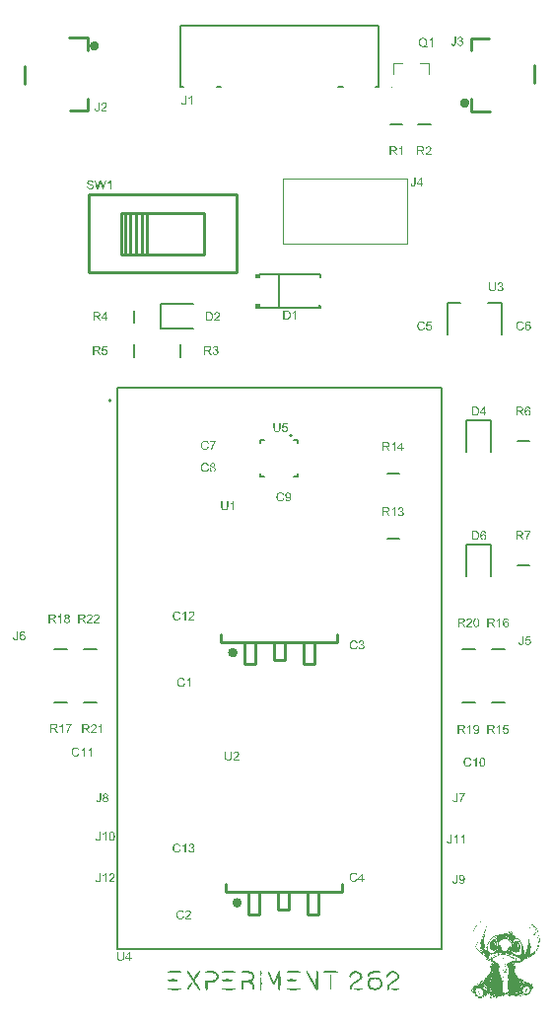
<source format=gto>
G04*
G04 #@! TF.GenerationSoftware,Altium Limited,Altium Designer,24.9.1 (31)*
G04*
G04 Layer_Color=65535*
%FSLAX44Y44*%
%MOMM*%
G71*
G04*
G04 #@! TF.SameCoordinates,04FD8115-AAF2-45E8-BBFE-61AFBE82ED08*
G04*
G04*
G04 #@! TF.FilePolarity,Positive*
G04*
G01*
G75*
%ADD10C,0.3988*%
%ADD11C,0.4000*%
%ADD12C,0.2000*%
%ADD13C,0.1500*%
%ADD14C,0.1000*%
%ADD15C,0.2540*%
%ADD16C,0.1524*%
%ADD17C,0.1270*%
%ADD18C,0.1500*%
%ADD19C,0.1200*%
G36*
X233487Y634901D02*
X228892Y634946D01*
X228928Y638967D01*
X233500D01*
X233487Y634901D01*
D02*
G37*
G36*
X233569Y608917D02*
X228974Y608963D01*
X229011Y612983D01*
X233582D01*
X233569Y608917D01*
D02*
G37*
G36*
X418402Y65122D02*
X418556D01*
Y65045D01*
X417633D01*
Y65122D01*
X418018D01*
Y65199D01*
X418402D01*
Y65122D01*
D02*
G37*
G36*
X417172Y64891D02*
X417326D01*
Y64814D01*
X416941D01*
Y64891D01*
X417018D01*
Y64968D01*
X417172D01*
Y64891D01*
D02*
G37*
G36*
X420094Y65122D02*
X420171D01*
Y64353D01*
X420094D01*
Y64276D01*
X420017D01*
Y64199D01*
X419940D01*
Y63968D01*
X419863D01*
Y63891D01*
X419786D01*
Y63814D01*
X419710D01*
Y63661D01*
X419633D01*
Y63584D01*
X419556D01*
Y63507D01*
X419479D01*
Y63353D01*
X419402D01*
Y63276D01*
X419325D01*
Y63199D01*
X419248D01*
Y63122D01*
X419171D01*
Y62969D01*
X419094D01*
Y62892D01*
X419017D01*
Y62738D01*
X418941D01*
Y62661D01*
X418787D01*
Y62815D01*
X418864D01*
Y62892D01*
X418941D01*
Y62969D01*
X419017D01*
Y63045D01*
X419094D01*
Y63276D01*
X419248D01*
Y63507D01*
X419325D01*
Y63584D01*
X419402D01*
Y63661D01*
X419479D01*
Y63738D01*
X419556D01*
Y63891D01*
X419633D01*
Y63968D01*
X419710D01*
Y64045D01*
X419786D01*
Y64122D01*
Y64199D01*
Y64276D01*
X419940D01*
Y64353D01*
X420017D01*
Y64814D01*
X420094D01*
Y64891D01*
X420017D01*
Y64968D01*
X419940D01*
Y65045D01*
X419786D01*
Y65122D01*
X419863D01*
Y65199D01*
X420094D01*
Y65122D01*
D02*
G37*
G36*
X418787Y62430D02*
X418710D01*
Y62353D01*
X418633D01*
Y62430D01*
Y62507D01*
Y62584D01*
X418787D01*
Y62430D01*
D02*
G37*
G36*
X418479Y61661D02*
Y61584D01*
Y61507D01*
X418402D01*
Y62123D01*
X418479D01*
Y61661D01*
D02*
G37*
G36*
X418710Y60815D02*
X418633D01*
Y61200D01*
X418710D01*
Y60815D01*
D02*
G37*
G36*
X418941Y60585D02*
X419017D01*
Y60354D01*
X418864D01*
Y60585D01*
X418787D01*
Y60661D01*
X418941D01*
Y60585D01*
D02*
G37*
G36*
X427630Y84885D02*
X427784D01*
Y84808D01*
X427938D01*
Y84732D01*
X428015D01*
Y84655D01*
X428092D01*
Y84578D01*
X428169D01*
Y84501D01*
X428246D01*
Y84347D01*
X428322D01*
Y84270D01*
X428399D01*
Y84116D01*
X428476D01*
Y83424D01*
X428553D01*
Y83117D01*
X428476D01*
Y81425D01*
X428399D01*
Y80886D01*
X428322D01*
Y80579D01*
X428246D01*
Y79964D01*
X428169D01*
Y79579D01*
X428092D01*
Y79348D01*
X428015D01*
Y78887D01*
X427938D01*
Y78502D01*
X427861D01*
Y78349D01*
X427784D01*
Y77964D01*
X427707D01*
Y77657D01*
X427630D01*
Y77426D01*
X427553D01*
Y77118D01*
X427477D01*
Y76734D01*
X427400D01*
Y76580D01*
X427323D01*
Y76272D01*
X427246D01*
Y75888D01*
X427169D01*
Y75657D01*
X427092D01*
Y75350D01*
X427015D01*
Y74888D01*
X426938D01*
Y74658D01*
X426861D01*
Y74427D01*
X426785D01*
Y73888D01*
X426708D01*
Y73658D01*
X426631D01*
Y73273D01*
X426554D01*
Y72658D01*
X426477D01*
Y72427D01*
X426400D01*
Y72043D01*
X426323D01*
Y71197D01*
X426246D01*
Y70889D01*
X426169D01*
Y70582D01*
X426092D01*
Y69428D01*
X426016D01*
Y68582D01*
X425938D01*
Y64507D01*
X426016D01*
Y63738D01*
X426092D01*
Y62353D01*
X426169D01*
Y61892D01*
X426246D01*
Y61507D01*
X426323D01*
Y60815D01*
X426400D01*
Y60431D01*
X426477D01*
Y60277D01*
X426554D01*
Y59816D01*
X426631D01*
Y59508D01*
X426708D01*
Y59354D01*
X426785D01*
Y59047D01*
X426861D01*
Y58893D01*
X427092D01*
Y59047D01*
X427169D01*
Y59200D01*
X427246D01*
Y59739D01*
X427323D01*
Y60277D01*
X427400D01*
Y60508D01*
X427477D01*
Y60738D01*
X427553D01*
Y61123D01*
X427630D01*
Y61354D01*
X427707D01*
Y61507D01*
X427784D01*
Y61892D01*
X427861D01*
Y62046D01*
X427938D01*
Y62200D01*
X428015D01*
Y62507D01*
X428092D01*
Y62661D01*
X428169D01*
Y62815D01*
X428246D01*
Y63045D01*
X428322D01*
Y63276D01*
X428399D01*
Y63353D01*
X428476D01*
Y63584D01*
X428553D01*
Y63738D01*
X428630D01*
Y63814D01*
X428707D01*
Y64045D01*
X428784D01*
Y64199D01*
X428861D01*
Y64276D01*
X428938D01*
Y64507D01*
X429015D01*
Y64660D01*
X429091D01*
Y64737D01*
X429168D01*
Y64891D01*
X429245D01*
Y65045D01*
X429322D01*
Y65122D01*
X429399D01*
Y65276D01*
X429476D01*
Y65352D01*
X429553D01*
Y65429D01*
X429630D01*
Y65583D01*
X429707D01*
Y65737D01*
X429784D01*
Y65814D01*
X429860D01*
Y65968D01*
X429937D01*
Y66045D01*
X430014D01*
Y66121D01*
X430091D01*
Y66275D01*
X430168D01*
Y66352D01*
X430245D01*
Y66429D01*
X430322D01*
Y66583D01*
X430399D01*
Y66660D01*
X430476D01*
Y66814D01*
X430553D01*
Y66890D01*
X430630D01*
Y66967D01*
X430706D01*
Y67121D01*
X430783D01*
Y67198D01*
X430860D01*
Y67275D01*
X430937D01*
Y67352D01*
X431014D01*
Y67506D01*
X431091D01*
Y67583D01*
X431168D01*
Y67736D01*
X431245D01*
Y67813D01*
X431322D01*
Y67890D01*
X431399D01*
Y67967D01*
X431475D01*
Y68121D01*
X431552D01*
Y68198D01*
X431629D01*
Y68275D01*
X431706D01*
Y68352D01*
X431783D01*
Y68429D01*
X431860D01*
Y68582D01*
X431937D01*
Y68659D01*
X432014D01*
Y68736D01*
X432091D01*
Y68813D01*
X432168D01*
Y68967D01*
X432244D01*
Y69044D01*
X432321D01*
Y69121D01*
X432398D01*
Y69198D01*
X432475D01*
Y69274D01*
X432552D01*
Y69351D01*
X432629D01*
Y69428D01*
X432706D01*
Y69582D01*
X432783D01*
Y69659D01*
X432860D01*
Y69736D01*
X432937D01*
Y69813D01*
X433013D01*
Y69890D01*
X433090D01*
Y69967D01*
X433167D01*
Y70043D01*
X433244D01*
Y70120D01*
X433321D01*
Y70197D01*
X433398D01*
Y70274D01*
X433475D01*
Y70351D01*
X433552D01*
Y70428D01*
X433629D01*
Y70505D01*
X433783D01*
Y70582D01*
X433859D01*
Y70659D01*
X434013D01*
Y70736D01*
X434167D01*
Y70812D01*
X434398D01*
Y70889D01*
X434859D01*
Y70966D01*
X435397D01*
Y71043D01*
X435859D01*
Y71120D01*
X436243D01*
Y71197D01*
X436397D01*
Y71274D01*
X436551D01*
Y71351D01*
X436782D01*
Y71428D01*
X436935D01*
Y71505D01*
X437166D01*
Y71581D01*
X437474D01*
Y71658D01*
X437704D01*
Y71735D01*
X437935D01*
Y71812D01*
X438320D01*
Y71889D01*
X438550D01*
Y71966D01*
X438704D01*
Y72043D01*
X439089D01*
Y72120D01*
X439396D01*
Y72197D01*
X439627D01*
Y72274D01*
X440088D01*
Y72350D01*
X440473D01*
Y72427D01*
X440780D01*
Y72504D01*
X441626D01*
Y72581D01*
X442934D01*
Y72658D01*
X444087D01*
Y72735D01*
X444549D01*
Y72812D01*
X444626D01*
Y72889D01*
X444702D01*
Y72966D01*
X444779D01*
Y73042D01*
X444856D01*
Y73196D01*
X444933D01*
Y73273D01*
X445087D01*
Y73350D01*
X445164D01*
Y73427D01*
X446241D01*
Y73350D01*
X446548D01*
Y73273D01*
X446856D01*
Y73427D01*
X446779D01*
Y73504D01*
X446702D01*
Y73658D01*
X446625D01*
Y73735D01*
X446471D01*
Y73811D01*
X446317D01*
Y73888D01*
X446163D01*
Y73965D01*
X446087D01*
Y74042D01*
X446010D01*
Y74119D01*
X445933D01*
Y74196D01*
X445856D01*
Y74273D01*
X445779D01*
Y74580D01*
X445856D01*
Y74658D01*
X446779D01*
Y74580D01*
X446933D01*
Y74504D01*
X447086D01*
Y74427D01*
X447317D01*
Y74350D01*
X447394D01*
Y74273D01*
X447548D01*
Y74196D01*
X447625D01*
Y74119D01*
X447779D01*
Y74042D01*
X447855D01*
Y73965D01*
X448009D01*
Y73888D01*
X448086D01*
Y73811D01*
X448163D01*
Y73735D01*
X448240D01*
Y73658D01*
X448317D01*
Y73581D01*
X448394D01*
Y73504D01*
X448471D01*
Y73427D01*
X448548D01*
Y73350D01*
X448701D01*
Y73273D01*
X448778D01*
Y73196D01*
X448855D01*
Y73119D01*
X448932D01*
Y73042D01*
X449009D01*
Y72966D01*
X449163D01*
Y72889D01*
X449240D01*
Y72812D01*
X449316D01*
Y72735D01*
X449547D01*
Y72812D01*
X449701D01*
Y72966D01*
X449624D01*
Y73042D01*
X449547D01*
Y73658D01*
X449470D01*
Y73735D01*
X449240D01*
Y73658D01*
X448932D01*
Y73735D01*
X448855D01*
Y74658D01*
X449086D01*
Y74580D01*
X449240D01*
Y74427D01*
X449316D01*
Y74273D01*
X449393D01*
Y74196D01*
X449470D01*
Y74042D01*
X449547D01*
Y73888D01*
X449701D01*
Y73735D01*
X449778D01*
Y73581D01*
X449855D01*
Y73504D01*
X449932D01*
Y73350D01*
X450009D01*
Y73273D01*
X450085D01*
Y73119D01*
X450162D01*
Y72966D01*
X450239D01*
Y72889D01*
X450316D01*
Y72735D01*
X450393D01*
Y72658D01*
X450470D01*
Y72504D01*
X450547D01*
Y72427D01*
X450624D01*
Y72350D01*
X450701D01*
Y72197D01*
X450778D01*
Y72120D01*
X450854D01*
Y72043D01*
X450931D01*
Y71889D01*
X451008D01*
Y71812D01*
X451085D01*
Y71735D01*
X451162D01*
Y71658D01*
X451239D01*
Y71581D01*
X451316D01*
Y71505D01*
X451393D01*
Y71428D01*
X451470D01*
Y71274D01*
X451547D01*
Y71197D01*
X451623D01*
Y71120D01*
X451700D01*
Y71043D01*
X451777D01*
Y70889D01*
X451854D01*
Y70812D01*
X451931D01*
Y70736D01*
X452008D01*
Y70582D01*
X452085D01*
Y70505D01*
X452162D01*
Y70428D01*
X452239D01*
Y70351D01*
X452316D01*
Y70274D01*
X452393D01*
Y70197D01*
X452469D01*
Y70120D01*
X452623D01*
Y70043D01*
X452777D01*
Y69967D01*
X453546D01*
Y69890D01*
X453854D01*
Y69813D01*
X454007D01*
Y69736D01*
X454161D01*
Y69659D01*
X454315D01*
Y69582D01*
X454392D01*
Y69505D01*
X454546D01*
Y69428D01*
X454623D01*
Y69351D01*
X454700D01*
Y69274D01*
X454776D01*
Y69198D01*
X454853D01*
Y69121D01*
X454930D01*
Y69044D01*
X455084D01*
Y68967D01*
X455161D01*
Y68813D01*
X455238D01*
Y68736D01*
X455315D01*
Y68582D01*
X455392D01*
Y68505D01*
X455469D01*
Y68429D01*
X455546D01*
Y68275D01*
X455622D01*
Y68198D01*
X455699D01*
Y68044D01*
X455776D01*
Y67890D01*
X455853D01*
Y67736D01*
X455930D01*
Y67583D01*
X456007D01*
Y67506D01*
X456084D01*
Y67429D01*
X456161D01*
Y67275D01*
X456238D01*
Y67121D01*
X456315D01*
Y66967D01*
X456391D01*
Y66890D01*
X456468D01*
Y66737D01*
X456545D01*
Y66583D01*
X456622D01*
Y66429D01*
X456699D01*
Y66352D01*
X456776D01*
Y66198D01*
X456853D01*
Y66045D01*
X456930D01*
Y65891D01*
X457007D01*
Y65814D01*
X457084D01*
Y65660D01*
X457160D01*
Y65506D01*
X457237D01*
Y65429D01*
X457314D01*
Y65276D01*
X457391D01*
Y65199D01*
X457468D01*
Y65045D01*
X457545D01*
Y64891D01*
X457622D01*
Y64814D01*
X457699D01*
Y64660D01*
X457776D01*
Y64507D01*
X457853D01*
Y64353D01*
X457929D01*
Y64276D01*
X458006D01*
Y64045D01*
X458083D01*
Y63968D01*
X458160D01*
Y63814D01*
X458237D01*
Y63584D01*
X458314D01*
Y63507D01*
X458391D01*
Y63353D01*
X458468D01*
Y63045D01*
X458545D01*
Y62892D01*
X458621D01*
Y62738D01*
X458698D01*
Y62584D01*
X458775D01*
Y62353D01*
X458852D01*
Y62200D01*
X458929D01*
Y61969D01*
X459006D01*
Y61661D01*
X459083D01*
Y61507D01*
X459160D01*
Y61277D01*
X459237D01*
Y60969D01*
X459314D01*
Y60815D01*
X459390D01*
Y60508D01*
X459468D01*
Y60123D01*
X459544D01*
Y59969D01*
X459621D01*
Y59739D01*
X459698D01*
Y59123D01*
X459775D01*
Y58816D01*
X459852D01*
Y58354D01*
X459929D01*
Y57355D01*
X460006D01*
Y56740D01*
X460083D01*
Y56201D01*
X460160D01*
Y54509D01*
X460237D01*
Y54202D01*
X460313D01*
Y54279D01*
X460467D01*
Y54356D01*
X460544D01*
Y54433D01*
X460621D01*
Y54586D01*
X460698D01*
Y54894D01*
X460775D01*
Y55125D01*
X460852D01*
Y55278D01*
X460929D01*
Y55586D01*
X461006D01*
Y55740D01*
X461082D01*
Y55971D01*
X461159D01*
Y56278D01*
X461236D01*
Y56432D01*
X461313D01*
Y56586D01*
X461390D01*
Y56970D01*
X461467D01*
Y57047D01*
X461544D01*
Y57201D01*
X461621D01*
Y57585D01*
X461698D01*
Y57739D01*
X461774D01*
Y57893D01*
X461851D01*
Y58278D01*
X461928D01*
Y58431D01*
X462005D01*
Y58585D01*
X462082D01*
Y58970D01*
X462159D01*
Y59123D01*
X462236D01*
Y59277D01*
X462313D01*
Y59662D01*
X462390D01*
Y59892D01*
X462467D01*
Y60046D01*
X462543D01*
Y60354D01*
X462620D01*
Y60661D01*
X462697D01*
Y60815D01*
X462774D01*
Y61123D01*
X462851D01*
Y61507D01*
X462928D01*
Y61661D01*
X463005D01*
Y62046D01*
X463082D01*
Y62353D01*
X463159D01*
Y62507D01*
X463236D01*
Y62969D01*
X463312D01*
Y63353D01*
X463389D01*
Y63584D01*
X463466D01*
Y64045D01*
X463543D01*
Y64583D01*
X463620D01*
Y64891D01*
X463697D01*
Y65276D01*
X463774D01*
Y65891D01*
X463851D01*
Y66121D01*
X463928D01*
Y66583D01*
X464005D01*
Y67352D01*
X464081D01*
Y68044D01*
X464158D01*
Y69428D01*
X464235D01*
Y74504D01*
X464312D01*
Y75734D01*
X464389D01*
Y76349D01*
X464466D01*
Y77118D01*
X464543D01*
Y77272D01*
X464620D01*
Y77503D01*
X464697D01*
Y77887D01*
X464774D01*
Y78041D01*
X464851D01*
Y78195D01*
X464927D01*
Y78502D01*
X465004D01*
Y78656D01*
X465081D01*
Y78810D01*
X465158D01*
Y79041D01*
X465235D01*
Y79118D01*
X465312D01*
Y79271D01*
X465389D01*
Y79502D01*
X465466D01*
Y79579D01*
X465543D01*
Y79656D01*
X465620D01*
Y79810D01*
X465696D01*
Y79887D01*
X465773D01*
Y79964D01*
X465850D01*
Y80041D01*
X465927D01*
Y80194D01*
X466004D01*
Y80271D01*
X466158D01*
Y80348D01*
X466312D01*
Y80425D01*
X466465D01*
Y80502D01*
X466850D01*
Y80425D01*
X467081D01*
Y80348D01*
X467388D01*
Y80271D01*
X467542D01*
Y80194D01*
X467619D01*
Y80117D01*
X467773D01*
Y80041D01*
X467927D01*
Y79964D01*
X468080D01*
Y79887D01*
X468157D01*
Y79810D01*
X468311D01*
Y79733D01*
X468388D01*
Y79656D01*
X468465D01*
Y79579D01*
X468619D01*
Y79502D01*
X468696D01*
Y79425D01*
X468773D01*
Y79348D01*
X468849D01*
Y79271D01*
X468926D01*
Y79195D01*
X469003D01*
Y79118D01*
X469080D01*
Y79041D01*
X469157D01*
Y78964D01*
X469234D01*
Y78887D01*
X469311D01*
Y78810D01*
X469388D01*
Y78733D01*
X469542D01*
Y78656D01*
X469618D01*
Y78579D01*
X469695D01*
Y78426D01*
X469772D01*
Y78349D01*
X469849D01*
Y78272D01*
X469926D01*
Y78195D01*
X470003D01*
Y78118D01*
X470080D01*
Y78041D01*
X470157D01*
Y77964D01*
X470234D01*
Y77887D01*
X470311D01*
Y77810D01*
X470387D01*
Y77733D01*
X470464D01*
Y77657D01*
X470541D01*
Y77503D01*
X470618D01*
Y77426D01*
X470695D01*
Y77349D01*
X470772D01*
Y77195D01*
X470849D01*
Y77118D01*
X470926D01*
Y77041D01*
X471003D01*
Y76888D01*
X471079D01*
Y76811D01*
X471156D01*
Y76734D01*
X471233D01*
Y76657D01*
X471310D01*
Y76503D01*
X471387D01*
Y76426D01*
X471464D01*
Y76272D01*
X471541D01*
Y76119D01*
X471618D01*
Y76042D01*
X471695D01*
Y75965D01*
X471772D01*
Y75734D01*
X471848D01*
Y75657D01*
X471925D01*
Y75580D01*
X472002D01*
Y75350D01*
X472079D01*
Y75196D01*
X472156D01*
Y74965D01*
X472233D01*
Y74658D01*
X472156D01*
Y74580D01*
X472079D01*
Y74504D01*
X472002D01*
Y74427D01*
X471848D01*
Y74350D01*
X471772D01*
Y74273D01*
X471618D01*
Y74196D01*
X471464D01*
Y74119D01*
X471387D01*
Y74042D01*
X471233D01*
Y73965D01*
X471079D01*
Y73888D01*
X470926D01*
Y73811D01*
X470772D01*
Y73735D01*
X470695D01*
Y73658D01*
X470541D01*
Y73581D01*
X470387D01*
Y73504D01*
X470311D01*
Y73427D01*
X470157D01*
Y73350D01*
X470080D01*
Y73273D01*
X470003D01*
Y73196D01*
X469926D01*
Y73119D01*
X469772D01*
Y73042D01*
X469695D01*
Y72966D01*
X469618D01*
Y72889D01*
X469542D01*
Y72812D01*
X469465D01*
Y72735D01*
X469388D01*
Y72658D01*
X469311D01*
Y72504D01*
X469234D01*
Y72427D01*
X469157D01*
Y72350D01*
X469080D01*
Y72274D01*
X469003D01*
Y72043D01*
X468926D01*
Y71889D01*
X469003D01*
Y71812D01*
X469926D01*
Y71735D01*
X471003D01*
Y71658D01*
X471079D01*
Y71581D01*
X472695D01*
Y71505D01*
X472771D01*
Y71428D01*
X472848D01*
Y71351D01*
X472925D01*
Y71043D01*
X473002D01*
Y70889D01*
X473079D01*
Y70736D01*
X473156D01*
Y70428D01*
X473233D01*
Y70197D01*
X473310D01*
Y69967D01*
X473387D01*
Y69428D01*
X473464D01*
Y68813D01*
X473540D01*
Y68659D01*
X473694D01*
Y65737D01*
X473617D01*
Y65660D01*
X473540D01*
Y65506D01*
X473464D01*
Y64891D01*
X473387D01*
Y64122D01*
X473310D01*
Y63891D01*
X473233D01*
Y63584D01*
X473156D01*
Y63045D01*
X473079D01*
Y62892D01*
X473002D01*
Y62661D01*
X472925D01*
Y62200D01*
X472848D01*
Y62046D01*
X472771D01*
Y61815D01*
X472695D01*
Y61431D01*
X472617D01*
Y61277D01*
X472541D01*
Y61123D01*
X472464D01*
Y60815D01*
X472387D01*
Y60661D01*
X472310D01*
Y60508D01*
X472233D01*
Y60277D01*
X472156D01*
Y60046D01*
X472079D01*
Y59969D01*
X472002D01*
Y59739D01*
X471925D01*
Y59585D01*
X471848D01*
Y59431D01*
X471772D01*
Y59200D01*
X471695D01*
Y59123D01*
X471618D01*
Y59047D01*
X471541D01*
Y58893D01*
X471464D01*
Y58662D01*
X471387D01*
Y58585D01*
X471310D01*
Y58431D01*
X471233D01*
Y58278D01*
X471156D01*
Y58201D01*
X471079D01*
Y58047D01*
X471003D01*
Y57893D01*
X470926D01*
Y57816D01*
X470849D01*
Y57662D01*
X470772D01*
Y57585D01*
X470695D01*
Y57509D01*
X470618D01*
Y57355D01*
X470541D01*
Y57278D01*
X470464D01*
Y57124D01*
X470387D01*
Y57047D01*
X470311D01*
Y56970D01*
X470234D01*
Y56816D01*
X470157D01*
Y56740D01*
X470080D01*
Y56663D01*
X470003D01*
Y56509D01*
X469926D01*
Y56432D01*
X469849D01*
Y56355D01*
X469772D01*
Y56278D01*
X469695D01*
Y56201D01*
X469618D01*
Y56047D01*
X469542D01*
Y55971D01*
X469465D01*
Y55894D01*
X469388D01*
Y55817D01*
X469311D01*
Y55740D01*
X469234D01*
Y55663D01*
X469157D01*
Y55586D01*
X469080D01*
Y55509D01*
X469003D01*
Y55432D01*
X468926D01*
Y55355D01*
X468849D01*
Y55278D01*
X468773D01*
Y55202D01*
X468696D01*
Y55125D01*
X468619D01*
Y55048D01*
X468542D01*
Y54971D01*
X468465D01*
Y54894D01*
X468388D01*
Y54817D01*
X468311D01*
Y54740D01*
X468234D01*
Y54663D01*
X468157D01*
Y54586D01*
X468080D01*
Y54509D01*
X468004D01*
Y54433D01*
X467927D01*
Y54356D01*
X467850D01*
Y54279D01*
X467696D01*
Y54202D01*
X467619D01*
Y54125D01*
X467542D01*
Y54048D01*
X467465D01*
Y53971D01*
X467388D01*
Y53894D01*
X467311D01*
Y53817D01*
X467234D01*
Y53740D01*
X467081D01*
Y53663D01*
X467004D01*
Y53587D01*
X466850D01*
Y53510D01*
X466773D01*
Y53433D01*
X466619D01*
Y53356D01*
X466542D01*
Y53279D01*
X466465D01*
Y53202D01*
X466312D01*
Y53125D01*
X466158D01*
Y53048D01*
X466081D01*
Y52971D01*
X466004D01*
Y52894D01*
X465850D01*
Y52818D01*
X465696D01*
Y52741D01*
X465620D01*
Y52664D01*
X465466D01*
Y52587D01*
X465389D01*
Y52510D01*
X465158D01*
Y52433D01*
X465004D01*
Y52356D01*
X464927D01*
Y52279D01*
X464774D01*
Y52202D01*
X464620D01*
Y52125D01*
X464466D01*
Y52049D01*
X464312D01*
Y51972D01*
X464158D01*
Y51895D01*
X464005D01*
Y51818D01*
X463851D01*
Y51741D01*
X463697D01*
Y51664D01*
X463543D01*
Y51587D01*
X463389D01*
Y51510D01*
X463082D01*
Y51433D01*
X463005D01*
Y51356D01*
X462774D01*
Y51280D01*
X462467D01*
Y51203D01*
X462313D01*
Y51126D01*
X462159D01*
Y51049D01*
X461851D01*
Y50972D01*
X461621D01*
Y50895D01*
X461467D01*
Y50818D01*
X461082D01*
Y50741D01*
X460852D01*
Y50664D01*
X460621D01*
Y50587D01*
X460237D01*
Y50511D01*
X460083D01*
Y50434D01*
X459929D01*
Y50357D01*
X459775D01*
Y50280D01*
X459621D01*
Y50203D01*
X459544D01*
Y50126D01*
X459468D01*
Y50049D01*
X459390D01*
Y49972D01*
X459314D01*
Y49895D01*
X459237D01*
Y49742D01*
X459160D01*
Y49588D01*
X459083D01*
Y49434D01*
X459006D01*
Y49280D01*
X458929D01*
Y49126D01*
X458852D01*
Y48973D01*
X458775D01*
Y48819D01*
X458698D01*
Y48742D01*
X458621D01*
Y48588D01*
X458545D01*
Y48511D01*
X458468D01*
Y48434D01*
X458391D01*
Y48280D01*
X458314D01*
Y48204D01*
X458237D01*
Y48050D01*
X458160D01*
Y47973D01*
X458083D01*
Y47896D01*
X458006D01*
Y47819D01*
X457929D01*
Y47742D01*
X457853D01*
Y47665D01*
X457776D01*
Y47588D01*
X457622D01*
Y47511D01*
X457468D01*
Y47434D01*
X457391D01*
Y47358D01*
X457237D01*
Y47281D01*
X456699D01*
Y47204D01*
X455853D01*
Y47281D01*
X455161D01*
Y47358D01*
X455007D01*
Y47434D01*
X454776D01*
Y47511D01*
X454469D01*
Y47588D01*
X454315D01*
Y47665D01*
X454084D01*
Y47742D01*
X453469D01*
Y47665D01*
X453315D01*
Y47588D01*
X453162D01*
Y47511D01*
X452854D01*
Y47434D01*
X452700D01*
Y47358D01*
X452546D01*
Y47281D01*
X452239D01*
Y47204D01*
X452085D01*
Y47127D01*
X451931D01*
Y47050D01*
X451777D01*
Y46973D01*
X451700D01*
Y46896D01*
X451623D01*
Y46512D01*
X451700D01*
Y46435D01*
X451777D01*
Y46281D01*
X451854D01*
Y46127D01*
X451931D01*
Y45973D01*
X452008D01*
Y45820D01*
X452085D01*
Y45666D01*
X452162D01*
Y45435D01*
X452239D01*
Y45204D01*
X452316D01*
Y42282D01*
X452239D01*
Y42051D01*
X452162D01*
Y41821D01*
X452085D01*
Y41667D01*
X452008D01*
Y41513D01*
X451931D01*
Y41436D01*
X451854D01*
Y41206D01*
X451777D01*
Y41052D01*
X451700D01*
Y40590D01*
X451777D01*
Y40360D01*
X451854D01*
Y40129D01*
X451931D01*
Y39975D01*
X452008D01*
Y39821D01*
X452085D01*
Y39744D01*
X452162D01*
Y39514D01*
X452239D01*
Y39360D01*
X452316D01*
Y39206D01*
X452393D01*
Y39052D01*
X452469D01*
Y38975D01*
X452546D01*
Y38821D01*
X452623D01*
Y38668D01*
X452700D01*
Y38514D01*
X452777D01*
Y38360D01*
X452854D01*
Y38206D01*
X452931D01*
Y38129D01*
X453008D01*
Y37976D01*
X453085D01*
Y37822D01*
X453162D01*
Y37668D01*
X453238D01*
Y37591D01*
X453315D01*
Y37437D01*
X453392D01*
Y37283D01*
X453469D01*
Y37130D01*
X453546D01*
Y36976D01*
X453623D01*
Y36899D01*
X453700D01*
Y36745D01*
X453777D01*
Y36591D01*
X453854D01*
Y36514D01*
X453931D01*
Y36361D01*
X454007D01*
Y36207D01*
X454084D01*
Y36053D01*
X454161D01*
Y35976D01*
X454238D01*
Y35745D01*
X454315D01*
Y35669D01*
X454392D01*
Y35515D01*
X454469D01*
Y35284D01*
X454546D01*
Y35207D01*
X454623D01*
Y35053D01*
X454700D01*
Y34899D01*
X454776D01*
Y34746D01*
X454853D01*
Y34669D01*
X454930D01*
Y34438D01*
X455007D01*
Y34284D01*
X455084D01*
Y34207D01*
X455161D01*
Y34130D01*
X455238D01*
Y34054D01*
X455315D01*
Y33977D01*
X455469D01*
Y33900D01*
X455699D01*
Y33823D01*
X456622D01*
Y33746D01*
X457160D01*
Y33669D01*
X457391D01*
Y33592D01*
X457622D01*
Y33515D01*
X457853D01*
Y33438D01*
X458006D01*
Y33361D01*
X458160D01*
Y33285D01*
X458391D01*
Y33208D01*
X458468D01*
Y33131D01*
X458621D01*
Y33054D01*
X458698D01*
Y32977D01*
X458852D01*
Y32900D01*
X458929D01*
Y32823D01*
X459083D01*
Y32746D01*
X459160D01*
Y32669D01*
X459237D01*
Y32592D01*
X459314D01*
Y32516D01*
X459390D01*
Y32439D01*
X459468D01*
Y32362D01*
X459544D01*
Y32285D01*
X459621D01*
Y32208D01*
X459698D01*
Y32054D01*
X459775D01*
Y31977D01*
X459852D01*
Y31900D01*
X459929D01*
Y31823D01*
X460006D01*
Y31747D01*
X460083D01*
Y31670D01*
X460313D01*
Y31593D01*
X460698D01*
Y31516D01*
X461082D01*
Y31439D01*
X461390D01*
Y31362D01*
X461621D01*
Y31285D01*
X461774D01*
Y31208D01*
X461928D01*
Y31131D01*
X462159D01*
Y31054D01*
X462313D01*
Y30978D01*
X462390D01*
Y30901D01*
X462697D01*
Y30824D01*
X462928D01*
Y30747D01*
X463389D01*
Y30670D01*
X463928D01*
Y30747D01*
X464235D01*
Y30824D01*
X465081D01*
Y30747D01*
X465158D01*
Y30670D01*
X465543D01*
Y30593D01*
X465620D01*
Y30516D01*
X465081D01*
Y30439D01*
X464927D01*
Y30209D01*
X465004D01*
Y30132D01*
X465081D01*
Y29978D01*
X465158D01*
Y29901D01*
X465235D01*
Y29824D01*
X465312D01*
Y29747D01*
X465389D01*
Y29670D01*
X465466D01*
Y29593D01*
X465620D01*
Y29516D01*
X465696D01*
Y29440D01*
X465773D01*
Y29363D01*
X465927D01*
Y29286D01*
X466235D01*
Y29363D01*
X466312D01*
Y29440D01*
X466389D01*
Y29747D01*
X466465D01*
Y29670D01*
X466542D01*
Y29516D01*
X466619D01*
Y29440D01*
X466696D01*
Y29286D01*
X466773D01*
Y28901D01*
X466850D01*
Y28594D01*
X466927D01*
Y28440D01*
X467004D01*
Y28286D01*
X467081D01*
Y28132D01*
X467158D01*
Y28055D01*
X467234D01*
Y27978D01*
X467311D01*
Y27901D01*
X467388D01*
Y27825D01*
X467465D01*
Y27671D01*
X467542D01*
Y27594D01*
X467619D01*
Y27517D01*
X467696D01*
Y27440D01*
X467773D01*
Y27363D01*
X467850D01*
Y27286D01*
X467927D01*
Y27209D01*
X468004D01*
Y27056D01*
X468080D01*
Y26902D01*
X468157D01*
Y26133D01*
X468080D01*
Y26056D01*
X468004D01*
Y25902D01*
X467927D01*
Y25748D01*
X467850D01*
Y25671D01*
X467773D01*
Y25594D01*
X467696D01*
Y25518D01*
X467619D01*
Y25364D01*
X467542D01*
Y25287D01*
X467465D01*
Y25210D01*
X467311D01*
Y25133D01*
X467234D01*
Y25056D01*
X467158D01*
Y24979D01*
X467081D01*
Y24902D01*
X467004D01*
Y24825D01*
X466850D01*
Y24749D01*
X466773D01*
Y24672D01*
X466696D01*
Y24595D01*
X466619D01*
Y24441D01*
X466542D01*
Y24287D01*
X466465D01*
Y24133D01*
X466389D01*
Y23980D01*
X466312D01*
Y23826D01*
X466235D01*
Y23672D01*
X466158D01*
Y23518D01*
X466081D01*
Y23364D01*
X466004D01*
Y23211D01*
X465927D01*
Y23057D01*
X465850D01*
Y22903D01*
X465773D01*
Y22749D01*
X465696D01*
Y22672D01*
X465620D01*
Y22518D01*
X465543D01*
Y22442D01*
X465466D01*
Y22288D01*
X465389D01*
Y22134D01*
X465312D01*
Y22057D01*
X465235D01*
Y21980D01*
X465158D01*
Y21826D01*
X465081D01*
Y21749D01*
X465004D01*
Y21672D01*
X464927D01*
Y21596D01*
X464851D01*
Y21519D01*
X464774D01*
Y21442D01*
X464697D01*
Y21365D01*
X464620D01*
Y21288D01*
X464543D01*
Y21211D01*
X464466D01*
Y21134D01*
X464389D01*
Y21057D01*
X464312D01*
Y20981D01*
X464235D01*
Y20903D01*
X464158D01*
Y20827D01*
X464081D01*
Y20750D01*
X463928D01*
Y20673D01*
X463851D01*
Y20596D01*
X463697D01*
Y20519D01*
X463543D01*
Y20442D01*
X463466D01*
Y20365D01*
X463389D01*
Y20288D01*
X463236D01*
Y20211D01*
X463082D01*
Y20134D01*
X462928D01*
Y20058D01*
X462697D01*
Y19981D01*
X462467D01*
Y19904D01*
X462313D01*
Y19827D01*
X460006D01*
Y19904D01*
X459083D01*
Y19827D01*
X459006D01*
Y18750D01*
X458929D01*
Y18673D01*
X458698D01*
Y18750D01*
X458621D01*
Y18673D01*
X458006D01*
Y18827D01*
X458698D01*
Y18904D01*
X458775D01*
Y18981D01*
X458698D01*
Y19442D01*
X458621D01*
Y19750D01*
X458545D01*
Y20211D01*
X458468D01*
Y20288D01*
X458314D01*
Y20365D01*
X458160D01*
Y20442D01*
X457929D01*
Y20519D01*
X457545D01*
Y20596D01*
X457084D01*
Y20673D01*
X456930D01*
Y20750D01*
X456238D01*
Y20673D01*
X456161D01*
Y20596D01*
X456084D01*
Y20442D01*
X456007D01*
Y20288D01*
X456084D01*
Y20058D01*
X456161D01*
Y19981D01*
X456238D01*
Y19904D01*
X456391D01*
Y19827D01*
X456468D01*
Y19750D01*
X456545D01*
Y19673D01*
X456622D01*
Y19596D01*
X456776D01*
Y19519D01*
X456930D01*
Y19442D01*
X457084D01*
Y19366D01*
X457160D01*
Y19289D01*
X457391D01*
Y19212D01*
X457468D01*
Y19135D01*
X457622D01*
Y19058D01*
X457929D01*
Y18827D01*
X457776D01*
Y18904D01*
X457468D01*
Y18981D01*
X457391D01*
Y19058D01*
X457160D01*
Y19135D01*
X456930D01*
Y19058D01*
X456853D01*
Y18520D01*
X456776D01*
Y18289D01*
X456699D01*
Y18212D01*
X456084D01*
Y18289D01*
X456007D01*
Y18366D01*
X456622D01*
Y18443D01*
X456699D01*
Y18597D01*
X456622D01*
Y18750D01*
X456545D01*
Y18904D01*
X456468D01*
Y19058D01*
X456391D01*
Y19212D01*
X456315D01*
Y19289D01*
X456238D01*
Y19366D01*
X456161D01*
Y19519D01*
X456007D01*
Y19596D01*
X455930D01*
Y19673D01*
X455853D01*
Y19750D01*
X455699D01*
Y19827D01*
X455469D01*
Y19904D01*
X455315D01*
Y19981D01*
X455084D01*
Y20058D01*
X454623D01*
Y20134D01*
X454007D01*
Y20058D01*
X453854D01*
Y19981D01*
X453777D01*
Y19596D01*
X453931D01*
Y19519D01*
X454084D01*
Y19442D01*
X454238D01*
Y19366D01*
X454392D01*
Y19289D01*
X454546D01*
Y19212D01*
X454623D01*
Y19135D01*
X454776D01*
Y19058D01*
X454930D01*
Y18981D01*
X455084D01*
Y18904D01*
X455161D01*
Y18827D01*
X455469D01*
Y18750D01*
X455546D01*
Y18673D01*
X455622D01*
Y18597D01*
X455930D01*
Y18520D01*
X456007D01*
Y18443D01*
X455930D01*
Y18366D01*
X455853D01*
Y18443D01*
X455546D01*
Y18520D01*
X455469D01*
Y18597D01*
X455315D01*
Y18673D01*
X455007D01*
Y18750D01*
X454853D01*
Y18827D01*
X453623D01*
Y18904D01*
X452469D01*
Y18981D01*
X452316D01*
Y19058D01*
X452085D01*
Y19135D01*
X451623D01*
Y19212D01*
X451470D01*
Y19289D01*
X451239D01*
Y19366D01*
X450624D01*
Y19442D01*
X450162D01*
Y19519D01*
X449624D01*
Y19442D01*
X449163D01*
Y19366D01*
X448778D01*
Y19289D01*
X448701D01*
Y19212D01*
X448548D01*
Y19135D01*
X448163D01*
Y19058D01*
X447240D01*
Y18981D01*
X446933D01*
Y18904D01*
X446702D01*
Y18827D01*
X446548D01*
Y18750D01*
X446471D01*
Y18673D01*
X446317D01*
Y18597D01*
X446241D01*
Y18520D01*
X446163D01*
Y18443D01*
X446087D01*
Y18366D01*
X445933D01*
Y18289D01*
X445856D01*
Y18212D01*
X445702D01*
Y18135D01*
X445548D01*
Y18058D01*
X445471D01*
Y17981D01*
X445395D01*
Y17904D01*
X445241D01*
Y17828D01*
X445164D01*
Y17751D01*
X444933D01*
Y17828D01*
X444856D01*
Y17981D01*
X444779D01*
Y18750D01*
X444856D01*
Y19058D01*
X445010D01*
Y19289D01*
X445087D01*
Y19366D01*
X445164D01*
Y19442D01*
X445241D01*
Y19519D01*
X445318D01*
Y19596D01*
X445395D01*
Y19673D01*
X445471D01*
Y19750D01*
X445548D01*
Y19827D01*
X445625D01*
Y19904D01*
X445702D01*
Y20058D01*
X445779D01*
Y20134D01*
X445856D01*
Y20288D01*
X445933D01*
Y20519D01*
X445856D01*
Y20596D01*
X445779D01*
Y20673D01*
X445702D01*
Y20750D01*
X445010D01*
Y20673D01*
X444779D01*
Y20596D01*
X444472D01*
Y20519D01*
X444087D01*
Y20442D01*
X443780D01*
Y20365D01*
X443626D01*
Y20288D01*
X443395D01*
Y19981D01*
X443472D01*
Y19904D01*
X443549D01*
Y19827D01*
X443626D01*
Y19750D01*
X443780D01*
Y19519D01*
X443703D01*
Y19596D01*
X443395D01*
Y19673D01*
X443164D01*
Y19750D01*
X442934D01*
Y19827D01*
X442242D01*
Y19750D01*
X442165D01*
Y19366D01*
X442318D01*
Y19289D01*
X442395D01*
Y19212D01*
X442472D01*
Y19135D01*
X442549D01*
Y19058D01*
X442626D01*
Y18981D01*
X442703D01*
Y18904D01*
X442780D01*
Y18827D01*
X442934D01*
Y18750D01*
X443011D01*
Y18673D01*
X443088D01*
Y18597D01*
X443318D01*
Y18520D01*
X443395D01*
Y18443D01*
X443472D01*
Y18366D01*
X444087D01*
Y18520D01*
X444164D01*
Y18750D01*
X444241D01*
Y18212D01*
X444164D01*
Y18058D01*
X444087D01*
Y17981D01*
X443857D01*
Y18058D01*
X443780D01*
Y18135D01*
X443626D01*
Y18212D01*
X443395D01*
Y18366D01*
X443318D01*
Y18443D01*
X443011D01*
Y18520D01*
X442934D01*
Y18597D01*
X441934D01*
Y18827D01*
X442011D01*
Y18904D01*
X442088D01*
Y18981D01*
X442165D01*
Y19058D01*
X441934D01*
Y19135D01*
X441473D01*
Y19212D01*
X441396D01*
Y19289D01*
X441242D01*
Y19366D01*
X441165D01*
Y19442D01*
X441088D01*
Y19519D01*
X441011D01*
Y19596D01*
X440780D01*
Y19673D01*
X440704D01*
Y19750D01*
X440473D01*
Y19673D01*
X440550D01*
Y19596D01*
X440704D01*
Y19442D01*
X440780D01*
Y19366D01*
X440857D01*
Y19289D01*
X441011D01*
Y19135D01*
X441088D01*
Y19058D01*
X441165D01*
Y18981D01*
X441242D01*
Y18827D01*
X441396D01*
Y18750D01*
X441549D01*
Y18673D01*
X441780D01*
Y18597D01*
X441857D01*
Y18443D01*
X441396D01*
Y18520D01*
X441319D01*
Y18597D01*
X441165D01*
Y18673D01*
X441011D01*
Y18750D01*
X440934D01*
Y18827D01*
X440857D01*
Y18904D01*
X440704D01*
Y18981D01*
X440627D01*
Y19058D01*
X440550D01*
Y19135D01*
X440396D01*
Y19212D01*
X440242D01*
Y19289D01*
X439935D01*
Y19212D01*
X439627D01*
Y19135D01*
X439243D01*
Y19058D01*
X439012D01*
Y18981D01*
X438858D01*
Y18904D01*
X438627D01*
Y18827D01*
X438473D01*
Y18750D01*
X438396D01*
Y18673D01*
X438166D01*
Y18597D01*
X438089D01*
Y18520D01*
X437935D01*
Y18443D01*
X437858D01*
Y18366D01*
X437704D01*
Y18289D01*
X437627D01*
Y18212D01*
X437474D01*
Y18135D01*
X437397D01*
Y18058D01*
X437320D01*
Y17981D01*
X437243D01*
Y17904D01*
X437089D01*
Y17828D01*
X437012D01*
Y17751D01*
X436935D01*
Y17674D01*
X436782D01*
Y17597D01*
X436705D01*
Y17520D01*
X436551D01*
Y17443D01*
X436397D01*
Y17366D01*
X436166D01*
Y17289D01*
X435936D01*
Y17212D01*
X435782D01*
Y17135D01*
X435628D01*
Y17059D01*
X435551D01*
Y16982D01*
X435474D01*
Y16905D01*
X435397D01*
Y16828D01*
X435321D01*
Y16751D01*
X435244D01*
Y16597D01*
X435167D01*
Y16520D01*
X435090D01*
Y16443D01*
X435013D01*
Y16289D01*
X434859D01*
Y16213D01*
X434782D01*
Y16059D01*
X434475D01*
Y16366D01*
X434398D01*
Y16520D01*
X434321D01*
Y16597D01*
X434244D01*
Y16751D01*
X434167D01*
Y17520D01*
X434244D01*
Y17674D01*
X434321D01*
Y17981D01*
X434244D01*
Y18058D01*
X434090D01*
Y18135D01*
X433629D01*
Y18058D01*
X433321D01*
Y17981D01*
X433013D01*
Y17904D01*
X432783D01*
Y17828D01*
X432706D01*
Y17751D01*
X432475D01*
Y17674D01*
X432398D01*
Y17597D01*
X432321D01*
Y17520D01*
X432244D01*
Y17443D01*
X432168D01*
Y17366D01*
X432091D01*
Y17289D01*
X431937D01*
Y17212D01*
X431860D01*
Y17135D01*
X431706D01*
Y17059D01*
X431629D01*
Y16982D01*
X431168D01*
Y17059D01*
X431091D01*
Y17212D01*
X431014D01*
Y17981D01*
X431091D01*
Y18597D01*
X430937D01*
Y18673D01*
X430245D01*
Y18750D01*
X430322D01*
Y18827D01*
X430937D01*
Y18904D01*
X431091D01*
Y18981D01*
X431245D01*
Y19058D01*
X431322D01*
Y19289D01*
X431399D01*
Y19366D01*
X431322D01*
Y19673D01*
X431245D01*
Y19750D01*
X431014D01*
Y19673D01*
X430783D01*
Y19596D01*
X430399D01*
Y19519D01*
X430322D01*
Y19442D01*
X430245D01*
Y19366D01*
X430014D01*
Y19289D01*
X429937D01*
Y19212D01*
X429860D01*
Y19135D01*
X429784D01*
Y19058D01*
X429707D01*
Y18981D01*
X429630D01*
Y18597D01*
X430091D01*
Y18520D01*
X429937D01*
Y18443D01*
X429399D01*
Y18520D01*
X429322D01*
Y18827D01*
X429399D01*
Y18981D01*
X429476D01*
Y19135D01*
X429553D01*
Y19212D01*
X429630D01*
Y19289D01*
X429707D01*
Y19366D01*
X429784D01*
Y19442D01*
X429937D01*
Y19519D01*
X430014D01*
Y19596D01*
X430168D01*
Y19673D01*
X430245D01*
Y19750D01*
X430322D01*
Y19827D01*
X430399D01*
Y19904D01*
X430476D01*
Y19981D01*
X430553D01*
Y20058D01*
X430630D01*
Y20288D01*
X430706D01*
Y20827D01*
X430630D01*
Y20903D01*
X430553D01*
Y20981D01*
X429860D01*
Y20903D01*
X429707D01*
Y20827D01*
X429553D01*
Y20750D01*
X429245D01*
Y20673D01*
X429168D01*
Y20596D01*
X429015D01*
Y20519D01*
X428784D01*
Y20442D01*
X428707D01*
Y20365D01*
X428630D01*
Y20288D01*
X428399D01*
Y20211D01*
X428322D01*
Y20134D01*
X428246D01*
Y20058D01*
X428092D01*
Y19981D01*
X428015D01*
Y19904D01*
X427861D01*
Y19827D01*
X427784D01*
Y19750D01*
X427630D01*
Y19673D01*
X427553D01*
Y19596D01*
X427400D01*
Y19519D01*
X427323D01*
Y19442D01*
X427169D01*
Y19366D01*
X427092D01*
Y19289D01*
X426938D01*
Y19212D01*
X426861D01*
Y19135D01*
X426708D01*
Y19058D01*
X426631D01*
Y18981D01*
X426554D01*
Y18904D01*
X426323D01*
Y18827D01*
X426246D01*
Y18750D01*
X426169D01*
Y18673D01*
X426016D01*
Y18597D01*
X425862D01*
Y18520D01*
X425708D01*
Y18443D01*
X425554D01*
Y18366D01*
X425477D01*
Y18289D01*
X425323D01*
Y18212D01*
X425169D01*
Y18135D01*
X425016D01*
Y18058D01*
X424862D01*
Y17981D01*
X424708D01*
Y17904D01*
X424554D01*
Y17828D01*
X424400D01*
Y17751D01*
X424170D01*
Y17674D01*
X423862D01*
Y17597D01*
X423708D01*
Y17520D01*
X423401D01*
Y17443D01*
X422786D01*
Y17366D01*
X422247D01*
Y17289D01*
X421863D01*
Y17366D01*
X421478D01*
Y17443D01*
X421094D01*
Y17520D01*
X420786D01*
Y17597D01*
X420632D01*
Y17674D01*
X420479D01*
Y17751D01*
X420325D01*
Y17828D01*
X420171D01*
Y17904D01*
X420017D01*
Y17981D01*
X419863D01*
Y18058D01*
X419786D01*
Y18135D01*
X419710D01*
Y18212D01*
X419556D01*
Y18289D01*
X419402D01*
Y18366D01*
X419325D01*
Y18443D01*
X419171D01*
Y18520D01*
X419094D01*
Y18597D01*
X419017D01*
Y18673D01*
X418941D01*
Y18750D01*
X418787D01*
Y18827D01*
X418710D01*
Y18904D01*
X418633D01*
Y18981D01*
X418556D01*
Y19135D01*
X418402D01*
Y19212D01*
X418325D01*
Y19366D01*
X418248D01*
Y19442D01*
X418172D01*
Y19596D01*
X418095D01*
Y19750D01*
X418248D01*
Y19519D01*
X418402D01*
Y19442D01*
X418479D01*
Y19366D01*
X418556D01*
Y19289D01*
X418633D01*
Y19212D01*
X418710D01*
Y19135D01*
X418787D01*
Y19058D01*
X419017D01*
Y18981D01*
X419094D01*
Y18904D01*
X419171D01*
Y18981D01*
X419248D01*
Y19058D01*
X419171D01*
Y19135D01*
X419094D01*
Y19289D01*
X419017D01*
Y19366D01*
X418941D01*
Y19519D01*
X418864D01*
Y19596D01*
X418787D01*
Y19673D01*
X418710D01*
Y19750D01*
X418633D01*
Y19904D01*
X418556D01*
Y19981D01*
X418479D01*
Y20058D01*
X418402D01*
Y20134D01*
X418325D01*
Y20288D01*
X418248D01*
Y20365D01*
X418172D01*
Y20442D01*
X418095D01*
Y20519D01*
X418018D01*
Y20673D01*
X417941D01*
Y20827D01*
X417864D01*
Y20981D01*
X417787D01*
Y21057D01*
X417710D01*
Y21134D01*
X417633D01*
Y21365D01*
X417556D01*
Y21519D01*
X417479D01*
Y21672D01*
X417402D01*
Y21980D01*
X417326D01*
Y22134D01*
X417249D01*
Y22288D01*
X417172D01*
Y22595D01*
X417095D01*
Y22672D01*
X416864D01*
Y22134D01*
X416941D01*
Y21980D01*
X417018D01*
Y21903D01*
X417095D01*
Y21596D01*
X417172D01*
Y21442D01*
X417249D01*
Y21365D01*
X417326D01*
Y21057D01*
X417402D01*
Y20903D01*
X417556D01*
Y20596D01*
X417633D01*
Y20519D01*
X417710D01*
Y20442D01*
X417787D01*
Y20211D01*
X417864D01*
Y20058D01*
X418018D01*
Y19904D01*
X418095D01*
Y19827D01*
X418018D01*
Y19750D01*
X417941D01*
Y19827D01*
X417864D01*
Y19904D01*
Y20058D01*
X417710D01*
Y20134D01*
X417633D01*
Y20365D01*
X417556D01*
Y20442D01*
X417479D01*
Y20519D01*
X417402D01*
Y20750D01*
X417326D01*
Y20827D01*
X417249D01*
Y20903D01*
X417172D01*
Y21134D01*
X417095D01*
Y21211D01*
X417018D01*
Y21365D01*
X416941D01*
Y21442D01*
X416864D01*
Y21519D01*
X416787D01*
Y21596D01*
X416710D01*
Y21672D01*
X416633D01*
Y21749D01*
X416557D01*
Y21826D01*
X416403D01*
Y21903D01*
X416249D01*
Y21980D01*
X416095D01*
Y22057D01*
X416018D01*
Y22211D01*
X415864D01*
Y22288D01*
X415788D01*
Y22365D01*
X415711D01*
Y22442D01*
X415634D01*
Y22518D01*
X415557D01*
Y22595D01*
X415480D01*
Y22672D01*
X415403D01*
Y22749D01*
X415326D01*
Y22826D01*
X415249D01*
Y22980D01*
X415172D01*
Y23057D01*
X415095D01*
Y23211D01*
X415019D01*
Y23287D01*
X414942D01*
Y23364D01*
X414865D01*
Y23518D01*
X414788D01*
Y23595D01*
X414711D01*
Y23749D01*
X414634D01*
Y23826D01*
X414557D01*
Y24056D01*
X414634D01*
Y24133D01*
X414711D01*
Y24210D01*
X414788D01*
Y24287D01*
X414865D01*
Y24441D01*
X414942D01*
Y24518D01*
X415019D01*
Y24595D01*
X415095D01*
Y24672D01*
X415172D01*
Y24749D01*
X415249D01*
Y24825D01*
X415326D01*
Y24902D01*
X415480D01*
Y24979D01*
X415557D01*
Y25056D01*
X415634D01*
Y25133D01*
X415711D01*
Y25210D01*
X415864D01*
Y25287D01*
X415941D01*
Y25364D01*
X416018D01*
Y25441D01*
X416095D01*
Y25518D01*
X416172D01*
Y25594D01*
X416249D01*
Y25671D01*
X416326D01*
Y25748D01*
X416403D01*
Y25902D01*
X416480D01*
Y26287D01*
X416403D01*
Y26517D01*
X416326D01*
Y26671D01*
X416249D01*
Y27901D01*
X416326D01*
Y27748D01*
X416403D01*
Y27671D01*
X416480D01*
Y27594D01*
X416557D01*
Y27517D01*
X416633D01*
Y27594D01*
X417018D01*
Y27671D01*
X417095D01*
Y27748D01*
X417249D01*
Y27825D01*
X417326D01*
Y27901D01*
X417402D01*
Y27978D01*
X417479D01*
Y28055D01*
X417556D01*
Y28132D01*
X417633D01*
Y28209D01*
X417710D01*
Y28286D01*
X417787D01*
Y28363D01*
X417864D01*
Y28747D01*
X417787D01*
Y28824D01*
X417633D01*
Y28901D01*
X417249D01*
Y28824D01*
X416941D01*
Y28747D01*
X416864D01*
Y28594D01*
X416633D01*
Y28671D01*
X416710D01*
Y28747D01*
X416787D01*
Y28824D01*
X416864D01*
Y28901D01*
X416941D01*
Y28978D01*
X417018D01*
Y29055D01*
X417172D01*
Y28978D01*
X417556D01*
Y29055D01*
X417633D01*
Y29132D01*
X417941D01*
Y29209D01*
X419017D01*
Y29286D01*
X419863D01*
Y29363D01*
X419940D01*
Y29440D01*
X420171D01*
Y29516D01*
X420402D01*
Y29593D01*
X420479D01*
Y29670D01*
X420555D01*
Y29747D01*
X420632D01*
Y29824D01*
X420786D01*
Y29901D01*
X420863D01*
Y29978D01*
X420940D01*
Y30055D01*
X421017D01*
Y30132D01*
X421094D01*
Y30209D01*
X421171D01*
Y30285D01*
X421248D01*
Y30362D01*
X421325D01*
Y30439D01*
X421401D01*
Y30593D01*
X421478D01*
Y30670D01*
X421632D01*
Y30747D01*
X421709D01*
Y30824D01*
X421786D01*
Y30901D01*
X421863D01*
Y30978D01*
X421940D01*
Y31054D01*
X422017D01*
Y31131D01*
X422094D01*
Y31208D01*
X422170D01*
Y31285D01*
X422247D01*
Y31362D01*
X422324D01*
Y31439D01*
X422401D01*
Y31516D01*
X422478D01*
Y31593D01*
X422632D01*
Y31670D01*
X422786D01*
Y31747D01*
X422863D01*
Y31823D01*
X423093D01*
Y31900D01*
X423324D01*
Y31977D01*
X423478D01*
Y32054D01*
X423939D01*
Y32131D01*
X424631D01*
Y32054D01*
X424785D01*
Y31977D01*
X424554D01*
Y31900D01*
X424016D01*
Y31823D01*
X423708D01*
Y31747D01*
X423555D01*
Y31670D01*
X423324D01*
Y31593D01*
X423247D01*
Y31516D01*
X423170D01*
Y31208D01*
X423555D01*
Y31285D01*
X423708D01*
Y31362D01*
X423862D01*
Y31439D01*
X424170D01*
Y31516D01*
X424324D01*
Y31593D01*
X425554D01*
Y31670D01*
X425708D01*
Y31747D01*
X425785D01*
Y31823D01*
X425708D01*
Y31900D01*
X425631D01*
Y31977D01*
X425400D01*
Y32054D01*
X425246D01*
Y32131D01*
X425169D01*
Y32285D01*
X425400D01*
Y32362D01*
X425477D01*
Y32439D01*
X425554D01*
Y32516D01*
X425631D01*
Y32669D01*
X425708D01*
Y32823D01*
X425785D01*
Y32900D01*
X425862D01*
Y33054D01*
X425938D01*
Y33208D01*
X426016D01*
Y33285D01*
X426092D01*
Y33515D01*
X426169D01*
Y33669D01*
X426246D01*
Y33746D01*
X426323D01*
Y33900D01*
X426400D01*
Y34130D01*
X426477D01*
Y34207D01*
X426554D01*
Y34361D01*
X426631D01*
Y34515D01*
X426708D01*
Y34592D01*
X426785D01*
Y34746D01*
X426861D01*
Y34823D01*
X426938D01*
Y34976D01*
X427015D01*
Y35053D01*
X427092D01*
Y35207D01*
X427169D01*
Y35284D01*
X427246D01*
Y35361D01*
X427323D01*
Y35438D01*
X427400D01*
Y35515D01*
X427477D01*
Y35592D01*
X427553D01*
Y35745D01*
X427630D01*
Y35822D01*
X427707D01*
Y35899D01*
X427861D01*
Y35976D01*
X427938D01*
Y36053D01*
X428015D01*
Y36130D01*
X428092D01*
Y36207D01*
X428169D01*
Y36284D01*
X428246D01*
Y36361D01*
X428322D01*
Y36438D01*
X428399D01*
Y36514D01*
X428476D01*
Y36591D01*
X428553D01*
Y36668D01*
X428630D01*
Y36745D01*
X428784D01*
Y36822D01*
X428861D01*
Y36899D01*
X428938D01*
Y36976D01*
X429015D01*
Y37053D01*
X429091D01*
Y37130D01*
X429168D01*
Y37207D01*
X429245D01*
Y37283D01*
X429322D01*
Y37360D01*
X429399D01*
Y37437D01*
X429553D01*
Y37514D01*
X429630D01*
Y37591D01*
X429707D01*
Y37668D01*
X429784D01*
Y37745D01*
X429860D01*
Y37822D01*
X429937D01*
Y37899D01*
X430014D01*
Y37976D01*
X430091D01*
Y38052D01*
X430168D01*
Y38129D01*
X430245D01*
Y38206D01*
X430322D01*
Y38283D01*
X430399D01*
Y38360D01*
X430476D01*
Y38514D01*
X430553D01*
Y38591D01*
X430630D01*
Y38821D01*
X430706D01*
Y38975D01*
X430783D01*
Y39129D01*
X430860D01*
Y39360D01*
X430937D01*
Y39514D01*
X431014D01*
Y39667D01*
X431091D01*
Y40129D01*
X431168D01*
Y40283D01*
X431245D01*
Y40513D01*
X431322D01*
Y42282D01*
X431245D01*
Y42744D01*
X431168D01*
Y43205D01*
X431091D01*
Y45127D01*
X431168D01*
Y45204D01*
X431245D01*
Y45358D01*
X431322D01*
Y45666D01*
X431399D01*
Y45743D01*
X431475D01*
Y45820D01*
X431552D01*
Y45973D01*
X431629D01*
Y46127D01*
X431706D01*
Y46281D01*
X431783D01*
Y46358D01*
X431860D01*
Y46435D01*
X431937D01*
Y46512D01*
X432014D01*
Y46589D01*
X432091D01*
Y46665D01*
X432168D01*
Y46742D01*
X432244D01*
Y46819D01*
X432321D01*
Y46896D01*
X432398D01*
Y46973D01*
X432475D01*
Y47050D01*
X432629D01*
Y47127D01*
X432706D01*
Y47204D01*
X432860D01*
Y47281D01*
X432937D01*
Y47358D01*
X433013D01*
Y47434D01*
X433090D01*
Y47511D01*
X433167D01*
Y47588D01*
X433321D01*
Y47665D01*
X433398D01*
Y47742D01*
X433475D01*
Y47973D01*
X433398D01*
Y48127D01*
X433321D01*
Y48204D01*
X433167D01*
Y48280D01*
X433090D01*
Y48357D01*
X432937D01*
Y48434D01*
X432783D01*
Y48511D01*
X432552D01*
Y48588D01*
X432475D01*
Y48665D01*
X432244D01*
Y48742D01*
X432014D01*
Y48819D01*
X431860D01*
Y48896D01*
X431552D01*
Y48973D01*
X431322D01*
Y49049D01*
X431245D01*
Y49126D01*
X431014D01*
Y49203D01*
X430706D01*
Y49280D01*
X430553D01*
Y49357D01*
X430322D01*
Y49434D01*
X430014D01*
Y49511D01*
X429860D01*
Y49588D01*
X429707D01*
Y49665D01*
X429399D01*
Y49742D01*
X429245D01*
Y49818D01*
X429091D01*
Y49895D01*
X428784D01*
Y49972D01*
X428707D01*
Y50049D01*
X428476D01*
Y50126D01*
X428322D01*
Y50203D01*
X428246D01*
Y50280D01*
X428092D01*
Y50357D01*
X427938D01*
Y50434D01*
X427861D01*
Y50511D01*
X427707D01*
Y50587D01*
X427630D01*
Y50664D01*
X427553D01*
Y50741D01*
X427477D01*
Y50818D01*
X427400D01*
Y50895D01*
X427323D01*
Y51049D01*
X427246D01*
Y51203D01*
X427169D01*
Y51433D01*
X427092D01*
Y52202D01*
X427015D01*
Y52818D01*
X426938D01*
Y52971D01*
X426861D01*
Y53202D01*
X426785D01*
Y53279D01*
X426708D01*
Y53356D01*
X426631D01*
Y53433D01*
X426400D01*
Y53587D01*
X426246D01*
Y53663D01*
X426016D01*
Y53740D01*
X425938D01*
Y53817D01*
X425862D01*
Y53894D01*
X425708D01*
Y53971D01*
X425554D01*
Y54048D01*
X425477D01*
Y54125D01*
X425323D01*
Y54202D01*
X425246D01*
Y54279D01*
X425169D01*
Y54356D01*
X424939D01*
Y54433D01*
X424862D01*
Y54509D01*
X424785D01*
Y54586D01*
X424554D01*
Y54663D01*
X424477D01*
Y54740D01*
X424400D01*
Y54817D01*
X424247D01*
Y54894D01*
X424170D01*
Y54971D01*
X424093D01*
Y55048D01*
X423939D01*
Y55125D01*
X423862D01*
Y55202D01*
X423708D01*
Y55278D01*
X423632D01*
Y55355D01*
X423555D01*
Y55432D01*
X423478D01*
Y55509D01*
X423401D01*
Y55586D01*
X423247D01*
Y55663D01*
X423170D01*
Y55740D01*
X423093D01*
Y55817D01*
X422939D01*
Y55894D01*
X422863D01*
Y55971D01*
X422786D01*
Y56047D01*
X422709D01*
Y56124D01*
X422632D01*
Y56201D01*
X422478D01*
Y56278D01*
X422401D01*
Y56355D01*
X422324D01*
Y56432D01*
X422247D01*
Y56509D01*
X422170D01*
Y56586D01*
X422094D01*
Y56663D01*
X422017D01*
Y56740D01*
X421940D01*
Y56816D01*
X421863D01*
Y56893D01*
X421786D01*
Y56970D01*
X421709D01*
Y57047D01*
X421632D01*
Y57124D01*
X421555D01*
Y57201D01*
X421478D01*
Y57278D01*
X421401D01*
Y57355D01*
X421325D01*
Y57432D01*
X421248D01*
Y57509D01*
X421171D01*
Y57585D01*
X421094D01*
Y57662D01*
X421017D01*
Y57739D01*
X420940D01*
Y57816D01*
X420863D01*
Y57893D01*
X420786D01*
Y57970D01*
X420709D01*
Y58047D01*
X420632D01*
Y58124D01*
X420555D01*
Y58278D01*
X420479D01*
Y58354D01*
X420402D01*
Y58431D01*
X420325D01*
Y58508D01*
X420248D01*
Y58585D01*
X420171D01*
Y58662D01*
X420094D01*
Y58739D01*
X420017D01*
Y58893D01*
X419940D01*
Y58970D01*
X419863D01*
Y59047D01*
X419786D01*
Y59123D01*
X419710D01*
Y59200D01*
X419633D01*
Y59354D01*
X419556D01*
Y59431D01*
X419479D01*
Y59508D01*
X419402D01*
Y59585D01*
X419325D01*
Y59739D01*
X419248D01*
Y59892D01*
X419171D01*
Y59969D01*
X419094D01*
Y60123D01*
X419017D01*
Y60200D01*
X419094D01*
Y60277D01*
X419171D01*
Y60200D01*
X419248D01*
Y60046D01*
X419325D01*
Y59969D01*
X419479D01*
Y59892D01*
X419556D01*
Y59816D01*
X419633D01*
Y59739D01*
X419710D01*
Y59662D01*
X419786D01*
Y59585D01*
X419863D01*
Y59508D01*
X420017D01*
Y59431D01*
X420171D01*
Y59354D01*
X420325D01*
Y59277D01*
X420479D01*
Y59200D01*
X420632D01*
Y59123D01*
X420786D01*
Y59047D01*
X421094D01*
Y58970D01*
X421248D01*
Y58893D01*
X421401D01*
Y58816D01*
X421786D01*
Y58739D01*
X422017D01*
Y58662D01*
X422170D01*
Y58585D01*
X423093D01*
Y58662D01*
X423170D01*
Y58816D01*
X423093D01*
Y58970D01*
X423016D01*
Y59123D01*
X422939D01*
Y59277D01*
X422863D01*
Y59508D01*
X422786D01*
Y59739D01*
X422709D01*
Y59892D01*
X422632D01*
Y60123D01*
X422555D01*
Y60585D01*
X422478D01*
Y60738D01*
X422401D01*
Y61277D01*
X422324D01*
Y62430D01*
X422247D01*
Y62969D01*
X422324D01*
Y64045D01*
X422401D01*
Y64507D01*
X422478D01*
Y64814D01*
X422555D01*
Y65276D01*
X422632D01*
Y65660D01*
X422709D01*
Y65814D01*
X422786D01*
Y66121D01*
X422863D01*
Y66429D01*
X422939D01*
Y66583D01*
X423016D01*
Y66890D01*
X423093D01*
Y67198D01*
X423170D01*
Y67275D01*
X423247D01*
Y67506D01*
X423324D01*
Y67813D01*
X423401D01*
Y67967D01*
X423478D01*
Y68121D01*
X423555D01*
Y68429D01*
X423632D01*
Y68582D01*
X423708D01*
Y68736D01*
X423785D01*
Y69044D01*
X423862D01*
Y69198D01*
X423939D01*
Y69351D01*
X424016D01*
Y69659D01*
X424093D01*
Y69813D01*
X424170D01*
Y69967D01*
X424247D01*
Y70274D01*
X424324D01*
Y70428D01*
X424400D01*
Y70505D01*
X424477D01*
Y70812D01*
X424554D01*
Y70966D01*
X424631D01*
Y71120D01*
X424708D01*
Y71351D01*
X424785D01*
Y71505D01*
X424862D01*
Y71658D01*
X424939D01*
Y71889D01*
X425016D01*
Y72043D01*
X425093D01*
Y72197D01*
X425169D01*
Y72427D01*
X425246D01*
Y72658D01*
X425323D01*
Y72735D01*
X425400D01*
Y72966D01*
X425477D01*
Y73196D01*
X425554D01*
Y73350D01*
X425631D01*
Y73504D01*
X425708D01*
Y73735D01*
X425785D01*
Y73888D01*
X425862D01*
Y74042D01*
X425938D01*
Y74350D01*
X426016D01*
Y74427D01*
X426092D01*
Y74580D01*
X426169D01*
Y74888D01*
X426246D01*
Y74965D01*
X426323D01*
Y75196D01*
X426400D01*
Y75427D01*
X426477D01*
Y75580D01*
X426554D01*
Y75734D01*
X426631D01*
Y76042D01*
X426708D01*
Y76196D01*
X426785D01*
Y76349D01*
X426861D01*
Y76657D01*
X426938D01*
Y76811D01*
X427015D01*
Y77041D01*
X427092D01*
Y77349D01*
X427169D01*
Y77503D01*
X427246D01*
Y77733D01*
X427323D01*
Y78041D01*
X427400D01*
Y78272D01*
X427477D01*
Y78426D01*
X427553D01*
Y78810D01*
X427630D01*
Y79118D01*
X427707D01*
Y79271D01*
X427784D01*
Y79810D01*
X427861D01*
Y80194D01*
X427938D01*
Y80425D01*
X428015D01*
Y81117D01*
X428092D01*
Y81656D01*
X428169D01*
Y82040D01*
X428246D01*
Y83886D01*
X428169D01*
Y84039D01*
X428092D01*
Y84270D01*
X428015D01*
Y84424D01*
X427938D01*
Y84501D01*
X427784D01*
Y84578D01*
X427707D01*
Y84655D01*
X427400D01*
Y84732D01*
X426861D01*
Y84655D01*
X426323D01*
Y84578D01*
X426016D01*
Y84501D01*
X425938D01*
Y84424D01*
X425631D01*
Y84347D01*
X425477D01*
Y84270D01*
X425400D01*
Y84193D01*
X425169D01*
Y84116D01*
X424939D01*
Y83962D01*
X424785D01*
Y83886D01*
X424554D01*
Y83809D01*
X424477D01*
Y83732D01*
X424324D01*
Y83655D01*
X424170D01*
Y83578D01*
X424016D01*
Y83501D01*
X423862D01*
Y83424D01*
X423708D01*
Y83270D01*
X423555D01*
Y83194D01*
X423324D01*
Y83117D01*
X423247D01*
Y83040D01*
X423170D01*
Y82963D01*
X423016D01*
Y82886D01*
X422939D01*
Y82809D01*
X422786D01*
Y82732D01*
X422632D01*
Y82655D01*
X422555D01*
Y82578D01*
X422478D01*
Y82501D01*
X422324D01*
Y82424D01*
X422247D01*
Y82271D01*
X422017D01*
Y82117D01*
X421940D01*
Y82040D01*
X421786D01*
Y81963D01*
X421709D01*
Y81886D01*
X421632D01*
Y81809D01*
X421555D01*
Y81732D01*
X421401D01*
Y81656D01*
X421325D01*
Y81579D01*
X421248D01*
Y81502D01*
X421171D01*
Y81425D01*
X421094D01*
Y81348D01*
X421017D01*
Y81271D01*
X420940D01*
Y81194D01*
X420863D01*
Y81117D01*
X420786D01*
Y81040D01*
X420709D01*
Y80963D01*
X420632D01*
Y80886D01*
X420555D01*
Y80809D01*
X420479D01*
Y80733D01*
X420402D01*
Y80656D01*
X420325D01*
Y80579D01*
X420248D01*
Y80502D01*
X420171D01*
Y80348D01*
X420094D01*
Y80271D01*
X420017D01*
Y80194D01*
X419940D01*
Y80117D01*
X419863D01*
Y80041D01*
X419786D01*
Y79964D01*
X419710D01*
Y79887D01*
X419633D01*
Y79733D01*
X419556D01*
Y79656D01*
X419479D01*
Y79579D01*
X419402D01*
Y79425D01*
X419325D01*
Y79348D01*
X419248D01*
Y79271D01*
X419171D01*
Y79195D01*
X419094D01*
Y79118D01*
X419017D01*
Y78964D01*
X418941D01*
Y78887D01*
X418864D01*
Y78810D01*
X418787D01*
Y78656D01*
X418710D01*
Y78502D01*
X418633D01*
Y78426D01*
X418556D01*
Y78272D01*
X418479D01*
Y78118D01*
X418402D01*
Y78041D01*
X418325D01*
Y77887D01*
X418248D01*
Y77733D01*
X418172D01*
Y77657D01*
X418095D01*
Y77503D01*
X418018D01*
Y77272D01*
X417941D01*
Y77195D01*
X417864D01*
Y77041D01*
X417787D01*
Y76888D01*
X417710D01*
Y76734D01*
X417633D01*
Y76657D01*
X417556D01*
Y76426D01*
X417479D01*
Y76272D01*
X417402D01*
Y76119D01*
X417326D01*
Y75888D01*
X417249D01*
Y75734D01*
X417172D01*
Y75580D01*
X417095D01*
Y75273D01*
X417018D01*
Y75119D01*
X416941D01*
Y74965D01*
X416864D01*
Y74658D01*
X416787D01*
Y74504D01*
X416710D01*
Y74273D01*
X416633D01*
Y73888D01*
X416557D01*
Y73658D01*
X416480D01*
Y73427D01*
X416403D01*
Y72966D01*
X416326D01*
Y72504D01*
X416249D01*
Y72120D01*
X416172D01*
Y70351D01*
X416095D01*
Y67506D01*
X416172D01*
Y66198D01*
X416249D01*
Y66121D01*
X416326D01*
Y65968D01*
X416403D01*
Y65660D01*
X416480D01*
Y65506D01*
X416557D01*
Y65429D01*
X416633D01*
Y65199D01*
X416710D01*
Y65122D01*
X416864D01*
Y65045D01*
X416557D01*
Y65122D01*
X416480D01*
Y65276D01*
X416403D01*
Y65352D01*
X416326D01*
Y65506D01*
X416249D01*
Y65660D01*
X416172D01*
Y65968D01*
X416095D01*
Y66121D01*
X416018D01*
Y73119D01*
X416095D01*
Y73427D01*
X416172D01*
Y73888D01*
X416249D01*
Y74119D01*
X416326D01*
Y74350D01*
X416403D01*
Y74580D01*
X416480D01*
Y74811D01*
X416557D01*
Y75042D01*
X416633D01*
Y75273D01*
X416710D01*
Y75427D01*
X416787D01*
Y75580D01*
X416864D01*
Y75734D01*
X416941D01*
Y76042D01*
X417018D01*
Y76119D01*
X417095D01*
Y76349D01*
X417172D01*
Y76580D01*
X417249D01*
Y76657D01*
X417326D01*
Y76811D01*
X417402D01*
Y76965D01*
X417479D01*
Y77118D01*
X417556D01*
Y77195D01*
X417633D01*
Y77426D01*
X417710D01*
Y77503D01*
X417787D01*
Y77657D01*
X417864D01*
Y77810D01*
X417941D01*
Y77964D01*
X418018D01*
Y78041D01*
X418095D01*
Y78195D01*
X418172D01*
Y78349D01*
X418248D01*
Y78426D01*
X418325D01*
Y78579D01*
X418402D01*
Y78656D01*
X418479D01*
Y78810D01*
X418556D01*
Y78887D01*
X418633D01*
Y78964D01*
X418710D01*
Y79118D01*
X418787D01*
Y79195D01*
X418864D01*
Y79348D01*
X418941D01*
Y79425D01*
X419017D01*
Y79502D01*
X419094D01*
Y79579D01*
X419171D01*
Y79656D01*
X419248D01*
Y79733D01*
X419325D01*
Y79887D01*
X419402D01*
Y79964D01*
X419479D01*
Y80041D01*
X419556D01*
Y80117D01*
X419633D01*
Y80194D01*
X419710D01*
Y80271D01*
X419786D01*
Y80348D01*
X419863D01*
Y80425D01*
X419940D01*
Y80579D01*
X420017D01*
Y80656D01*
X420094D01*
Y80733D01*
X420171D01*
Y80809D01*
X420248D01*
Y80886D01*
X420325D01*
Y80963D01*
X420402D01*
Y81040D01*
X420479D01*
Y81117D01*
X420555D01*
Y81194D01*
X420632D01*
Y81271D01*
X420709D01*
Y81348D01*
X420786D01*
Y81425D01*
X420863D01*
Y81502D01*
X420940D01*
Y81579D01*
X421017D01*
Y81656D01*
X421171D01*
Y81732D01*
X421248D01*
Y81809D01*
X421325D01*
Y81886D01*
X421401D01*
Y81963D01*
X421555D01*
Y82040D01*
X421632D01*
Y82117D01*
X421709D01*
Y82194D01*
X421786D01*
Y82271D01*
X421863D01*
Y82348D01*
X421940D01*
Y82424D01*
X422094D01*
Y82501D01*
X422170D01*
Y82578D01*
X422247D01*
Y82655D01*
X422401D01*
Y82732D01*
X422478D01*
Y82809D01*
X422555D01*
Y82886D01*
X422632D01*
Y82963D01*
X422786D01*
Y83040D01*
X422863D01*
Y83117D01*
X423016D01*
Y83194D01*
X423093D01*
Y83270D01*
X423247D01*
Y83347D01*
X423324D01*
Y83424D01*
X423401D01*
Y83501D01*
X423555D01*
Y83578D01*
X423708D01*
Y83655D01*
X423785D01*
Y83732D01*
X423939D01*
Y83809D01*
X424093D01*
Y83886D01*
X424247D01*
Y83962D01*
X424324D01*
Y84039D01*
X424477D01*
Y84116D01*
X424708D01*
Y84193D01*
X424785D01*
Y84270D01*
X424939D01*
Y84347D01*
X425169D01*
Y84424D01*
X425246D01*
Y84501D01*
X425400D01*
Y84578D01*
X425631D01*
Y84655D01*
X425785D01*
Y84732D01*
X425938D01*
Y84808D01*
X426246D01*
Y84885D01*
X426554D01*
Y85039D01*
X427630D01*
Y84885D01*
D02*
G37*
G36*
X298923Y40340D02*
X300124D01*
Y40040D01*
X300424D01*
Y39439D01*
X300124D01*
Y39139D01*
X298623D01*
Y38839D01*
X289318D01*
Y39139D01*
X287817D01*
Y39439D01*
X287516D01*
Y40040D01*
X287817D01*
Y40340D01*
X288717D01*
Y40640D01*
X298923D01*
Y40340D01*
D02*
G37*
G36*
X266504D02*
X267705D01*
Y40040D01*
X268005D01*
Y39439D01*
X267705D01*
Y39139D01*
X266204D01*
Y38839D01*
X257799D01*
Y39139D01*
X256298D01*
Y39439D01*
X255997D01*
Y40040D01*
X256298D01*
Y40340D01*
X257498D01*
Y40640D01*
X266504D01*
Y40340D01*
D02*
G37*
G36*
X210970D02*
X212171D01*
Y40040D01*
X212471D01*
Y39439D01*
X212171D01*
Y39139D01*
X210670D01*
Y38839D01*
X202265D01*
Y39139D01*
X200764D01*
Y40340D01*
X201965D01*
Y40640D01*
X210970D01*
Y40340D01*
D02*
G37*
G36*
X164442D02*
X165343D01*
Y40040D01*
X165643D01*
Y39439D01*
X165343D01*
Y39139D01*
X164142D01*
Y38839D01*
X155737D01*
Y39139D01*
X154236D01*
Y39439D01*
X153936D01*
Y40040D01*
X154236D01*
Y40340D01*
X155136D01*
Y40640D01*
X164442D01*
Y40340D01*
D02*
G37*
G36*
X234384D02*
X234685D01*
Y39439D01*
Y39139D01*
Y38839D01*
X234985D01*
Y38539D01*
X234685D01*
Y36738D01*
X234084D01*
Y36437D01*
X233784D01*
Y36738D01*
X233484D01*
Y37038D01*
X233184D01*
Y40340D01*
X233484D01*
Y40640D01*
X234384D01*
Y40340D01*
D02*
G37*
G36*
X335846D02*
X336746D01*
Y40040D01*
X337047D01*
Y39439D01*
X336746D01*
Y39139D01*
X335846D01*
Y38839D01*
X330443D01*
Y38539D01*
X329542D01*
Y38239D01*
X329242D01*
Y37938D01*
X328641D01*
Y37638D01*
X328341D01*
Y37338D01*
X328041D01*
Y37038D01*
X327741D01*
Y36738D01*
X327441D01*
Y36437D01*
X327141D01*
Y36137D01*
X326840D01*
Y35837D01*
X326240D01*
Y35537D01*
X325339D01*
Y36738D01*
X325640D01*
Y37338D01*
X325940D01*
Y37938D01*
X326240D01*
Y38239D01*
X326540D01*
Y38539D01*
X326840D01*
Y38839D01*
X327141D01*
Y39139D01*
X327441D01*
Y39439D01*
X327741D01*
Y39739D01*
X328041D01*
Y40040D01*
X328641D01*
Y40340D01*
X329842D01*
Y40640D01*
X335846D01*
Y40340D01*
D02*
G37*
G36*
X181852D02*
X182153D01*
Y40040D01*
X181852D01*
Y39439D01*
X181552D01*
Y39139D01*
X181252D01*
Y38539D01*
X180952D01*
Y38239D01*
X180652D01*
Y37638D01*
X180352D01*
Y37338D01*
X180051D01*
Y36738D01*
X179751D01*
Y36137D01*
X179451D01*
Y35837D01*
X179151D01*
Y35237D01*
X178851D01*
Y34937D01*
X178550D01*
Y34336D01*
X178250D01*
Y33736D01*
X177950D01*
Y33135D01*
X177650D01*
Y31635D01*
X177950D01*
Y31034D01*
X178250D01*
Y30734D01*
X178550D01*
Y30134D01*
X178851D01*
Y29533D01*
X179151D01*
Y29233D01*
X179451D01*
Y28633D01*
X179751D01*
Y28032D01*
X180051D01*
Y27732D01*
X180352D01*
Y27132D01*
X180652D01*
Y26832D01*
X180952D01*
Y26231D01*
X181252D01*
Y25631D01*
X181552D01*
Y25331D01*
X181852D01*
Y24730D01*
X182153D01*
Y24430D01*
X181552D01*
Y24130D01*
X181252D01*
Y24430D01*
X180952D01*
Y24730D01*
X180652D01*
Y25031D01*
X180352D01*
Y25331D01*
X180051D01*
Y25631D01*
X179751D01*
Y25931D01*
X179451D01*
Y26531D01*
X179151D01*
Y26832D01*
X178851D01*
Y27132D01*
X178550D01*
Y27732D01*
X178250D01*
Y28032D01*
X177950D01*
Y28333D01*
X177650D01*
Y28933D01*
X177350D01*
Y29233D01*
X177050D01*
Y29833D01*
X176749D01*
Y30134D01*
X176449D01*
Y30734D01*
X176149D01*
Y31034D01*
X175849D01*
Y31635D01*
X175549D01*
Y32235D01*
X175249D01*
Y32535D01*
X174948D01*
Y33135D01*
X174648D01*
Y33436D01*
X174348D01*
Y34036D01*
X174048D01*
Y34336D01*
X173748D01*
Y34937D01*
X173447D01*
Y35237D01*
X173147D01*
Y35837D01*
X172847D01*
Y36137D01*
X172547D01*
Y36738D01*
X172247D01*
Y37038D01*
X171947D01*
Y37638D01*
X171646D01*
Y38239D01*
X171346D01*
Y38539D01*
X171046D01*
Y39139D01*
X170746D01*
Y39739D01*
X170446D01*
Y40640D01*
X171346D01*
Y40340D01*
X171947D01*
Y40040D01*
X172247D01*
Y39739D01*
X172547D01*
Y39139D01*
X172847D01*
Y38839D01*
X173147D01*
Y38239D01*
X173447D01*
Y37638D01*
X173748D01*
Y37338D01*
X174048D01*
Y36738D01*
X174348D01*
Y36437D01*
X174648D01*
Y35837D01*
X174948D01*
Y35537D01*
X175249D01*
Y35237D01*
X175549D01*
Y34636D01*
X175849D01*
Y34336D01*
X176149D01*
Y34036D01*
X176449D01*
Y34636D01*
X176749D01*
Y34937D01*
X177050D01*
Y35537D01*
X177350D01*
Y36137D01*
X177650D01*
Y36437D01*
X177950D01*
Y37038D01*
X178250D01*
Y37338D01*
X178550D01*
Y37938D01*
X178851D01*
Y38239D01*
X179151D01*
Y38539D01*
X179451D01*
Y39139D01*
X179751D01*
Y39439D01*
X180051D01*
Y39739D01*
X180352D01*
Y40040D01*
X180652D01*
Y40340D01*
X180952D01*
Y40640D01*
X181852D01*
Y40340D01*
D02*
G37*
G36*
X261401Y33436D02*
X264102D01*
Y33135D01*
X264403D01*
Y32535D01*
X264102D01*
Y32235D01*
X263802D01*
Y31935D01*
X256898D01*
Y32235D01*
X256298D01*
Y32535D01*
X255997D01*
Y32835D01*
X256298D01*
Y33135D01*
X256598D01*
Y33436D01*
X258999D01*
Y33736D01*
X261401D01*
Y33436D01*
D02*
G37*
G36*
X206467D02*
X209169D01*
Y33135D01*
X209469D01*
Y32535D01*
X209169D01*
Y32235D01*
X208869D01*
Y31935D01*
X201364D01*
Y32235D01*
X200764D01*
Y32535D01*
X200464D01*
Y32835D01*
X200764D01*
Y33135D01*
X201064D01*
Y33436D01*
X203766D01*
Y33736D01*
X206467D01*
Y33436D01*
D02*
G37*
G36*
X159639D02*
X162341D01*
Y33135D01*
X162641D01*
Y32235D01*
X162041D01*
Y31935D01*
X154536D01*
Y32235D01*
X153936D01*
Y33135D01*
X154236D01*
Y33436D01*
X156937D01*
Y33736D01*
X159639D01*
Y33436D01*
D02*
G37*
G36*
X249994Y40340D02*
X250294D01*
Y39739D01*
X250594D01*
Y35837D01*
X250894D01*
Y28032D01*
X250594D01*
Y24730D01*
X250294D01*
Y24430D01*
X249994D01*
Y24130D01*
X249694D01*
Y24430D01*
X249393D01*
Y25031D01*
X249093D01*
Y34937D01*
X248493D01*
Y34336D01*
X248193D01*
Y33736D01*
X247892D01*
Y33135D01*
X247592D01*
Y32235D01*
X247292D01*
Y31635D01*
X246992D01*
Y31034D01*
X246692D01*
Y30434D01*
X246392D01*
Y30134D01*
X246091D01*
Y29533D01*
X245791D01*
Y29233D01*
X245191D01*
Y28933D01*
X244891D01*
Y29233D01*
X244590D01*
Y29533D01*
X244290D01*
Y30134D01*
X243990D01*
Y30434D01*
X243690D01*
Y31034D01*
X243390D01*
Y31635D01*
X243090D01*
Y32235D01*
X242789D01*
Y32835D01*
X242489D01*
Y33436D01*
X242189D01*
Y34036D01*
X241889D01*
Y34636D01*
X241589D01*
Y35237D01*
Y35537D01*
X241289D01*
Y36137D01*
X240988D01*
Y36738D01*
X240688D01*
Y37638D01*
X240388D01*
Y38239D01*
X240088D01*
Y39139D01*
X239788D01*
Y40640D01*
X240388D01*
Y40340D01*
X240688D01*
Y39739D01*
X240988D01*
Y39439D01*
X241289D01*
Y38839D01*
X241589D01*
Y38239D01*
X241889D01*
Y37638D01*
X242189D01*
Y37038D01*
X242489D01*
Y36437D01*
X242789D01*
Y35837D01*
X243090D01*
Y35237D01*
X243390D01*
Y34636D01*
X243690D01*
Y34036D01*
X243990D01*
Y33436D01*
X244290D01*
Y32835D01*
X244590D01*
Y31935D01*
X244891D01*
Y31334D01*
X245491D01*
Y32235D01*
X245791D01*
Y32835D01*
X246091D01*
Y33736D01*
X246392D01*
Y34336D01*
X246692D01*
Y34937D01*
X246992D01*
Y35837D01*
X247292D01*
Y36437D01*
X247592D01*
Y37038D01*
X247892D01*
Y37938D01*
X248193D01*
Y38539D01*
X248493D01*
Y39139D01*
X248793D01*
Y39739D01*
X249093D01*
Y40040D01*
X249393D01*
Y40340D01*
X249694D01*
Y40640D01*
X249994D01*
Y40340D01*
D02*
G37*
G36*
X416633Y28363D02*
X416480D01*
Y28440D01*
Y28517D01*
X416633D01*
Y28363D01*
D02*
G37*
G36*
X282714Y40340D02*
X283014D01*
Y38239D01*
X283314D01*
Y31635D01*
Y31334D01*
Y27132D01*
X283014D01*
Y25031D01*
X282714D01*
Y24430D01*
X282413D01*
Y24130D01*
X281813D01*
Y24430D01*
X281513D01*
Y24730D01*
X281213D01*
Y25031D01*
X280912D01*
Y25331D01*
X280612D01*
Y25931D01*
X280312D01*
Y26231D01*
X280012D01*
Y26832D01*
X279712D01*
Y27432D01*
X279412D01*
Y27732D01*
X279111D01*
Y28333D01*
X278811D01*
Y28933D01*
X278511D01*
Y29533D01*
X278211D01*
Y29833D01*
X277911D01*
Y30434D01*
X277610D01*
Y31034D01*
X277310D01*
Y31635D01*
X277010D01*
Y32235D01*
X276710D01*
Y32835D01*
X276410D01*
Y33135D01*
X276110D01*
Y33736D01*
X275809D01*
Y34336D01*
X275509D01*
Y34937D01*
X275209D01*
Y35537D01*
X274909D01*
Y36137D01*
X274609D01*
Y36738D01*
X274308D01*
Y37338D01*
X274008D01*
Y37638D01*
X273708D01*
Y38239D01*
X273408D01*
Y38839D01*
X273108D01*
Y39439D01*
X272808D01*
Y40640D01*
X273708D01*
Y40340D01*
X274008D01*
Y39739D01*
X274308D01*
Y39439D01*
X274609D01*
Y38839D01*
X274909D01*
Y38539D01*
X275209D01*
Y37938D01*
X275509D01*
Y37638D01*
X275809D01*
Y37038D01*
X276110D01*
Y36437D01*
X276410D01*
Y36137D01*
X276710D01*
Y35537D01*
X277010D01*
Y34937D01*
X277310D01*
Y34336D01*
X277610D01*
Y33736D01*
X277911D01*
Y33436D01*
X278211D01*
Y32835D01*
X278511D01*
Y32235D01*
X278811D01*
Y31635D01*
X279111D01*
Y31034D01*
X279412D01*
Y30434D01*
X279712D01*
Y29833D01*
X280012D01*
Y29533D01*
X280312D01*
Y28933D01*
X280612D01*
Y28333D01*
X280912D01*
Y27732D01*
X281213D01*
Y33736D01*
X281513D01*
Y39139D01*
X281813D01*
Y40340D01*
X282113D01*
Y40640D01*
X282714D01*
Y40340D01*
D02*
G37*
G36*
X294121Y36437D02*
X294421D01*
Y36137D01*
Y25631D01*
X294121D01*
Y24430D01*
X293820D01*
Y24730D01*
X293520D01*
Y27732D01*
X293220D01*
Y34036D01*
X293520D01*
Y37338D01*
X293820D01*
Y37638D01*
X294121D01*
Y36437D01*
D02*
G37*
G36*
X352356Y25631D02*
X352956D01*
Y24730D01*
X352656D01*
Y24430D01*
X350855D01*
Y24130D01*
X347853D01*
Y24430D01*
X346352D01*
Y24730D01*
X346052D01*
Y25031D01*
X345752D01*
Y25331D01*
X346052D01*
Y25631D01*
X346652D01*
Y25931D01*
X352356D01*
Y25631D01*
D02*
G37*
G36*
X348754Y40340D02*
X349354D01*
Y40040D01*
X349954D01*
Y39739D01*
X350555D01*
Y39439D01*
X350855D01*
Y39139D01*
X351155D01*
Y38839D01*
X351455D01*
Y38539D01*
X351755D01*
Y38239D01*
X352056D01*
Y37638D01*
X352356D01*
Y37338D01*
X352656D01*
Y36437D01*
X352956D01*
Y34336D01*
X352656D01*
Y34036D01*
Y33736D01*
X352356D01*
Y33436D01*
X352056D01*
Y33135D01*
X351455D01*
Y32835D01*
X351155D01*
Y32535D01*
X350555D01*
Y32235D01*
X350255D01*
Y31935D01*
X349654D01*
Y31635D01*
X349354D01*
Y31334D01*
X348754D01*
Y31034D01*
X348453D01*
Y30734D01*
X347853D01*
Y30434D01*
X347553D01*
Y30134D01*
X346953D01*
Y29833D01*
X346652D01*
Y29533D01*
X346352D01*
Y29233D01*
X345752D01*
Y28933D01*
X345452D01*
Y28633D01*
X345151D01*
Y28333D01*
X344851D01*
Y27732D01*
X344551D01*
Y27432D01*
X344251D01*
Y25931D01*
X343951D01*
Y24430D01*
X343350D01*
Y24130D01*
X343050D01*
Y24430D01*
X342750D01*
Y24730D01*
X342450D01*
Y27432D01*
X342750D01*
Y28032D01*
X343050D01*
Y28633D01*
X343350D01*
Y28933D01*
X343651D01*
Y29233D01*
X343951D01*
Y29533D01*
X344251D01*
Y29833D01*
X344551D01*
Y30134D01*
X344851D01*
Y30434D01*
X345151D01*
Y30734D01*
X345452D01*
Y31034D01*
X346052D01*
Y31334D01*
X346352D01*
Y31635D01*
X346953D01*
Y31935D01*
X347253D01*
Y32235D01*
X347853D01*
Y32535D01*
X348453D01*
Y32835D01*
X348754D01*
Y33135D01*
X349354D01*
Y33436D01*
X349654D01*
Y33736D01*
X350255D01*
Y34036D01*
X350555D01*
Y34336D01*
X350855D01*
Y34937D01*
X351155D01*
Y36437D01*
X350855D01*
Y37038D01*
X350555D01*
Y37638D01*
X350255D01*
Y37938D01*
X349654D01*
Y38239D01*
X349354D01*
Y38539D01*
X348453D01*
Y38839D01*
X346352D01*
Y38539D01*
X345752D01*
Y38239D01*
X345151D01*
Y37938D01*
X344851D01*
Y37638D01*
X344551D01*
Y37338D01*
X344251D01*
Y37038D01*
X343951D01*
Y36738D01*
X343651D01*
Y35837D01*
X343350D01*
Y35537D01*
X342750D01*
Y35237D01*
X342150D01*
Y35537D01*
X341849D01*
Y36437D01*
X342150D01*
Y37038D01*
X342450D01*
Y37638D01*
X342750D01*
Y38239D01*
X343050D01*
Y38539D01*
X343350D01*
Y39139D01*
X343651D01*
Y39439D01*
X343951D01*
Y39739D01*
X344551D01*
Y40040D01*
X345151D01*
Y40340D01*
X346052D01*
Y40640D01*
X348754D01*
Y40340D01*
D02*
G37*
G36*
X334645Y34937D02*
X335546D01*
Y34636D01*
X336146D01*
Y34336D01*
X336446D01*
Y34036D01*
X336746D01*
Y33736D01*
X337047D01*
Y33436D01*
X337347D01*
Y33135D01*
X337647D01*
Y32835D01*
Y32535D01*
X337947D01*
Y31935D01*
X338247D01*
Y31334D01*
X338547D01*
Y28333D01*
X338247D01*
Y27432D01*
X337947D01*
Y27132D01*
X337647D01*
Y26531D01*
X337347D01*
Y26231D01*
X337047D01*
Y25931D01*
X336746D01*
Y25631D01*
X336446D01*
Y25331D01*
X336146D01*
Y25031D01*
X335846D01*
Y24730D01*
X335245D01*
Y24430D01*
X333144D01*
Y24130D01*
X330743D01*
Y24430D01*
X328942D01*
Y24730D01*
X328341D01*
Y25031D01*
X327741D01*
Y25331D01*
X327441D01*
Y25631D01*
X327141D01*
Y25931D01*
X326840D01*
Y26231D01*
X326540D01*
Y26832D01*
X326240D01*
Y27132D01*
X325940D01*
Y27732D01*
X325640D01*
Y28633D01*
X325339D01*
Y30734D01*
X325640D01*
Y31935D01*
X325940D01*
Y32535D01*
X326240D01*
Y33135D01*
X326540D01*
Y33436D01*
X326840D01*
Y33736D01*
X327141D01*
Y34036D01*
X327441D01*
Y34336D01*
X327741D01*
Y34636D01*
X328341D01*
Y34937D01*
X329242D01*
Y35237D01*
X334645D01*
Y34937D01*
D02*
G37*
G36*
X320536Y25631D02*
X320837D01*
Y25331D01*
X321137D01*
Y24730D01*
X320837D01*
Y24430D01*
X319036D01*
Y24130D01*
X316034D01*
Y24430D01*
X314233D01*
Y24730D01*
X313932D01*
Y25331D01*
X314233D01*
Y25631D01*
X314533D01*
Y25931D01*
X320536D01*
Y25631D01*
D02*
G37*
G36*
X316634Y40340D02*
X317535D01*
Y40040D01*
X318135D01*
Y39739D01*
X318435D01*
Y39439D01*
X319036D01*
Y39139D01*
X319336D01*
Y38839D01*
X319636D01*
Y38539D01*
X319936D01*
Y37938D01*
X320236D01*
Y37638D01*
X320536D01*
Y37038D01*
X320837D01*
Y36137D01*
X321137D01*
Y34636D01*
X320837D01*
Y34036D01*
X320536D01*
Y33436D01*
X319936D01*
Y33135D01*
X319636D01*
Y32835D01*
X319336D01*
Y32535D01*
X318735D01*
Y32235D01*
X318435D01*
Y31935D01*
X317835D01*
Y31635D01*
X317535D01*
Y31334D01*
X316934D01*
Y31034D01*
X316334D01*
Y30734D01*
X316034D01*
Y30434D01*
X315433D01*
Y30134D01*
X315133D01*
Y29833D01*
X314833D01*
Y29533D01*
X314233D01*
Y29233D01*
X313932D01*
Y28933D01*
X313632D01*
Y28633D01*
X313332D01*
Y28333D01*
X313032D01*
Y28032D01*
X312732D01*
Y27432D01*
X312432D01*
Y26531D01*
X312131D01*
Y24730D01*
X311831D01*
Y24430D01*
X311531D01*
Y24130D01*
X311231D01*
Y24430D01*
X310630D01*
Y25331D01*
X310330D01*
Y26231D01*
X310630D01*
Y27732D01*
X310931D01*
Y28333D01*
X311231D01*
Y28633D01*
X311531D01*
Y28933D01*
X311831D01*
Y29533D01*
X312131D01*
Y29833D01*
X312432D01*
Y30134D01*
X313032D01*
Y30434D01*
X313332D01*
Y30734D01*
X313632D01*
Y31034D01*
X313932D01*
Y31334D01*
X314533D01*
Y31635D01*
X314833D01*
Y31935D01*
X315433D01*
Y32235D01*
X316034D01*
Y32535D01*
X316334D01*
Y32835D01*
X316934D01*
Y33135D01*
X317535D01*
Y33436D01*
X317835D01*
Y33736D01*
X318135D01*
Y34036D01*
X318735D01*
Y34636D01*
X319036D01*
Y34937D01*
X319336D01*
Y36437D01*
X319036D01*
Y37038D01*
X318735D01*
Y37338D01*
X318435D01*
Y37638D01*
X318135D01*
Y37938D01*
X317835D01*
Y38239D01*
X317535D01*
Y38539D01*
X316634D01*
Y38839D01*
X314533D01*
Y38539D01*
X313932D01*
Y38239D01*
X313332D01*
Y37938D01*
X313032D01*
Y37638D01*
X312432D01*
Y37338D01*
X312131D01*
Y36738D01*
X311831D01*
Y36437D01*
X311531D01*
Y35537D01*
X310931D01*
Y35237D01*
X310330D01*
Y35537D01*
X310030D01*
Y36738D01*
X310330D01*
Y37338D01*
X310630D01*
Y37938D01*
X310931D01*
Y38239D01*
X311231D01*
Y38839D01*
X311531D01*
Y39139D01*
X311831D01*
Y39439D01*
X312131D01*
Y39739D01*
X312732D01*
Y40040D01*
X313332D01*
Y40340D01*
X314233D01*
Y40640D01*
X316634D01*
Y40340D01*
D02*
G37*
G36*
X267104Y25631D02*
X267705D01*
Y25331D01*
X268005D01*
Y25031D01*
X267705D01*
Y24730D01*
X267404D01*
Y24430D01*
X265003D01*
Y24130D01*
X258999D01*
Y24430D01*
X256598D01*
Y24730D01*
X256298D01*
Y25031D01*
X255997D01*
Y25331D01*
X256298D01*
Y25631D01*
X256898D01*
Y25931D01*
X267104D01*
Y25631D01*
D02*
G37*
G36*
X234384Y34937D02*
X234685D01*
Y30434D01*
X234985D01*
Y29233D01*
X234685D01*
Y24730D01*
X234384D01*
Y24430D01*
X234084D01*
Y24130D01*
X233784D01*
Y24430D01*
X233484D01*
Y25031D01*
X233184D01*
Y34636D01*
X233484D01*
Y35237D01*
X234384D01*
Y34937D01*
D02*
G37*
G36*
X224178Y40340D02*
X225379D01*
Y40040D01*
X225979D01*
Y39739D01*
X226279D01*
Y39439D01*
X226580D01*
Y39139D01*
X226880D01*
Y38839D01*
X227180D01*
Y38539D01*
X227480D01*
Y38239D01*
X227780D01*
Y37638D01*
X228081D01*
Y36738D01*
X228381D01*
Y34636D01*
X228081D01*
Y33736D01*
X227780D01*
Y33135D01*
X227480D01*
Y32835D01*
X227180D01*
Y32535D01*
X226880D01*
Y32235D01*
X226580D01*
Y31935D01*
X226279D01*
Y31334D01*
X226580D01*
Y30734D01*
X226880D01*
Y30434D01*
X227180D01*
Y30134D01*
X227480D01*
Y29533D01*
X227780D01*
Y28633D01*
X228081D01*
Y27732D01*
X228381D01*
Y25031D01*
X228081D01*
Y24430D01*
X227480D01*
Y24130D01*
X227180D01*
Y24430D01*
X226880D01*
Y25031D01*
X226580D01*
Y27732D01*
X226279D01*
Y28633D01*
X225979D01*
Y28933D01*
X225679D01*
Y29233D01*
X225379D01*
Y29533D01*
X225079D01*
Y29833D01*
X224778D01*
Y30134D01*
X224178D01*
Y30434D01*
X222977D01*
Y30734D01*
X219075D01*
Y30434D01*
X218775D01*
Y24730D01*
X218475D01*
Y24430D01*
X218174D01*
Y24130D01*
X217874D01*
Y24430D01*
X217574D01*
Y24730D01*
X217274D01*
Y32535D01*
X223578D01*
Y32835D01*
X224778D01*
Y33135D01*
X225379D01*
Y33436D01*
X225679D01*
Y33736D01*
X225979D01*
Y34036D01*
X226279D01*
Y34636D01*
X226580D01*
Y36738D01*
X226279D01*
Y37338D01*
X225979D01*
Y37638D01*
X225679D01*
Y37938D01*
X225079D01*
Y38239D01*
X224478D01*
Y38539D01*
X223278D01*
Y38839D01*
X218174D01*
Y39139D01*
X217274D01*
Y40340D01*
X218174D01*
Y40640D01*
X224178D01*
Y40340D01*
D02*
G37*
G36*
X211570Y25631D02*
X212171D01*
Y25331D01*
X212471D01*
Y24730D01*
X211871D01*
Y24430D01*
X209469D01*
Y24130D01*
X203466D01*
Y24430D01*
X201064D01*
Y24730D01*
X200764D01*
Y25031D01*
X200464D01*
Y25331D01*
X200764D01*
Y25631D01*
X201364D01*
Y25931D01*
X211570D01*
Y25631D01*
D02*
G37*
G36*
X193259Y40340D02*
X194160D01*
Y40040D01*
X194760D01*
Y39739D01*
X195061D01*
Y39439D01*
X195661D01*
Y39139D01*
X195961D01*
Y38839D01*
X196261D01*
Y38239D01*
X196561D01*
Y37938D01*
X196862D01*
Y37638D01*
X197162D01*
Y37038D01*
X197462D01*
Y35537D01*
Y35237D01*
Y34336D01*
X197162D01*
Y33736D01*
X196862D01*
Y33436D01*
X196561D01*
Y32835D01*
X196261D01*
Y32535D01*
X195961D01*
Y32235D01*
X195661D01*
Y31935D01*
X195361D01*
Y31635D01*
X194760D01*
Y31334D01*
X194460D01*
Y31034D01*
X193560D01*
Y30734D01*
X188156D01*
Y25031D01*
X187856D01*
Y24430D01*
X187556D01*
Y24130D01*
X187256D01*
Y24430D01*
X186655D01*
Y25631D01*
X186355D01*
Y32535D01*
X192959D01*
Y32835D01*
X193860D01*
Y33135D01*
X194760D01*
Y33436D01*
X195061D01*
Y33736D01*
X195361D01*
Y34336D01*
X195661D01*
Y35237D01*
X195961D01*
Y36437D01*
X195661D01*
Y37038D01*
X195361D01*
Y37638D01*
X195061D01*
Y37938D01*
X194460D01*
Y38239D01*
X193860D01*
Y38539D01*
X192659D01*
Y38839D01*
X187556D01*
Y39139D01*
X186655D01*
Y39439D01*
X186355D01*
Y40040D01*
X186655D01*
Y40340D01*
X187556D01*
Y40640D01*
X193259D01*
Y40340D01*
D02*
G37*
G36*
X174648Y30734D02*
X174948D01*
Y29533D01*
X174648D01*
Y28633D01*
X174348D01*
Y28032D01*
X174048D01*
Y27432D01*
X173748D01*
Y27132D01*
X173447D01*
Y26531D01*
X173147D01*
Y26231D01*
X172847D01*
Y25631D01*
X172547D01*
Y25331D01*
X172247D01*
Y25031D01*
X171947D01*
Y24730D01*
X171646D01*
Y24430D01*
X171046D01*
Y24130D01*
X170746D01*
Y24430D01*
X170446D01*
Y25331D01*
X170746D01*
Y25931D01*
X171046D01*
Y26231D01*
X171346D01*
Y26832D01*
X171646D01*
Y27132D01*
X171947D01*
Y27732D01*
X172247D01*
Y28333D01*
X172547D01*
Y28633D01*
X172847D01*
Y29233D01*
X173147D01*
Y29533D01*
X173447D01*
Y30134D01*
X173748D01*
Y30434D01*
X174048D01*
Y31034D01*
X174648D01*
Y30734D01*
D02*
G37*
G36*
X164742Y25631D02*
X165643D01*
Y24730D01*
X165343D01*
Y24430D01*
X162941D01*
Y24130D01*
X156937D01*
Y24430D01*
X154536D01*
Y24730D01*
X153936D01*
Y25331D01*
X154236D01*
Y25631D01*
X154836D01*
Y25931D01*
X164742D01*
Y25631D01*
D02*
G37*
G36*
X457084Y20134D02*
X457160D01*
Y20058D01*
X457237D01*
Y19981D01*
X457314D01*
Y19904D01*
X457391D01*
Y19827D01*
X457468D01*
Y19750D01*
X457545D01*
Y19673D01*
X457622D01*
Y19596D01*
X457929D01*
Y19673D01*
X458006D01*
Y19750D01*
X457929D01*
Y19827D01*
X457776D01*
Y19981D01*
X458006D01*
Y19904D01*
X458083D01*
Y19827D01*
X458160D01*
Y19750D01*
X458237D01*
Y19596D01*
X458314D01*
Y19366D01*
X458237D01*
Y19289D01*
X458006D01*
Y19366D01*
X457622D01*
Y19442D01*
X457545D01*
Y19519D01*
X457468D01*
Y19596D01*
X457314D01*
Y19673D01*
X457237D01*
Y19750D01*
X457160D01*
Y19827D01*
X457084D01*
Y19904D01*
X457007D01*
Y19981D01*
X456930D01*
Y20058D01*
X456853D01*
Y20134D01*
X456776D01*
Y20211D01*
X457084D01*
Y20134D01*
D02*
G37*
G36*
X444010Y19135D02*
X443933D01*
Y19212D01*
Y19289D01*
Y19442D01*
X444010D01*
Y19135D01*
D02*
G37*
G36*
X162112Y150013D02*
X162212Y150001D01*
X162334Y149990D01*
X162456Y149979D01*
X162601Y149946D01*
X162900Y149879D01*
X163233Y149780D01*
X163400Y149713D01*
X163555Y149635D01*
X163711Y149535D01*
X163866Y149435D01*
X163877Y149424D01*
X163899Y149413D01*
X163944Y149380D01*
X163999Y149324D01*
X164055Y149269D01*
X164132Y149191D01*
X164210Y149102D01*
X164299Y149014D01*
X164388Y148903D01*
X164477Y148770D01*
X164576Y148636D01*
X164665Y148492D01*
X164743Y148326D01*
X164832Y148159D01*
X164898Y147981D01*
X164965Y147782D01*
X163966Y147549D01*
Y147560D01*
X163955Y147582D01*
X163933Y147626D01*
X163911Y147682D01*
X163888Y147748D01*
X163855Y147837D01*
X163766Y148015D01*
X163655Y148215D01*
X163522Y148414D01*
X163356Y148603D01*
X163178Y148770D01*
X163156Y148792D01*
X163089Y148836D01*
X162978Y148891D01*
X162834Y148969D01*
X162645Y149036D01*
X162434Y149102D01*
X162179Y149147D01*
X161901Y149158D01*
X161813D01*
X161757Y149147D01*
X161679D01*
X161591Y149136D01*
X161380Y149102D01*
X161147Y149058D01*
X160902Y148980D01*
X160647Y148869D01*
X160414Y148725D01*
X160403D01*
X160392Y148703D01*
X160314Y148647D01*
X160214Y148559D01*
X160092Y148425D01*
X159948Y148259D01*
X159815Y148070D01*
X159692Y147837D01*
X159581Y147582D01*
Y147571D01*
X159570Y147549D01*
X159559Y147515D01*
X159548Y147460D01*
X159526Y147393D01*
X159504Y147315D01*
X159471Y147127D01*
X159426Y146905D01*
X159382Y146660D01*
X159360Y146394D01*
X159348Y146105D01*
Y146094D01*
Y146061D01*
Y146006D01*
Y145939D01*
X159360Y145861D01*
Y145761D01*
X159371Y145650D01*
X159382Y145528D01*
X159415Y145262D01*
X159471Y144973D01*
X159537Y144685D01*
X159626Y144396D01*
Y144385D01*
X159637Y144363D01*
X159659Y144330D01*
X159681Y144274D01*
X159748Y144141D01*
X159848Y143985D01*
X159970Y143808D01*
X160125Y143619D01*
X160303Y143453D01*
X160514Y143297D01*
X160525D01*
X160547Y143286D01*
X160581Y143264D01*
X160625Y143242D01*
X160680Y143220D01*
X160747Y143186D01*
X160902Y143120D01*
X161102Y143053D01*
X161324Y142998D01*
X161568Y142953D01*
X161824Y142942D01*
X161901D01*
X161968Y142953D01*
X162046D01*
X162123Y142964D01*
X162323Y143009D01*
X162556Y143064D01*
X162789Y143153D01*
X163034Y143275D01*
X163156Y143342D01*
X163267Y143430D01*
X163278Y143441D01*
X163289Y143453D01*
X163322Y143486D01*
X163367Y143519D01*
X163411Y143575D01*
X163466Y143641D01*
X163533Y143708D01*
X163589Y143797D01*
X163655Y143897D01*
X163733Y144008D01*
X163799Y144119D01*
X163866Y144252D01*
X163922Y144396D01*
X163977Y144551D01*
X164033Y144718D01*
X164077Y144896D01*
X165098Y144640D01*
Y144629D01*
X165087Y144585D01*
X165065Y144518D01*
X165032Y144429D01*
X164998Y144330D01*
X164954Y144207D01*
X164898Y144074D01*
X164832Y143930D01*
X164676Y143619D01*
X164477Y143308D01*
X164354Y143153D01*
X164232Y142998D01*
X164099Y142864D01*
X163944Y142731D01*
X163933Y142720D01*
X163911Y142698D01*
X163855Y142676D01*
X163799Y142631D01*
X163711Y142576D01*
X163622Y142520D01*
X163500Y142465D01*
X163378Y142409D01*
X163233Y142343D01*
X163078Y142287D01*
X162911Y142232D01*
X162734Y142176D01*
X162545Y142132D01*
X162345Y142110D01*
X162134Y142087D01*
X161912Y142076D01*
X161790D01*
X161702Y142087D01*
X161602D01*
X161480Y142099D01*
X161346Y142121D01*
X161191Y142143D01*
X160869Y142198D01*
X160536Y142287D01*
X160203Y142409D01*
X160048Y142487D01*
X159892Y142576D01*
X159881Y142587D01*
X159859Y142598D01*
X159815Y142631D01*
X159770Y142676D01*
X159704Y142720D01*
X159626Y142787D01*
X159537Y142864D01*
X159448Y142953D01*
X159360Y143053D01*
X159260Y143153D01*
X159060Y143408D01*
X158871Y143708D01*
X158705Y144041D01*
Y144052D01*
X158682Y144085D01*
X158671Y144141D01*
X158638Y144207D01*
X158616Y144296D01*
X158583Y144407D01*
X158538Y144529D01*
X158505Y144663D01*
X158472Y144807D01*
X158427Y144973D01*
X158372Y145317D01*
X158327Y145706D01*
X158305Y146105D01*
Y146117D01*
Y146161D01*
Y146228D01*
X158316Y146305D01*
Y146416D01*
X158327Y146527D01*
X158338Y146672D01*
X158361Y146816D01*
X158416Y147138D01*
X158494Y147493D01*
X158605Y147848D01*
X158760Y148192D01*
X158771Y148203D01*
X158782Y148237D01*
X158805Y148281D01*
X158849Y148337D01*
X158893Y148414D01*
X158949Y148503D01*
X159093Y148703D01*
X159282Y148925D01*
X159504Y149147D01*
X159759Y149369D01*
X160059Y149558D01*
X160070Y149569D01*
X160103Y149580D01*
X160148Y149602D01*
X160203Y149635D01*
X160292Y149669D01*
X160381Y149702D01*
X160492Y149746D01*
X160614Y149791D01*
X160747Y149835D01*
X160891Y149879D01*
X161202Y149946D01*
X161557Y150001D01*
X161924Y150024D01*
X162035D01*
X162112Y150013D01*
D02*
G37*
G36*
X174577Y149913D02*
X174722Y149890D01*
X174899Y149857D01*
X175099Y149802D01*
X175299Y149735D01*
X175499Y149646D01*
X175510D01*
X175521Y149635D01*
X175588Y149602D01*
X175687Y149535D01*
X175798Y149458D01*
X175932Y149347D01*
X176065Y149225D01*
X176198Y149080D01*
X176309Y148914D01*
X176320Y148891D01*
X176353Y148836D01*
X176398Y148736D01*
X176453Y148614D01*
X176509Y148470D01*
X176553Y148303D01*
X176586Y148115D01*
X176597Y147926D01*
Y147904D01*
Y147837D01*
X176586Y147748D01*
X176564Y147626D01*
X176531Y147482D01*
X176475Y147326D01*
X176409Y147171D01*
X176320Y147016D01*
X176309Y146994D01*
X176276Y146949D01*
X176209Y146871D01*
X176120Y146783D01*
X176009Y146683D01*
X175876Y146572D01*
X175721Y146472D01*
X175532Y146372D01*
X175543D01*
X175565Y146361D01*
X175599Y146350D01*
X175643Y146339D01*
X175765Y146294D01*
X175921Y146228D01*
X176098Y146139D01*
X176276Y146028D01*
X176442Y145884D01*
X176597Y145717D01*
X176609Y145695D01*
X176653Y145628D01*
X176720Y145517D01*
X176786Y145373D01*
X176853Y145195D01*
X176919Y144984D01*
X176964Y144740D01*
X176975Y144474D01*
Y144463D01*
Y144429D01*
Y144374D01*
X176964Y144307D01*
X176953Y144219D01*
X176931Y144119D01*
X176908Y144008D01*
X176886Y143885D01*
X176797Y143619D01*
X176731Y143475D01*
X176664Y143342D01*
X176575Y143197D01*
X176475Y143053D01*
X176364Y142909D01*
X176231Y142776D01*
X176220Y142765D01*
X176198Y142742D01*
X176154Y142709D01*
X176098Y142665D01*
X176031Y142609D01*
X175943Y142554D01*
X175843Y142487D01*
X175721Y142431D01*
X175599Y142365D01*
X175454Y142298D01*
X175310Y142243D01*
X175144Y142187D01*
X174966Y142143D01*
X174777Y142110D01*
X174589Y142087D01*
X174378Y142076D01*
X174278D01*
X174211Y142087D01*
X174122Y142099D01*
X174022Y142110D01*
X173911Y142132D01*
X173789Y142154D01*
X173523Y142221D01*
X173245Y142332D01*
X173101Y142398D01*
X172968Y142476D01*
X172835Y142576D01*
X172701Y142676D01*
X172690Y142687D01*
X172668Y142709D01*
X172635Y142742D01*
X172602Y142787D01*
X172546Y142842D01*
X172491Y142920D01*
X172424Y142998D01*
X172357Y143097D01*
X172291Y143209D01*
X172224Y143319D01*
X172102Y143586D01*
X172002Y143897D01*
X171969Y144063D01*
X171947Y144241D01*
X172890Y144363D01*
Y144352D01*
X172901Y144330D01*
X172912Y144285D01*
X172924Y144230D01*
X172935Y144163D01*
X172957Y144085D01*
X173012Y143919D01*
X173090Y143719D01*
X173190Y143530D01*
X173301Y143353D01*
X173434Y143197D01*
X173456Y143186D01*
X173501Y143142D01*
X173589Y143086D01*
X173701Y143031D01*
X173834Y142964D01*
X174000Y142909D01*
X174189Y142864D01*
X174389Y142853D01*
X174455D01*
X174500Y142864D01*
X174622Y142875D01*
X174777Y142909D01*
X174955Y142964D01*
X175144Y143042D01*
X175332Y143153D01*
X175510Y143308D01*
X175532Y143330D01*
X175588Y143397D01*
X175654Y143497D01*
X175743Y143630D01*
X175832Y143797D01*
X175898Y143985D01*
X175954Y144207D01*
X175976Y144452D01*
Y144463D01*
Y144485D01*
Y144518D01*
X175965Y144563D01*
X175954Y144685D01*
X175921Y144829D01*
X175876Y145007D01*
X175798Y145184D01*
X175687Y145362D01*
X175543Y145528D01*
X175521Y145550D01*
X175465Y145595D01*
X175377Y145661D01*
X175254Y145739D01*
X175099Y145817D01*
X174910Y145884D01*
X174699Y145928D01*
X174466Y145950D01*
X174366D01*
X174289Y145939D01*
X174189Y145928D01*
X174078Y145906D01*
X173945Y145884D01*
X173800Y145850D01*
X173911Y146683D01*
X173967D01*
X174011Y146672D01*
X174156D01*
X174278Y146694D01*
X174422Y146716D01*
X174589Y146749D01*
X174777Y146805D01*
X174955Y146882D01*
X175144Y146982D01*
X175155D01*
X175166Y146994D01*
X175221Y147038D01*
X175299Y147116D01*
X175388Y147215D01*
X175476Y147360D01*
X175554Y147526D01*
X175610Y147715D01*
X175632Y147826D01*
Y147948D01*
Y147959D01*
Y147970D01*
Y148037D01*
X175610Y148126D01*
X175588Y148248D01*
X175543Y148381D01*
X175488Y148525D01*
X175399Y148670D01*
X175277Y148803D01*
X175266Y148814D01*
X175210Y148858D01*
X175132Y148914D01*
X175033Y148980D01*
X174899Y149036D01*
X174744Y149091D01*
X174566Y149136D01*
X174366Y149147D01*
X174278D01*
X174178Y149125D01*
X174045Y149102D01*
X173900Y149058D01*
X173756Y149003D01*
X173601Y148914D01*
X173456Y148803D01*
X173445Y148792D01*
X173401Y148736D01*
X173334Y148659D01*
X173256Y148547D01*
X173179Y148403D01*
X173101Y148226D01*
X173034Y148015D01*
X172990Y147771D01*
X172047Y147937D01*
Y147948D01*
X172058Y147981D01*
X172069Y148026D01*
X172080Y148092D01*
X172102Y148170D01*
X172135Y148259D01*
X172202Y148470D01*
X172313Y148714D01*
X172446Y148958D01*
X172613Y149191D01*
X172824Y149402D01*
X172835Y149413D01*
X172857Y149424D01*
X172890Y149446D01*
X172935Y149480D01*
X172990Y149524D01*
X173068Y149569D01*
X173146Y149613D01*
X173245Y149669D01*
X173467Y149757D01*
X173723Y149846D01*
X174022Y149902D01*
X174178Y149924D01*
X174455D01*
X174577Y149913D01*
D02*
G37*
G36*
X169516Y142210D02*
X168572D01*
Y148215D01*
X168561Y148203D01*
X168506Y148159D01*
X168439Y148092D01*
X168328Y148015D01*
X168206Y147915D01*
X168051Y147804D01*
X167873Y147682D01*
X167673Y147560D01*
X167662D01*
X167651Y147549D01*
X167584Y147504D01*
X167474Y147449D01*
X167340Y147382D01*
X167185Y147304D01*
X167018Y147227D01*
X166852Y147149D01*
X166685Y147082D01*
Y147992D01*
X166696D01*
X166719Y148015D01*
X166763Y148026D01*
X166819Y148059D01*
X166885Y148092D01*
X166963Y148137D01*
X167152Y148248D01*
X167374Y148370D01*
X167596Y148525D01*
X167829Y148703D01*
X168062Y148891D01*
X168073Y148903D01*
X168084Y148914D01*
X168117Y148947D01*
X168162Y148980D01*
X168262Y149091D01*
X168395Y149225D01*
X168528Y149380D01*
X168672Y149558D01*
X168794Y149735D01*
X168905Y149924D01*
X169516D01*
Y142210D01*
D02*
G37*
G36*
X165137Y92863D02*
X165237Y92851D01*
X165359Y92840D01*
X165481Y92829D01*
X165625Y92796D01*
X165925Y92729D01*
X166258Y92629D01*
X166425Y92563D01*
X166580Y92485D01*
X166735Y92385D01*
X166891Y92285D01*
X166902Y92274D01*
X166924Y92263D01*
X166968Y92230D01*
X167024Y92174D01*
X167080Y92119D01*
X167157Y92041D01*
X167235Y91952D01*
X167324Y91864D01*
X167412Y91753D01*
X167501Y91620D01*
X167601Y91486D01*
X167690Y91342D01*
X167768Y91175D01*
X167857Y91009D01*
X167923Y90831D01*
X167990Y90632D01*
X166991Y90399D01*
Y90410D01*
X166980Y90432D01*
X166957Y90476D01*
X166935Y90532D01*
X166913Y90598D01*
X166880Y90687D01*
X166791Y90865D01*
X166680Y91065D01*
X166547Y91264D01*
X166380Y91453D01*
X166203Y91620D01*
X166180Y91642D01*
X166114Y91686D01*
X166003Y91742D01*
X165858Y91819D01*
X165670Y91886D01*
X165459Y91952D01*
X165204Y91997D01*
X164926Y92008D01*
X164837D01*
X164782Y91997D01*
X164704D01*
X164615Y91986D01*
X164404Y91952D01*
X164171Y91908D01*
X163927Y91830D01*
X163672Y91719D01*
X163439Y91575D01*
X163428D01*
X163417Y91553D01*
X163339Y91497D01*
X163239Y91409D01*
X163117Y91275D01*
X162973Y91109D01*
X162839Y90920D01*
X162717Y90687D01*
X162606Y90432D01*
Y90421D01*
X162595Y90399D01*
X162584Y90365D01*
X162573Y90310D01*
X162551Y90243D01*
X162529Y90165D01*
X162495Y89977D01*
X162451Y89755D01*
X162407Y89510D01*
X162384Y89244D01*
X162373Y88955D01*
Y88944D01*
Y88911D01*
Y88856D01*
Y88789D01*
X162384Y88711D01*
Y88611D01*
X162395Y88500D01*
X162407Y88378D01*
X162440Y88112D01*
X162495Y87823D01*
X162562Y87535D01*
X162651Y87246D01*
Y87235D01*
X162662Y87213D01*
X162684Y87179D01*
X162706Y87124D01*
X162773Y86991D01*
X162873Y86835D01*
X162995Y86658D01*
X163150Y86469D01*
X163328Y86303D01*
X163539Y86147D01*
X163550D01*
X163572Y86136D01*
X163605Y86114D01*
X163650Y86092D01*
X163705Y86070D01*
X163772Y86036D01*
X163927Y85970D01*
X164127Y85903D01*
X164349Y85848D01*
X164593Y85803D01*
X164848Y85792D01*
X164926D01*
X164993Y85803D01*
X165070D01*
X165148Y85814D01*
X165348Y85859D01*
X165581Y85914D01*
X165814Y86003D01*
X166058Y86125D01*
X166180Y86192D01*
X166291Y86280D01*
X166303Y86292D01*
X166314Y86303D01*
X166347Y86336D01*
X166391Y86369D01*
X166436Y86425D01*
X166491Y86491D01*
X166558Y86558D01*
X166613Y86647D01*
X166680Y86747D01*
X166758Y86858D01*
X166824Y86969D01*
X166891Y87102D01*
X166946Y87246D01*
X167002Y87402D01*
X167057Y87568D01*
X167102Y87746D01*
X168123Y87490D01*
Y87479D01*
X168112Y87435D01*
X168090Y87368D01*
X168056Y87279D01*
X168023Y87179D01*
X167979Y87057D01*
X167923Y86924D01*
X167857Y86780D01*
X167701Y86469D01*
X167501Y86158D01*
X167379Y86003D01*
X167257Y85848D01*
X167124Y85714D01*
X166968Y85581D01*
X166957Y85570D01*
X166935Y85548D01*
X166880Y85526D01*
X166824Y85481D01*
X166735Y85426D01*
X166647Y85370D01*
X166525Y85315D01*
X166402Y85259D01*
X166258Y85193D01*
X166103Y85137D01*
X165936Y85082D01*
X165759Y85026D01*
X165570Y84982D01*
X165370Y84960D01*
X165159Y84937D01*
X164937Y84926D01*
X164815D01*
X164726Y84937D01*
X164626D01*
X164504Y84949D01*
X164371Y84971D01*
X164216Y84993D01*
X163894Y85048D01*
X163561Y85137D01*
X163228Y85259D01*
X163072Y85337D01*
X162917Y85426D01*
X162906Y85437D01*
X162884Y85448D01*
X162839Y85481D01*
X162795Y85526D01*
X162728Y85570D01*
X162651Y85637D01*
X162562Y85714D01*
X162473Y85803D01*
X162384Y85903D01*
X162284Y86003D01*
X162085Y86258D01*
X161896Y86558D01*
X161729Y86891D01*
Y86902D01*
X161707Y86935D01*
X161696Y86991D01*
X161663Y87057D01*
X161641Y87146D01*
X161607Y87257D01*
X161563Y87379D01*
X161530Y87513D01*
X161496Y87657D01*
X161452Y87823D01*
X161396Y88167D01*
X161352Y88556D01*
X161330Y88955D01*
Y88967D01*
Y89011D01*
Y89078D01*
X161341Y89155D01*
Y89266D01*
X161352Y89377D01*
X161363Y89522D01*
X161385Y89666D01*
X161441Y89988D01*
X161518Y90343D01*
X161630Y90698D01*
X161785Y91042D01*
X161796Y91053D01*
X161807Y91087D01*
X161829Y91131D01*
X161874Y91187D01*
X161918Y91264D01*
X161974Y91353D01*
X162118Y91553D01*
X162307Y91775D01*
X162529Y91997D01*
X162784Y92219D01*
X163083Y92408D01*
X163095Y92419D01*
X163128Y92430D01*
X163172Y92452D01*
X163228Y92485D01*
X163317Y92519D01*
X163405Y92552D01*
X163516Y92596D01*
X163638Y92641D01*
X163772Y92685D01*
X163916Y92729D01*
X164227Y92796D01*
X164582Y92851D01*
X164948Y92874D01*
X165059D01*
X165137Y92863D01*
D02*
G37*
G36*
X171719Y92763D02*
X171808Y92752D01*
X171919Y92740D01*
X172041Y92718D01*
X172163Y92696D01*
X172452Y92618D01*
X172740Y92507D01*
X172885Y92441D01*
X173029Y92363D01*
X173162Y92263D01*
X173284Y92152D01*
X173295Y92141D01*
X173318Y92130D01*
X173340Y92086D01*
X173384Y92041D01*
X173440Y91986D01*
X173495Y91908D01*
X173551Y91830D01*
X173617Y91730D01*
X173728Y91520D01*
X173839Y91253D01*
X173884Y91120D01*
X173906Y90965D01*
X173928Y90809D01*
X173939Y90643D01*
Y90620D01*
Y90565D01*
X173928Y90476D01*
X173917Y90354D01*
X173895Y90221D01*
X173850Y90065D01*
X173806Y89899D01*
X173739Y89733D01*
X173728Y89710D01*
X173706Y89655D01*
X173662Y89566D01*
X173595Y89444D01*
X173506Y89311D01*
X173395Y89144D01*
X173262Y88978D01*
X173107Y88789D01*
X173085Y88767D01*
X173029Y88700D01*
X172973Y88645D01*
X172918Y88589D01*
X172851Y88523D01*
X172763Y88434D01*
X172674Y88345D01*
X172563Y88245D01*
X172452Y88134D01*
X172319Y88012D01*
X172174Y87890D01*
X172019Y87746D01*
X171841Y87601D01*
X171664Y87446D01*
X171653Y87435D01*
X171630Y87413D01*
X171586Y87379D01*
X171530Y87335D01*
X171464Y87268D01*
X171386Y87202D01*
X171209Y87057D01*
X171020Y86891D01*
X170842Y86724D01*
X170687Y86580D01*
X170620Y86525D01*
X170565Y86469D01*
X170554Y86458D01*
X170520Y86425D01*
X170476Y86380D01*
X170420Y86314D01*
X170365Y86236D01*
X170298Y86158D01*
X170165Y85970D01*
X173950D01*
Y85059D01*
X168855D01*
Y85071D01*
Y85115D01*
Y85182D01*
X168867Y85270D01*
X168878Y85370D01*
X168900Y85481D01*
X168922Y85592D01*
X168966Y85714D01*
Y85725D01*
X168978Y85737D01*
X169000Y85803D01*
X169044Y85903D01*
X169111Y86036D01*
X169200Y86192D01*
X169310Y86369D01*
X169433Y86547D01*
X169588Y86735D01*
Y86747D01*
X169610Y86758D01*
X169666Y86824D01*
X169766Y86924D01*
X169910Y87069D01*
X170076Y87235D01*
X170287Y87435D01*
X170543Y87657D01*
X170820Y87890D01*
X170831Y87901D01*
X170876Y87934D01*
X170942Y87990D01*
X171020Y88056D01*
X171120Y88145D01*
X171242Y88245D01*
X171364Y88356D01*
X171508Y88478D01*
X171786Y88745D01*
X172063Y89011D01*
X172197Y89144D01*
X172319Y89277D01*
X172430Y89399D01*
X172518Y89522D01*
Y89533D01*
X172541Y89544D01*
X172563Y89577D01*
X172585Y89621D01*
X172663Y89744D01*
X172752Y89888D01*
X172829Y90065D01*
X172907Y90254D01*
X172951Y90465D01*
X172973Y90665D01*
Y90676D01*
Y90687D01*
X172962Y90754D01*
X172951Y90865D01*
X172918Y90987D01*
X172874Y91142D01*
X172796Y91298D01*
X172696Y91453D01*
X172563Y91608D01*
X172541Y91631D01*
X172485Y91675D01*
X172407Y91730D01*
X172285Y91808D01*
X172130Y91875D01*
X171952Y91941D01*
X171741Y91986D01*
X171508Y91997D01*
X171442D01*
X171397Y91986D01*
X171264Y91975D01*
X171109Y91941D01*
X170942Y91897D01*
X170753Y91819D01*
X170576Y91719D01*
X170409Y91586D01*
X170387Y91564D01*
X170343Y91509D01*
X170276Y91420D01*
X170210Y91286D01*
X170132Y91131D01*
X170065Y90931D01*
X170021Y90709D01*
X169999Y90454D01*
X169033Y90554D01*
Y90565D01*
X169044Y90598D01*
Y90654D01*
X169055Y90731D01*
X169077Y90820D01*
X169100Y90920D01*
X169133Y91042D01*
X169166Y91164D01*
X169255Y91431D01*
X169388Y91697D01*
X169466Y91830D01*
X169566Y91964D01*
X169666Y92086D01*
X169777Y92197D01*
X169788Y92208D01*
X169810Y92219D01*
X169843Y92252D01*
X169899Y92285D01*
X169965Y92330D01*
X170043Y92374D01*
X170132Y92430D01*
X170243Y92485D01*
X170365Y92541D01*
X170498Y92596D01*
X170643Y92641D01*
X170798Y92685D01*
X170964Y92718D01*
X171142Y92752D01*
X171331Y92763D01*
X171530Y92774D01*
X171642D01*
X171719Y92763D01*
D02*
G37*
G36*
X162151Y349403D02*
X162251Y349392D01*
X162373Y349380D01*
X162495Y349369D01*
X162640Y349336D01*
X162939Y349269D01*
X163272Y349170D01*
X163439Y349103D01*
X163594Y349025D01*
X163750Y348925D01*
X163905Y348825D01*
X163916Y348814D01*
X163938Y348803D01*
X163983Y348770D01*
X164038Y348714D01*
X164094Y348659D01*
X164171Y348581D01*
X164249Y348492D01*
X164338Y348404D01*
X164427Y348293D01*
X164515Y348159D01*
X164615Y348026D01*
X164704Y347882D01*
X164782Y347715D01*
X164871Y347549D01*
X164937Y347371D01*
X165004Y347172D01*
X164005Y346939D01*
Y346950D01*
X163994Y346972D01*
X163972Y347016D01*
X163949Y347072D01*
X163927Y347138D01*
X163894Y347227D01*
X163805Y347405D01*
X163694Y347604D01*
X163561Y347804D01*
X163394Y347993D01*
X163217Y348159D01*
X163195Y348182D01*
X163128Y348226D01*
X163017Y348282D01*
X162873Y348359D01*
X162684Y348426D01*
X162473Y348492D01*
X162218Y348537D01*
X161940Y348548D01*
X161852D01*
X161796Y348537D01*
X161718D01*
X161630Y348526D01*
X161419Y348492D01*
X161185Y348448D01*
X160941Y348370D01*
X160686Y348259D01*
X160453Y348115D01*
X160442D01*
X160431Y348093D01*
X160353Y348037D01*
X160253Y347949D01*
X160131Y347815D01*
X159987Y347649D01*
X159853Y347460D01*
X159731Y347227D01*
X159620Y346972D01*
Y346961D01*
X159609Y346939D01*
X159598Y346905D01*
X159587Y346850D01*
X159565Y346783D01*
X159543Y346705D01*
X159509Y346517D01*
X159465Y346295D01*
X159421Y346050D01*
X159398Y345784D01*
X159387Y345495D01*
Y345484D01*
Y345451D01*
Y345396D01*
Y345329D01*
X159398Y345251D01*
Y345151D01*
X159410Y345040D01*
X159421Y344918D01*
X159454Y344652D01*
X159509Y344363D01*
X159576Y344075D01*
X159665Y343786D01*
Y343775D01*
X159676Y343753D01*
X159698Y343719D01*
X159720Y343664D01*
X159787Y343531D01*
X159887Y343375D01*
X160009Y343198D01*
X160164Y343009D01*
X160342Y342843D01*
X160553Y342687D01*
X160564D01*
X160586Y342676D01*
X160619Y342654D01*
X160664Y342632D01*
X160719Y342610D01*
X160786Y342576D01*
X160941Y342510D01*
X161141Y342443D01*
X161363Y342388D01*
X161607Y342343D01*
X161863Y342332D01*
X161940D01*
X162007Y342343D01*
X162085D01*
X162162Y342354D01*
X162362Y342399D01*
X162595Y342454D01*
X162828Y342543D01*
X163072Y342665D01*
X163195Y342732D01*
X163305Y342820D01*
X163317Y342831D01*
X163328Y342843D01*
X163361Y342876D01*
X163405Y342909D01*
X163450Y342965D01*
X163505Y343031D01*
X163572Y343098D01*
X163627Y343187D01*
X163694Y343287D01*
X163772Y343398D01*
X163838Y343509D01*
X163905Y343642D01*
X163960Y343786D01*
X164016Y343941D01*
X164071Y344108D01*
X164116Y344286D01*
X165137Y344030D01*
Y344019D01*
X165126Y343975D01*
X165104Y343908D01*
X165070Y343819D01*
X165037Y343719D01*
X164993Y343597D01*
X164937Y343464D01*
X164871Y343320D01*
X164715Y343009D01*
X164515Y342698D01*
X164393Y342543D01*
X164271Y342388D01*
X164138Y342254D01*
X163983Y342121D01*
X163972Y342110D01*
X163949Y342088D01*
X163894Y342066D01*
X163838Y342021D01*
X163750Y341966D01*
X163661Y341910D01*
X163539Y341855D01*
X163417Y341799D01*
X163272Y341733D01*
X163117Y341677D01*
X162950Y341622D01*
X162773Y341566D01*
X162584Y341522D01*
X162384Y341500D01*
X162173Y341477D01*
X161951Y341466D01*
X161829D01*
X161740Y341477D01*
X161641D01*
X161518Y341488D01*
X161385Y341511D01*
X161230Y341533D01*
X160908Y341588D01*
X160575Y341677D01*
X160242Y341799D01*
X160087Y341877D01*
X159931Y341966D01*
X159920Y341977D01*
X159898Y341988D01*
X159853Y342021D01*
X159809Y342066D01*
X159742Y342110D01*
X159665Y342177D01*
X159576Y342254D01*
X159487Y342343D01*
X159398Y342443D01*
X159298Y342543D01*
X159099Y342798D01*
X158910Y343098D01*
X158743Y343431D01*
Y343442D01*
X158721Y343475D01*
X158710Y343531D01*
X158677Y343597D01*
X158655Y343686D01*
X158621Y343797D01*
X158577Y343919D01*
X158544Y344053D01*
X158510Y344197D01*
X158466Y344363D01*
X158411Y344707D01*
X158366Y345096D01*
X158344Y345495D01*
Y345507D01*
Y345551D01*
Y345618D01*
X158355Y345695D01*
Y345806D01*
X158366Y345917D01*
X158377Y346062D01*
X158399Y346206D01*
X158455Y346528D01*
X158533Y346883D01*
X158644Y347238D01*
X158799Y347582D01*
X158810Y347593D01*
X158821Y347627D01*
X158843Y347671D01*
X158888Y347727D01*
X158932Y347804D01*
X158988Y347893D01*
X159132Y348093D01*
X159321Y348315D01*
X159543Y348537D01*
X159798Y348759D01*
X160098Y348947D01*
X160109Y348959D01*
X160142Y348970D01*
X160187Y348992D01*
X160242Y349025D01*
X160331Y349058D01*
X160420Y349092D01*
X160531Y349136D01*
X160653Y349181D01*
X160786Y349225D01*
X160930Y349269D01*
X161241Y349336D01*
X161596Y349392D01*
X161963Y349414D01*
X162073D01*
X162151Y349403D01*
D02*
G37*
G36*
X174705Y349303D02*
X174794Y349292D01*
X174905Y349281D01*
X175027Y349258D01*
X175149Y349236D01*
X175438Y349158D01*
X175726Y349047D01*
X175870Y348981D01*
X176015Y348903D01*
X176148Y348803D01*
X176270Y348692D01*
X176281Y348681D01*
X176303Y348670D01*
X176326Y348626D01*
X176370Y348581D01*
X176425Y348526D01*
X176481Y348448D01*
X176537Y348370D01*
X176603Y348270D01*
X176714Y348060D01*
X176825Y347793D01*
X176870Y347660D01*
X176892Y347505D01*
X176914Y347349D01*
X176925Y347183D01*
Y347160D01*
Y347105D01*
X176914Y347016D01*
X176903Y346894D01*
X176881Y346761D01*
X176836Y346605D01*
X176792Y346439D01*
X176725Y346273D01*
X176714Y346250D01*
X176692Y346195D01*
X176647Y346106D01*
X176581Y345984D01*
X176492Y345851D01*
X176381Y345684D01*
X176248Y345518D01*
X176092Y345329D01*
X176070Y345307D01*
X176015Y345240D01*
X175959Y345185D01*
X175904Y345129D01*
X175837Y345063D01*
X175748Y344974D01*
X175660Y344885D01*
X175549Y344785D01*
X175438Y344674D01*
X175304Y344552D01*
X175160Y344430D01*
X175005Y344286D01*
X174827Y344141D01*
X174650Y343986D01*
X174638Y343975D01*
X174616Y343953D01*
X174572Y343919D01*
X174516Y343875D01*
X174450Y343808D01*
X174372Y343742D01*
X174194Y343597D01*
X174006Y343431D01*
X173828Y343264D01*
X173673Y343120D01*
X173606Y343065D01*
X173551Y343009D01*
X173540Y342998D01*
X173506Y342965D01*
X173462Y342920D01*
X173406Y342854D01*
X173351Y342776D01*
X173284Y342698D01*
X173151Y342510D01*
X176936D01*
Y341600D01*
X171841D01*
Y341611D01*
Y341655D01*
Y341722D01*
X171852Y341810D01*
X171863Y341910D01*
X171886Y342021D01*
X171908Y342132D01*
X171952Y342254D01*
Y342266D01*
X171963Y342277D01*
X171986Y342343D01*
X172030Y342443D01*
X172097Y342576D01*
X172185Y342732D01*
X172296Y342909D01*
X172418Y343087D01*
X172574Y343275D01*
Y343287D01*
X172596Y343298D01*
X172652Y343364D01*
X172752Y343464D01*
X172896Y343609D01*
X173062Y343775D01*
X173273Y343975D01*
X173528Y344197D01*
X173806Y344430D01*
X173817Y344441D01*
X173862Y344474D01*
X173928Y344530D01*
X174006Y344596D01*
X174106Y344685D01*
X174228Y344785D01*
X174350Y344896D01*
X174494Y345018D01*
X174772Y345285D01*
X175049Y345551D01*
X175182Y345684D01*
X175304Y345817D01*
X175415Y345939D01*
X175504Y346062D01*
Y346073D01*
X175526Y346084D01*
X175549Y346117D01*
X175571Y346161D01*
X175648Y346284D01*
X175737Y346428D01*
X175815Y346605D01*
X175893Y346794D01*
X175937Y347005D01*
X175959Y347205D01*
Y347216D01*
Y347227D01*
X175948Y347294D01*
X175937Y347405D01*
X175904Y347527D01*
X175859Y347682D01*
X175782Y347838D01*
X175682Y347993D01*
X175549Y348148D01*
X175526Y348171D01*
X175471Y348215D01*
X175393Y348270D01*
X175271Y348348D01*
X175116Y348415D01*
X174938Y348481D01*
X174727Y348526D01*
X174494Y348537D01*
X174428D01*
X174383Y348526D01*
X174250Y348515D01*
X174095Y348481D01*
X173928Y348437D01*
X173739Y348359D01*
X173562Y348259D01*
X173395Y348126D01*
X173373Y348104D01*
X173329Y348049D01*
X173262Y347960D01*
X173195Y347826D01*
X173118Y347671D01*
X173051Y347471D01*
X173007Y347249D01*
X172985Y346994D01*
X172019Y347094D01*
Y347105D01*
X172030Y347138D01*
Y347194D01*
X172041Y347271D01*
X172063Y347360D01*
X172085Y347460D01*
X172119Y347582D01*
X172152Y347704D01*
X172241Y347971D01*
X172374Y348237D01*
X172452Y348370D01*
X172552Y348503D01*
X172652Y348626D01*
X172763Y348737D01*
X172774Y348748D01*
X172796Y348759D01*
X172829Y348792D01*
X172885Y348825D01*
X172951Y348870D01*
X173029Y348914D01*
X173118Y348970D01*
X173229Y349025D01*
X173351Y349081D01*
X173484Y349136D01*
X173628Y349181D01*
X173784Y349225D01*
X173950Y349258D01*
X174128Y349292D01*
X174317Y349303D01*
X174516Y349314D01*
X174627D01*
X174705Y349303D01*
D02*
G37*
G36*
X169555Y341600D02*
X168611D01*
Y347604D01*
X168600Y347593D01*
X168545Y347549D01*
X168478Y347482D01*
X168367Y347405D01*
X168245Y347305D01*
X168090Y347194D01*
X167912Y347072D01*
X167712Y346950D01*
X167701D01*
X167690Y346939D01*
X167623Y346894D01*
X167512Y346839D01*
X167379Y346772D01*
X167224Y346694D01*
X167057Y346617D01*
X166891Y346539D01*
X166724Y346472D01*
Y347383D01*
X166735D01*
X166758Y347405D01*
X166802Y347416D01*
X166857Y347449D01*
X166924Y347482D01*
X167002Y347527D01*
X167190Y347638D01*
X167412Y347760D01*
X167635Y347915D01*
X167868Y348093D01*
X168101Y348282D01*
X168112Y348293D01*
X168123Y348304D01*
X168156Y348337D01*
X168201Y348370D01*
X168300Y348481D01*
X168434Y348615D01*
X168567Y348770D01*
X168711Y348947D01*
X168833Y349125D01*
X168944Y349314D01*
X169555D01*
Y341600D01*
D02*
G37*
G36*
X209054Y224613D02*
Y224602D01*
Y224558D01*
Y224502D01*
Y224425D01*
X209043Y224325D01*
Y224214D01*
X209032Y224081D01*
X209020Y223948D01*
X208987Y223648D01*
X208943Y223337D01*
X208876Y223037D01*
X208832Y222893D01*
X208787Y222760D01*
Y222749D01*
X208776Y222726D01*
X208754Y222693D01*
X208732Y222649D01*
X208665Y222527D01*
X208565Y222371D01*
X208432Y222194D01*
X208277Y222016D01*
X208077Y221827D01*
X207833Y221661D01*
X207822D01*
X207799Y221639D01*
X207766Y221628D01*
X207711Y221594D01*
X207644Y221561D01*
X207555Y221528D01*
X207467Y221494D01*
X207355Y221450D01*
X207233Y221406D01*
X207100Y221372D01*
X206956Y221339D01*
X206789Y221306D01*
X206623Y221283D01*
X206445Y221261D01*
X206046Y221239D01*
X205946D01*
X205868Y221250D01*
X205779D01*
X205668Y221261D01*
X205546Y221272D01*
X205424Y221283D01*
X205147Y221328D01*
X204847Y221395D01*
X204558Y221483D01*
X204281Y221605D01*
X204270D01*
X204247Y221628D01*
X204214Y221650D01*
X204170Y221672D01*
X204048Y221761D01*
X203903Y221883D01*
X203737Y222038D01*
X203582Y222216D01*
X203426Y222438D01*
X203304Y222682D01*
Y222693D01*
X203293Y222715D01*
X203282Y222760D01*
X203260Y222815D01*
X203237Y222882D01*
X203215Y222971D01*
X203182Y223071D01*
X203160Y223193D01*
X203137Y223326D01*
X203104Y223470D01*
X203082Y223626D01*
X203060Y223792D01*
X203038Y223981D01*
X203027Y224181D01*
X203015Y224391D01*
Y224613D01*
Y229053D01*
X204037D01*
Y224613D01*
Y224602D01*
Y224569D01*
Y224513D01*
Y224447D01*
X204048Y224369D01*
Y224269D01*
X204059Y224058D01*
X204081Y223814D01*
X204114Y223570D01*
X204159Y223337D01*
X204181Y223237D01*
X204214Y223137D01*
X204225Y223115D01*
X204247Y223060D01*
X204303Y222982D01*
X204370Y222871D01*
X204447Y222760D01*
X204558Y222638D01*
X204692Y222516D01*
X204847Y222416D01*
X204869Y222405D01*
X204925Y222371D01*
X205025Y222338D01*
X205158Y222294D01*
X205313Y222238D01*
X205513Y222205D01*
X205724Y222171D01*
X205957Y222160D01*
X206068D01*
X206134Y222171D01*
X206234D01*
X206334Y222183D01*
X206579Y222227D01*
X206845Y222283D01*
X207100Y222371D01*
X207344Y222493D01*
X207455Y222571D01*
X207555Y222660D01*
X207566Y222671D01*
X207577Y222682D01*
X207600Y222715D01*
X207633Y222760D01*
X207666Y222826D01*
X207711Y222893D01*
X207755Y222993D01*
X207799Y223093D01*
X207844Y223215D01*
X207877Y223359D01*
X207922Y223526D01*
X207955Y223703D01*
X207988Y223903D01*
X208010Y224114D01*
X208033Y224358D01*
Y224613D01*
Y229053D01*
X209054D01*
Y224613D01*
D02*
G37*
G36*
X213094Y229076D02*
X213183Y229065D01*
X213294Y229053D01*
X213416Y229031D01*
X213538Y229009D01*
X213827Y228931D01*
X214115Y228820D01*
X214259Y228754D01*
X214404Y228676D01*
X214537Y228576D01*
X214659Y228465D01*
X214670Y228454D01*
X214692Y228443D01*
X214715Y228398D01*
X214759Y228354D01*
X214814Y228299D01*
X214870Y228221D01*
X214925Y228143D01*
X214992Y228043D01*
X215103Y227832D01*
X215214Y227566D01*
X215259Y227433D01*
X215281Y227277D01*
X215303Y227122D01*
X215314Y226956D01*
Y226933D01*
Y226878D01*
X215303Y226789D01*
X215292Y226667D01*
X215270Y226534D01*
X215225Y226378D01*
X215181Y226212D01*
X215114Y226045D01*
X215103Y226023D01*
X215081Y225968D01*
X215037Y225879D01*
X214970Y225757D01*
X214881Y225623D01*
X214770Y225457D01*
X214637Y225291D01*
X214482Y225102D01*
X214459Y225080D01*
X214404Y225013D01*
X214348Y224958D01*
X214293Y224902D01*
X214226Y224835D01*
X214137Y224747D01*
X214049Y224658D01*
X213938Y224558D01*
X213827Y224447D01*
X213694Y224325D01*
X213549Y224203D01*
X213394Y224058D01*
X213216Y223914D01*
X213039Y223759D01*
X213027Y223748D01*
X213005Y223725D01*
X212961Y223692D01*
X212905Y223648D01*
X212839Y223581D01*
X212761Y223515D01*
X212584Y223370D01*
X212395Y223204D01*
X212217Y223037D01*
X212062Y222893D01*
X211995Y222838D01*
X211940Y222782D01*
X211929Y222771D01*
X211895Y222738D01*
X211851Y222693D01*
X211795Y222627D01*
X211740Y222549D01*
X211673Y222471D01*
X211540Y222283D01*
X215325D01*
Y221372D01*
X210230D01*
Y221383D01*
Y221428D01*
Y221494D01*
X210241Y221583D01*
X210252Y221683D01*
X210275Y221794D01*
X210297Y221905D01*
X210341Y222027D01*
Y222038D01*
X210352Y222049D01*
X210375Y222116D01*
X210419Y222216D01*
X210486Y222349D01*
X210574Y222505D01*
X210685Y222682D01*
X210807Y222860D01*
X210963Y223048D01*
Y223060D01*
X210985Y223071D01*
X211041Y223137D01*
X211140Y223237D01*
X211285Y223381D01*
X211451Y223548D01*
X211662Y223748D01*
X211917Y223970D01*
X212195Y224203D01*
X212206Y224214D01*
X212250Y224247D01*
X212317Y224303D01*
X212395Y224369D01*
X212495Y224458D01*
X212617Y224558D01*
X212739Y224669D01*
X212883Y224791D01*
X213161Y225057D01*
X213438Y225324D01*
X213571Y225457D01*
X213694Y225590D01*
X213804Y225712D01*
X213893Y225834D01*
Y225846D01*
X213915Y225857D01*
X213938Y225890D01*
X213960Y225934D01*
X214037Y226056D01*
X214126Y226201D01*
X214204Y226378D01*
X214282Y226567D01*
X214326Y226778D01*
X214348Y226978D01*
Y226989D01*
Y227000D01*
X214337Y227066D01*
X214326Y227178D01*
X214293Y227300D01*
X214248Y227455D01*
X214171Y227610D01*
X214071Y227766D01*
X213938Y227921D01*
X213915Y227943D01*
X213860Y227988D01*
X213782Y228043D01*
X213660Y228121D01*
X213505Y228188D01*
X213327Y228254D01*
X213116Y228299D01*
X212883Y228310D01*
X212817D01*
X212772Y228299D01*
X212639Y228288D01*
X212484Y228254D01*
X212317Y228210D01*
X212128Y228132D01*
X211951Y228032D01*
X211784Y227899D01*
X211762Y227877D01*
X211718Y227821D01*
X211651Y227733D01*
X211584Y227599D01*
X211507Y227444D01*
X211440Y227244D01*
X211396Y227022D01*
X211374Y226767D01*
X210408Y226867D01*
Y226878D01*
X210419Y226911D01*
Y226967D01*
X210430Y227044D01*
X210452Y227133D01*
X210474Y227233D01*
X210508Y227355D01*
X210541Y227477D01*
X210630Y227744D01*
X210763Y228010D01*
X210841Y228143D01*
X210941Y228276D01*
X211041Y228398D01*
X211152Y228510D01*
X211163Y228521D01*
X211185Y228532D01*
X211218Y228565D01*
X211274Y228598D01*
X211340Y228643D01*
X211418Y228687D01*
X211507Y228743D01*
X211618Y228798D01*
X211740Y228854D01*
X211873Y228909D01*
X212017Y228953D01*
X212173Y228998D01*
X212339Y229031D01*
X212517Y229065D01*
X212706Y229076D01*
X212905Y229087D01*
X213016D01*
X213094Y229076D01*
D02*
G37*
G36*
X116701Y52807D02*
Y52796D01*
Y52752D01*
Y52696D01*
Y52618D01*
X116690Y52519D01*
Y52408D01*
X116679Y52274D01*
X116668Y52141D01*
X116635Y51842D01*
X116590Y51531D01*
X116524Y51231D01*
X116479Y51087D01*
X116435Y50953D01*
Y50942D01*
X116424Y50920D01*
X116402Y50887D01*
X116379Y50842D01*
X116313Y50720D01*
X116213Y50565D01*
X116080Y50388D01*
X115924Y50210D01*
X115724Y50021D01*
X115480Y49855D01*
X115469D01*
X115447Y49833D01*
X115414Y49821D01*
X115358Y49788D01*
X115292Y49755D01*
X115203Y49721D01*
X115114Y49688D01*
X115003Y49644D01*
X114881Y49599D01*
X114748Y49566D01*
X114603Y49533D01*
X114437Y49500D01*
X114270Y49477D01*
X114093Y49455D01*
X113693Y49433D01*
X113593D01*
X113516Y49444D01*
X113427D01*
X113316Y49455D01*
X113194Y49466D01*
X113072Y49477D01*
X112794Y49522D01*
X112494Y49588D01*
X112206Y49677D01*
X111928Y49799D01*
X111917D01*
X111895Y49821D01*
X111862Y49844D01*
X111817Y49866D01*
X111695Y49955D01*
X111551Y50077D01*
X111384Y50232D01*
X111229Y50410D01*
X111074Y50632D01*
X110952Y50876D01*
Y50887D01*
X110941Y50909D01*
X110929Y50953D01*
X110907Y51009D01*
X110885Y51076D01*
X110863Y51164D01*
X110829Y51264D01*
X110807Y51386D01*
X110785Y51520D01*
X110752Y51664D01*
X110730Y51819D01*
X110707Y51986D01*
X110685Y52175D01*
X110674Y52374D01*
X110663Y52585D01*
Y52807D01*
Y57247D01*
X111684D01*
Y52807D01*
Y52796D01*
Y52763D01*
Y52707D01*
Y52641D01*
X111695Y52563D01*
Y52463D01*
X111706Y52252D01*
X111729Y52008D01*
X111762Y51764D01*
X111806Y51531D01*
X111828Y51431D01*
X111862Y51331D01*
X111873Y51309D01*
X111895Y51253D01*
X111951Y51175D01*
X112017Y51065D01*
X112095Y50953D01*
X112206Y50831D01*
X112339Y50709D01*
X112494Y50609D01*
X112517Y50598D01*
X112572Y50565D01*
X112672Y50532D01*
X112805Y50487D01*
X112961Y50432D01*
X113160Y50399D01*
X113371Y50365D01*
X113604Y50354D01*
X113715D01*
X113782Y50365D01*
X113882D01*
X113982Y50376D01*
X114226Y50421D01*
X114492Y50476D01*
X114748Y50565D01*
X114992Y50687D01*
X115103Y50765D01*
X115203Y50854D01*
X115214Y50865D01*
X115225Y50876D01*
X115247Y50909D01*
X115281Y50953D01*
X115314Y51020D01*
X115358Y51087D01*
X115403Y51187D01*
X115447Y51287D01*
X115491Y51409D01*
X115525Y51553D01*
X115569Y51719D01*
X115602Y51897D01*
X115636Y52097D01*
X115658Y52308D01*
X115680Y52552D01*
Y52807D01*
Y57247D01*
X116701D01*
Y52807D01*
D02*
G37*
G36*
X121974Y52274D02*
X123017D01*
Y51409D01*
X121974D01*
Y49566D01*
X121030D01*
Y51409D01*
X117689D01*
Y52274D01*
X121208Y57247D01*
X121974D01*
Y52274D01*
D02*
G37*
G36*
X250897Y506570D02*
Y506559D01*
Y506515D01*
Y506459D01*
Y506381D01*
X250886Y506282D01*
Y506171D01*
X250875Y506037D01*
X250864Y505904D01*
X250830Y505604D01*
X250786Y505294D01*
X250720Y504994D01*
X250675Y504850D01*
X250631Y504716D01*
Y504705D01*
X250620Y504683D01*
X250597Y504650D01*
X250575Y504605D01*
X250509Y504483D01*
X250409Y504328D01*
X250275Y504150D01*
X250120Y503973D01*
X249920Y503784D01*
X249676Y503618D01*
X249665D01*
X249643Y503595D01*
X249610Y503584D01*
X249554Y503551D01*
X249487Y503518D01*
X249399Y503484D01*
X249310Y503451D01*
X249199Y503407D01*
X249077Y503362D01*
X248944Y503329D01*
X248799Y503296D01*
X248633Y503262D01*
X248466Y503240D01*
X248289Y503218D01*
X247889Y503196D01*
X247789D01*
X247712Y503207D01*
X247623D01*
X247512Y503218D01*
X247390Y503229D01*
X247267Y503240D01*
X246990Y503284D01*
X246690Y503351D01*
X246402Y503440D01*
X246124Y503562D01*
X246113D01*
X246091Y503584D01*
X246058Y503606D01*
X246013Y503629D01*
X245891Y503717D01*
X245747Y503839D01*
X245580Y503995D01*
X245425Y504173D01*
X245270Y504394D01*
X245147Y504639D01*
Y504650D01*
X245136Y504672D01*
X245125Y504716D01*
X245103Y504772D01*
X245081Y504838D01*
X245059Y504927D01*
X245025Y505027D01*
X245003Y505149D01*
X244981Y505283D01*
X244948Y505427D01*
X244925Y505582D01*
X244903Y505749D01*
X244881Y505937D01*
X244870Y506137D01*
X244859Y506348D01*
Y506570D01*
Y511010D01*
X245880D01*
Y506570D01*
Y506559D01*
Y506526D01*
Y506470D01*
Y506404D01*
X245891Y506326D01*
Y506226D01*
X245902Y506015D01*
X245924Y505771D01*
X245958Y505527D01*
X246002Y505294D01*
X246024Y505194D01*
X246058Y505094D01*
X246069Y505072D01*
X246091Y505016D01*
X246146Y504938D01*
X246213Y504827D01*
X246291Y504716D01*
X246402Y504594D01*
X246535Y504472D01*
X246690Y504372D01*
X246712Y504361D01*
X246768Y504328D01*
X246868Y504295D01*
X247001Y504250D01*
X247157Y504195D01*
X247356Y504161D01*
X247567Y504128D01*
X247800Y504117D01*
X247911D01*
X247978Y504128D01*
X248078D01*
X248178Y504139D01*
X248422Y504184D01*
X248688Y504239D01*
X248944Y504328D01*
X249188Y504450D01*
X249299Y504528D01*
X249399Y504617D01*
X249410Y504628D01*
X249421Y504639D01*
X249443Y504672D01*
X249476Y504716D01*
X249510Y504783D01*
X249554Y504850D01*
X249599Y504949D01*
X249643Y505049D01*
X249687Y505172D01*
X249721Y505316D01*
X249765Y505482D01*
X249798Y505660D01*
X249832Y505860D01*
X249854Y506071D01*
X249876Y506315D01*
Y506570D01*
Y511010D01*
X250897D01*
Y506570D01*
D02*
G37*
G36*
X256935Y510011D02*
X253861D01*
X253450Y507935D01*
X253461Y507947D01*
X253483Y507958D01*
X253517Y507980D01*
X253572Y508013D01*
X253639Y508046D01*
X253717Y508091D01*
X253894Y508180D01*
X254116Y508268D01*
X254360Y508346D01*
X254627Y508401D01*
X254760Y508424D01*
X255004D01*
X255071Y508413D01*
X255159Y508401D01*
X255259Y508390D01*
X255370Y508368D01*
X255492Y508335D01*
X255759Y508257D01*
X255903Y508202D01*
X256047Y508124D01*
X256192Y508046D01*
X256336Y507958D01*
X256469Y507847D01*
X256602Y507724D01*
X256614Y507713D01*
X256636Y507691D01*
X256669Y507658D01*
X256713Y507602D01*
X256769Y507525D01*
X256824Y507447D01*
X256891Y507347D01*
X256958Y507236D01*
X257013Y507114D01*
X257080Y506981D01*
X257135Y506825D01*
X257191Y506670D01*
X257235Y506503D01*
X257268Y506315D01*
X257291Y506126D01*
X257302Y505926D01*
Y505915D01*
Y505882D01*
Y505826D01*
X257291Y505749D01*
X257279Y505660D01*
X257268Y505560D01*
X257246Y505438D01*
X257224Y505316D01*
X257157Y505027D01*
X257046Y504728D01*
X256980Y504572D01*
X256891Y504428D01*
X256802Y504272D01*
X256691Y504128D01*
X256680Y504117D01*
X256658Y504084D01*
X256614Y504039D01*
X256558Y503984D01*
X256480Y503917D01*
X256392Y503828D01*
X256280Y503751D01*
X256158Y503662D01*
X256025Y503573D01*
X255870Y503495D01*
X255703Y503418D01*
X255526Y503340D01*
X255337Y503284D01*
X255126Y503240D01*
X254904Y503207D01*
X254671Y503196D01*
X254571D01*
X254494Y503207D01*
X254405Y503218D01*
X254305Y503229D01*
X254183Y503240D01*
X254061Y503273D01*
X253783Y503340D01*
X253506Y503440D01*
X253361Y503507D01*
X253217Y503584D01*
X253084Y503673D01*
X252951Y503773D01*
X252939Y503784D01*
X252917Y503795D01*
X252895Y503839D01*
X252851Y503884D01*
X252795Y503939D01*
X252740Y504006D01*
X252673Y504095D01*
X252618Y504195D01*
X252551Y504295D01*
X252484Y504417D01*
X252362Y504683D01*
X252262Y504994D01*
X252229Y505160D01*
X252207Y505338D01*
X253195Y505416D01*
Y505405D01*
Y505382D01*
X253206Y505349D01*
X253217Y505294D01*
X253250Y505172D01*
X253295Y505005D01*
X253361Y504838D01*
X253450Y504650D01*
X253561Y504483D01*
X253694Y504328D01*
X253717Y504317D01*
X253761Y504272D01*
X253850Y504217D01*
X253972Y504150D01*
X254105Y504084D01*
X254272Y504028D01*
X254460Y503984D01*
X254671Y503973D01*
X254738D01*
X254782Y503984D01*
X254915Y503995D01*
X255071Y504039D01*
X255259Y504095D01*
X255448Y504184D01*
X255648Y504317D01*
X255737Y504394D01*
X255825Y504483D01*
X255837Y504494D01*
X255848Y504506D01*
X255870Y504539D01*
X255903Y504572D01*
X255981Y504694D01*
X256070Y504850D01*
X256147Y505038D01*
X256225Y505271D01*
X256280Y505549D01*
X256303Y505693D01*
Y505849D01*
Y505860D01*
Y505882D01*
Y505926D01*
X256292Y505982D01*
Y506048D01*
X256280Y506126D01*
X256247Y506304D01*
X256192Y506515D01*
X256114Y506726D01*
X256003Y506925D01*
X255848Y507114D01*
Y507125D01*
X255825Y507136D01*
X255770Y507192D01*
X255670Y507269D01*
X255537Y507358D01*
X255359Y507436D01*
X255159Y507514D01*
X254926Y507569D01*
X254793Y507591D01*
X254582D01*
X254494Y507580D01*
X254382Y507569D01*
X254249Y507536D01*
X254116Y507503D01*
X253972Y507447D01*
X253827Y507380D01*
X253816Y507369D01*
X253772Y507347D01*
X253705Y507292D01*
X253617Y507236D01*
X253528Y507158D01*
X253439Y507058D01*
X253339Y506959D01*
X253261Y506837D01*
X252373Y506959D01*
X253117Y510910D01*
X256935D01*
Y510011D01*
D02*
G37*
G36*
X439886Y631666D02*
X440031Y631643D01*
X440208Y631610D01*
X440408Y631555D01*
X440608Y631488D01*
X440808Y631399D01*
X440819D01*
X440830Y631388D01*
X440896Y631355D01*
X440996Y631288D01*
X441107Y631211D01*
X441241Y631100D01*
X441374Y630977D01*
X441507Y630833D01*
X441618Y630667D01*
X441629Y630644D01*
X441662Y630589D01*
X441707Y630489D01*
X441762Y630367D01*
X441818Y630223D01*
X441862Y630056D01*
X441895Y629867D01*
X441907Y629679D01*
Y629656D01*
Y629590D01*
X441895Y629501D01*
X441873Y629379D01*
X441840Y629235D01*
X441784Y629079D01*
X441718Y628924D01*
X441629Y628769D01*
X441618Y628746D01*
X441585Y628702D01*
X441518Y628624D01*
X441429Y628535D01*
X441318Y628436D01*
X441185Y628325D01*
X441030Y628225D01*
X440841Y628125D01*
X440852D01*
X440874Y628114D01*
X440908Y628102D01*
X440952Y628091D01*
X441074Y628047D01*
X441229Y627980D01*
X441407Y627892D01*
X441585Y627781D01*
X441751Y627636D01*
X441907Y627470D01*
X441918Y627448D01*
X441962Y627381D01*
X442029Y627270D01*
X442095Y627126D01*
X442162Y626948D01*
X442228Y626737D01*
X442273Y626493D01*
X442284Y626227D01*
Y626216D01*
Y626182D01*
Y626127D01*
X442273Y626060D01*
X442262Y625971D01*
X442239Y625872D01*
X442217Y625760D01*
X442195Y625638D01*
X442106Y625372D01*
X442040Y625228D01*
X441973Y625094D01*
X441884Y624950D01*
X441784Y624806D01*
X441673Y624662D01*
X441540Y624528D01*
X441529Y624517D01*
X441507Y624495D01*
X441463Y624462D01*
X441407Y624417D01*
X441340Y624362D01*
X441252Y624306D01*
X441152Y624240D01*
X441030Y624184D01*
X440908Y624118D01*
X440763Y624051D01*
X440619Y623996D01*
X440452Y623940D01*
X440275Y623896D01*
X440086Y623862D01*
X439897Y623840D01*
X439687Y623829D01*
X439587D01*
X439520Y623840D01*
X439431Y623851D01*
X439331Y623862D01*
X439220Y623885D01*
X439098Y623907D01*
X438832Y623973D01*
X438554Y624084D01*
X438410Y624151D01*
X438277Y624229D01*
X438144Y624329D01*
X438010Y624428D01*
X437999Y624440D01*
X437977Y624462D01*
X437944Y624495D01*
X437911Y624539D01*
X437855Y624595D01*
X437800Y624673D01*
X437733Y624750D01*
X437666Y624850D01*
X437600Y624961D01*
X437533Y625072D01*
X437411Y625339D01*
X437311Y625649D01*
X437278Y625816D01*
X437256Y625994D01*
X438199Y626116D01*
Y626105D01*
X438210Y626082D01*
X438221Y626038D01*
X438232Y625983D01*
X438244Y625916D01*
X438266Y625838D01*
X438321Y625672D01*
X438399Y625472D01*
X438499Y625283D01*
X438610Y625106D01*
X438743Y624950D01*
X438765Y624939D01*
X438810Y624895D01*
X438899Y624839D01*
X439010Y624784D01*
X439143Y624717D01*
X439309Y624662D01*
X439498Y624617D01*
X439698Y624606D01*
X439764D01*
X439809Y624617D01*
X439931Y624628D01*
X440086Y624662D01*
X440264Y624717D01*
X440452Y624795D01*
X440641Y624906D01*
X440819Y625061D01*
X440841Y625083D01*
X440896Y625150D01*
X440963Y625250D01*
X441052Y625383D01*
X441141Y625550D01*
X441207Y625738D01*
X441263Y625960D01*
X441285Y626204D01*
Y626216D01*
Y626238D01*
Y626271D01*
X441274Y626315D01*
X441263Y626438D01*
X441229Y626582D01*
X441185Y626759D01*
X441107Y626937D01*
X440996Y627115D01*
X440852Y627281D01*
X440830Y627303D01*
X440774Y627348D01*
X440686Y627414D01*
X440564Y627492D01*
X440408Y627570D01*
X440219Y627636D01*
X440009Y627681D01*
X439775Y627703D01*
X439675D01*
X439598Y627692D01*
X439498Y627681D01*
X439387Y627659D01*
X439254Y627636D01*
X439109Y627603D01*
X439220Y628436D01*
X439276D01*
X439320Y628424D01*
X439465D01*
X439587Y628447D01*
X439731Y628469D01*
X439897Y628502D01*
X440086Y628558D01*
X440264Y628635D01*
X440452Y628735D01*
X440464D01*
X440475Y628746D01*
X440530Y628791D01*
X440608Y628868D01*
X440697Y628968D01*
X440785Y629113D01*
X440863Y629279D01*
X440919Y629468D01*
X440941Y629579D01*
Y629701D01*
Y629712D01*
Y629723D01*
Y629790D01*
X440919Y629879D01*
X440896Y630001D01*
X440852Y630134D01*
X440797Y630278D01*
X440708Y630422D01*
X440586Y630556D01*
X440575Y630567D01*
X440519Y630611D01*
X440441Y630667D01*
X440341Y630733D01*
X440208Y630789D01*
X440053Y630844D01*
X439875Y630889D01*
X439675Y630900D01*
X439587D01*
X439487Y630877D01*
X439354Y630855D01*
X439209Y630811D01*
X439065Y630755D01*
X438910Y630667D01*
X438765Y630556D01*
X438754Y630545D01*
X438710Y630489D01*
X438643Y630411D01*
X438565Y630300D01*
X438488Y630156D01*
X438410Y629978D01*
X438344Y629767D01*
X438299Y629523D01*
X437356Y629690D01*
Y629701D01*
X437367Y629734D01*
X437378Y629779D01*
X437389Y629845D01*
X437411Y629923D01*
X437444Y630012D01*
X437511Y630223D01*
X437622Y630467D01*
X437755Y630711D01*
X437922Y630944D01*
X438133Y631155D01*
X438144Y631166D01*
X438166Y631177D01*
X438199Y631199D01*
X438244Y631233D01*
X438299Y631277D01*
X438377Y631321D01*
X438455Y631366D01*
X438554Y631421D01*
X438776Y631510D01*
X439032Y631599D01*
X439331Y631655D01*
X439487Y631677D01*
X439764D01*
X439886Y631666D01*
D02*
G37*
G36*
X435935Y627203D02*
Y627192D01*
Y627148D01*
Y627092D01*
Y627015D01*
X435924Y626915D01*
Y626804D01*
X435913Y626671D01*
X435901Y626538D01*
X435868Y626238D01*
X435824Y625927D01*
X435757Y625627D01*
X435713Y625483D01*
X435668Y625350D01*
Y625339D01*
X435657Y625317D01*
X435635Y625283D01*
X435613Y625239D01*
X435546Y625117D01*
X435446Y624961D01*
X435313Y624784D01*
X435158Y624606D01*
X434958Y624417D01*
X434714Y624251D01*
X434703D01*
X434681Y624229D01*
X434647Y624218D01*
X434592Y624184D01*
X434525Y624151D01*
X434436Y624118D01*
X434348Y624084D01*
X434237Y624040D01*
X434114Y623996D01*
X433981Y623962D01*
X433837Y623929D01*
X433671Y623896D01*
X433504Y623873D01*
X433326Y623851D01*
X432927Y623829D01*
X432827D01*
X432749Y623840D01*
X432660D01*
X432549Y623851D01*
X432427Y623862D01*
X432305Y623873D01*
X432028Y623918D01*
X431728Y623984D01*
X431439Y624073D01*
X431162Y624195D01*
X431151D01*
X431129Y624218D01*
X431095Y624240D01*
X431051Y624262D01*
X430929Y624351D01*
X430784Y624473D01*
X430618Y624628D01*
X430463Y624806D01*
X430307Y625028D01*
X430185Y625272D01*
Y625283D01*
X430174Y625305D01*
X430163Y625350D01*
X430141Y625405D01*
X430118Y625472D01*
X430096Y625561D01*
X430063Y625661D01*
X430041Y625783D01*
X430019Y625916D01*
X429985Y626060D01*
X429963Y626216D01*
X429941Y626382D01*
X429919Y626571D01*
X429908Y626771D01*
X429897Y626981D01*
Y627203D01*
Y631643D01*
X430918D01*
Y627203D01*
Y627192D01*
Y627159D01*
Y627104D01*
Y627037D01*
X430929Y626959D01*
Y626859D01*
X430940Y626648D01*
X430962Y626404D01*
X430995Y626160D01*
X431040Y625927D01*
X431062Y625827D01*
X431095Y625727D01*
X431106Y625705D01*
X431129Y625649D01*
X431184Y625572D01*
X431251Y625461D01*
X431328Y625350D01*
X431439Y625228D01*
X431573Y625106D01*
X431728Y625006D01*
X431750Y624995D01*
X431806Y624961D01*
X431906Y624928D01*
X432039Y624884D01*
X432194Y624828D01*
X432394Y624795D01*
X432605Y624762D01*
X432838Y624750D01*
X432949D01*
X433016Y624762D01*
X433116D01*
X433215Y624773D01*
X433460Y624817D01*
X433726Y624873D01*
X433981Y624961D01*
X434226Y625083D01*
X434337Y625161D01*
X434436Y625250D01*
X434448Y625261D01*
X434459Y625272D01*
X434481Y625305D01*
X434514Y625350D01*
X434547Y625416D01*
X434592Y625483D01*
X434636Y625583D01*
X434681Y625683D01*
X434725Y625805D01*
X434758Y625949D01*
X434803Y626116D01*
X434836Y626293D01*
X434869Y626493D01*
X434892Y626704D01*
X434914Y626948D01*
Y627203D01*
Y631643D01*
X435935D01*
Y627203D01*
D02*
G37*
G36*
X205949Y439243D02*
Y439232D01*
Y439188D01*
Y439132D01*
Y439055D01*
X205938Y438955D01*
Y438844D01*
X205926Y438711D01*
X205915Y438577D01*
X205882Y438278D01*
X205838Y437967D01*
X205771Y437667D01*
X205727Y437523D01*
X205682Y437390D01*
Y437379D01*
X205671Y437356D01*
X205649Y437323D01*
X205627Y437279D01*
X205560Y437157D01*
X205460Y437001D01*
X205327Y436824D01*
X205172Y436646D01*
X204972Y436457D01*
X204728Y436291D01*
X204716D01*
X204694Y436269D01*
X204661Y436258D01*
X204606Y436224D01*
X204539Y436191D01*
X204450Y436158D01*
X204361Y436124D01*
X204250Y436080D01*
X204128Y436036D01*
X203995Y436002D01*
X203851Y435969D01*
X203684Y435936D01*
X203518Y435914D01*
X203340Y435891D01*
X202941Y435869D01*
X202841D01*
X202763Y435880D01*
X202674D01*
X202563Y435891D01*
X202441Y435902D01*
X202319Y435914D01*
X202041Y435958D01*
X201742Y436025D01*
X201453Y436113D01*
X201176Y436235D01*
X201164D01*
X201142Y436258D01*
X201109Y436280D01*
X201065Y436302D01*
X200942Y436391D01*
X200798Y436513D01*
X200632Y436668D01*
X200476Y436846D01*
X200321Y437068D01*
X200199Y437312D01*
Y437323D01*
X200188Y437345D01*
X200177Y437390D01*
X200154Y437445D01*
X200132Y437512D01*
X200110Y437601D01*
X200077Y437701D01*
X200055Y437823D01*
X200032Y437956D01*
X199999Y438100D01*
X199977Y438256D01*
X199955Y438422D01*
X199932Y438611D01*
X199921Y438811D01*
X199910Y439021D01*
Y439243D01*
Y443683D01*
X200931D01*
Y439243D01*
Y439232D01*
Y439199D01*
Y439143D01*
Y439077D01*
X200942Y438999D01*
Y438899D01*
X200954Y438689D01*
X200976Y438444D01*
X201009Y438200D01*
X201054Y437967D01*
X201076Y437867D01*
X201109Y437767D01*
X201120Y437745D01*
X201142Y437690D01*
X201198Y437612D01*
X201264Y437501D01*
X201342Y437390D01*
X201453Y437268D01*
X201586Y437146D01*
X201742Y437046D01*
X201764Y437035D01*
X201819Y437001D01*
X201919Y436968D01*
X202052Y436924D01*
X202208Y436868D01*
X202408Y436835D01*
X202619Y436801D01*
X202852Y436790D01*
X202963D01*
X203029Y436801D01*
X203129D01*
X203229Y436813D01*
X203473Y436857D01*
X203740Y436912D01*
X203995Y437001D01*
X204239Y437123D01*
X204350Y437201D01*
X204450Y437290D01*
X204461Y437301D01*
X204472Y437312D01*
X204494Y437345D01*
X204528Y437390D01*
X204561Y437456D01*
X204606Y437523D01*
X204650Y437623D01*
X204694Y437723D01*
X204739Y437845D01*
X204772Y437989D01*
X204816Y438156D01*
X204850Y438333D01*
X204883Y438533D01*
X204905Y438744D01*
X204927Y438988D01*
Y439243D01*
Y443683D01*
X205949D01*
Y439243D01*
D02*
G37*
G36*
X210810Y436002D02*
X209867D01*
Y442007D01*
X209856Y441996D01*
X209800Y441952D01*
X209734Y441885D01*
X209623Y441808D01*
X209501Y441708D01*
X209345Y441597D01*
X209167Y441474D01*
X208968Y441352D01*
X208957D01*
X208946Y441341D01*
X208879Y441297D01*
X208768Y441241D01*
X208635Y441175D01*
X208479Y441097D01*
X208313Y441019D01*
X208146Y440942D01*
X207980Y440875D01*
Y441785D01*
X207991D01*
X208013Y441808D01*
X208057Y441819D01*
X208113Y441852D01*
X208180Y441885D01*
X208257Y441930D01*
X208446Y442041D01*
X208668Y442163D01*
X208890Y442318D01*
X209123Y442496D01*
X209356Y442684D01*
X209367Y442696D01*
X209378Y442707D01*
X209412Y442740D01*
X209456Y442773D01*
X209556Y442884D01*
X209689Y443017D01*
X209822Y443173D01*
X209967Y443350D01*
X210089Y443528D01*
X210200Y443717D01*
X210810D01*
Y436002D01*
D02*
G37*
G36*
X87678Y719345D02*
X87755D01*
X87966Y719323D01*
X88199Y719290D01*
X88443Y719234D01*
X88710Y719168D01*
X88954Y719079D01*
X88965D01*
X88987Y719068D01*
X89021Y719046D01*
X89065Y719024D01*
X89176Y718968D01*
X89320Y718868D01*
X89487Y718757D01*
X89653Y718613D01*
X89809Y718446D01*
X89953Y718258D01*
Y718247D01*
X89964Y718235D01*
X89986Y718202D01*
X90009Y718169D01*
X90064Y718058D01*
X90131Y717914D01*
X90208Y717736D01*
X90264Y717525D01*
X90319Y717303D01*
X90342Y717059D01*
X89365Y716981D01*
Y716992D01*
Y717014D01*
X89354Y717048D01*
X89343Y717103D01*
X89309Y717225D01*
X89265Y717392D01*
X89198Y717570D01*
X89098Y717747D01*
X88976Y717914D01*
X88821Y718069D01*
X88799Y718080D01*
X88743Y718124D01*
X88632Y718191D01*
X88488Y718258D01*
X88299Y718324D01*
X88077Y718391D01*
X87800Y718435D01*
X87489Y718446D01*
X87333D01*
X87267Y718435D01*
X87178Y718424D01*
X86978Y718402D01*
X86756Y718358D01*
X86534Y718302D01*
X86323Y718213D01*
X86235Y718158D01*
X86146Y718102D01*
X86124Y718091D01*
X86079Y718047D01*
X86013Y717969D01*
X85946Y717880D01*
X85868Y717758D01*
X85802Y717625D01*
X85757Y717470D01*
X85735Y717292D01*
Y717270D01*
Y717225D01*
X85746Y717148D01*
X85768Y717059D01*
X85802Y716948D01*
X85857Y716837D01*
X85924Y716726D01*
X86024Y716615D01*
X86035Y716604D01*
X86090Y716571D01*
X86135Y716537D01*
X86179Y716515D01*
X86246Y716482D01*
X86323Y716437D01*
X86423Y716404D01*
X86534Y716360D01*
X86656Y716315D01*
X86801Y716260D01*
X86956Y716215D01*
X87134Y716160D01*
X87333Y716115D01*
X87556Y716060D01*
X87567D01*
X87611Y716049D01*
X87678Y716038D01*
X87755Y716016D01*
X87855Y715993D01*
X87977Y715960D01*
X88099Y715927D01*
X88233Y715893D01*
X88521Y715816D01*
X88799Y715738D01*
X88932Y715694D01*
X89054Y715649D01*
X89165Y715616D01*
X89254Y715572D01*
X89265D01*
X89287Y715561D01*
X89320Y715538D01*
X89365Y715516D01*
X89487Y715450D01*
X89631Y715361D01*
X89798Y715239D01*
X89964Y715105D01*
X90120Y714950D01*
X90253Y714783D01*
X90264Y714761D01*
X90308Y714706D01*
X90353Y714606D01*
X90419Y714473D01*
X90475Y714317D01*
X90530Y714129D01*
X90563Y713918D01*
X90575Y713696D01*
Y713685D01*
Y713673D01*
Y713640D01*
Y713596D01*
X90552Y713474D01*
X90530Y713318D01*
X90486Y713141D01*
X90430Y712952D01*
X90342Y712752D01*
X90219Y712541D01*
Y712530D01*
X90208Y712519D01*
X90153Y712452D01*
X90075Y712353D01*
X89964Y712242D01*
X89820Y712108D01*
X89642Y711964D01*
X89443Y711831D01*
X89209Y711709D01*
X89198D01*
X89176Y711698D01*
X89143Y711687D01*
X89098Y711664D01*
X89032Y711642D01*
X88954Y711609D01*
X88777Y711564D01*
X88566Y711509D01*
X88310Y711453D01*
X88033Y711420D01*
X87733Y711409D01*
X87556D01*
X87467Y711420D01*
X87367D01*
X87256Y711431D01*
X87123Y711442D01*
X86845Y711487D01*
X86557Y711531D01*
X86268Y711609D01*
X85990Y711709D01*
X85979D01*
X85957Y711720D01*
X85924Y711742D01*
X85879Y711764D01*
X85746Y711831D01*
X85591Y711931D01*
X85413Y712064D01*
X85225Y712219D01*
X85047Y712408D01*
X84880Y712619D01*
Y712630D01*
X84858Y712652D01*
X84847Y712686D01*
X84814Y712730D01*
X84792Y712785D01*
X84758Y712852D01*
X84681Y713019D01*
X84603Y713230D01*
X84536Y713463D01*
X84492Y713729D01*
X84470Y714007D01*
X85424Y714095D01*
Y714084D01*
Y714073D01*
X85435Y714040D01*
Y713995D01*
X85458Y713895D01*
X85491Y713751D01*
X85535Y713607D01*
X85580Y713440D01*
X85657Y713285D01*
X85735Y713141D01*
X85746Y713130D01*
X85779Y713085D01*
X85835Y713008D01*
X85924Y712930D01*
X86035Y712830D01*
X86157Y712730D01*
X86323Y712630D01*
X86501Y712541D01*
X86512D01*
X86523Y712530D01*
X86557Y712519D01*
X86590Y712508D01*
X86701Y712475D01*
X86845Y712430D01*
X87023Y712386D01*
X87222Y712353D01*
X87444Y712330D01*
X87689Y712319D01*
X87789D01*
X87900Y712330D01*
X88033Y712342D01*
X88188Y712364D01*
X88366Y712386D01*
X88543Y712430D01*
X88710Y712486D01*
X88732Y712497D01*
X88788Y712519D01*
X88865Y712563D01*
X88965Y712608D01*
X89065Y712686D01*
X89176Y712763D01*
X89287Y712852D01*
X89376Y712963D01*
X89387Y712974D01*
X89409Y713019D01*
X89443Y713074D01*
X89487Y713163D01*
X89531Y713252D01*
X89565Y713363D01*
X89587Y713485D01*
X89598Y713618D01*
Y713629D01*
Y713685D01*
X89587Y713751D01*
X89576Y713840D01*
X89542Y713929D01*
X89509Y714040D01*
X89454Y714151D01*
X89376Y714251D01*
X89365Y714262D01*
X89332Y714295D01*
X89287Y714340D01*
X89209Y714406D01*
X89121Y714473D01*
X88998Y714550D01*
X88854Y714628D01*
X88688Y714695D01*
X88677Y714706D01*
X88621Y714717D01*
X88532Y714750D01*
X88477Y714761D01*
X88399Y714783D01*
X88321Y714817D01*
X88222Y714839D01*
X88111Y714872D01*
X87977Y714906D01*
X87844Y714939D01*
X87689Y714983D01*
X87511Y715028D01*
X87322Y715072D01*
X87311D01*
X87278Y715083D01*
X87222Y715094D01*
X87156Y715117D01*
X87067Y715139D01*
X86967Y715161D01*
X86745Y715228D01*
X86501Y715305D01*
X86246Y715383D01*
X86024Y715461D01*
X85924Y715505D01*
X85835Y715549D01*
X85824D01*
X85813Y715561D01*
X85746Y715605D01*
X85646Y715660D01*
X85535Y715749D01*
X85402Y715849D01*
X85269Y715971D01*
X85136Y716115D01*
X85025Y716271D01*
X85014Y716293D01*
X84980Y716349D01*
X84936Y716437D01*
X84892Y716548D01*
X84847Y716693D01*
X84803Y716859D01*
X84769Y717037D01*
X84758Y717225D01*
Y717236D01*
Y717248D01*
Y717281D01*
Y717325D01*
X84781Y717436D01*
X84803Y717581D01*
X84836Y717747D01*
X84892Y717936D01*
X84969Y718124D01*
X85080Y718313D01*
Y718324D01*
X85091Y718335D01*
X85147Y718402D01*
X85225Y718491D01*
X85324Y718602D01*
X85458Y718724D01*
X85624Y718857D01*
X85824Y718979D01*
X86046Y719090D01*
X86057D01*
X86079Y719101D01*
X86112Y719112D01*
X86157Y719135D01*
X86212Y719157D01*
X86290Y719179D01*
X86457Y719223D01*
X86667Y719268D01*
X86912Y719312D01*
X87167Y719345D01*
X87456Y719357D01*
X87600D01*
X87678Y719345D01*
D02*
G37*
G36*
X99044Y711542D02*
X98045D01*
X96435Y717392D01*
Y717403D01*
X96424Y717425D01*
X96413Y717458D01*
X96402Y717514D01*
X96369Y717636D01*
X96335Y717780D01*
X96291Y717936D01*
X96247Y718080D01*
X96213Y718202D01*
X96202Y718258D01*
X96191Y718291D01*
Y718280D01*
X96180Y718269D01*
X96169Y718202D01*
X96147Y718102D01*
X96113Y717980D01*
X96080Y717847D01*
X96036Y717692D01*
X96002Y717536D01*
X95958Y717392D01*
X94338Y711542D01*
X93272D01*
X91263Y719223D01*
X92317D01*
X93461Y714184D01*
Y714173D01*
X93472Y714151D01*
X93483Y714106D01*
X93494Y714051D01*
X93505Y713973D01*
X93527Y713895D01*
X93549Y713796D01*
X93572Y713685D01*
X93627Y713452D01*
X93683Y713185D01*
X93738Y712896D01*
X93794Y712608D01*
Y712619D01*
X93805Y712663D01*
X93827Y712719D01*
X93838Y712808D01*
X93860Y712896D01*
X93893Y713008D01*
X93949Y713252D01*
X94016Y713496D01*
X94038Y713618D01*
X94071Y713729D01*
X94093Y713829D01*
X94115Y713918D01*
X94138Y713984D01*
X94149Y714029D01*
X95603Y719223D01*
X96835D01*
X97923Y715327D01*
Y715316D01*
X97945Y715261D01*
X97967Y715183D01*
X97989Y715083D01*
X98023Y714950D01*
X98067Y714806D01*
X98111Y714639D01*
X98156Y714451D01*
X98211Y714240D01*
X98256Y714029D01*
X98356Y713574D01*
X98455Y713096D01*
X98533Y712608D01*
Y712619D01*
X98544Y712641D01*
Y712686D01*
X98567Y712741D01*
X98578Y712808D01*
X98600Y712885D01*
X98611Y712985D01*
X98644Y713096D01*
X98700Y713341D01*
X98766Y713629D01*
X98833Y713940D01*
X98922Y714284D01*
X100120Y719223D01*
X101153D01*
X99044Y711542D01*
D02*
G37*
G36*
X105271D02*
X104327D01*
Y717547D01*
X104316Y717536D01*
X104261Y717492D01*
X104194Y717425D01*
X104083Y717347D01*
X103961Y717248D01*
X103806Y717137D01*
X103628Y717014D01*
X103428Y716892D01*
X103417D01*
X103406Y716881D01*
X103339Y716837D01*
X103228Y716781D01*
X103095Y716715D01*
X102940Y716637D01*
X102773Y716560D01*
X102607Y716482D01*
X102440Y716415D01*
Y717325D01*
X102451D01*
X102474Y717347D01*
X102518Y717359D01*
X102573Y717392D01*
X102640Y717425D01*
X102718Y717470D01*
X102907Y717581D01*
X103128Y717703D01*
X103350Y717858D01*
X103584Y718036D01*
X103817Y718224D01*
X103828Y718235D01*
X103839Y718247D01*
X103872Y718280D01*
X103917Y718313D01*
X104017Y718424D01*
X104150Y718557D01*
X104283Y718713D01*
X104427Y718890D01*
X104549Y719068D01*
X104660Y719257D01*
X105271D01*
Y711542D01*
D02*
G37*
G36*
X93141Y346912D02*
X93229Y346901D01*
X93340Y346890D01*
X93462Y346868D01*
X93585Y346846D01*
X93873Y346768D01*
X94162Y346657D01*
X94306Y346590D01*
X94450Y346512D01*
X94584Y346413D01*
X94706Y346302D01*
X94717Y346291D01*
X94739Y346279D01*
X94761Y346235D01*
X94806Y346191D01*
X94861Y346135D01*
X94916Y346057D01*
X94972Y345980D01*
X95039Y345880D01*
X95150Y345669D01*
X95261Y345403D01*
X95305Y345269D01*
X95327Y345114D01*
X95349Y344959D01*
X95360Y344792D01*
Y344770D01*
Y344714D01*
X95349Y344626D01*
X95338Y344504D01*
X95316Y344370D01*
X95272Y344215D01*
X95227Y344048D01*
X95161Y343882D01*
X95150Y343860D01*
X95127Y343804D01*
X95083Y343715D01*
X95016Y343593D01*
X94928Y343460D01*
X94817Y343294D01*
X94684Y343127D01*
X94528Y342938D01*
X94506Y342916D01*
X94450Y342850D01*
X94395Y342794D01*
X94339Y342739D01*
X94273Y342672D01*
X94184Y342583D01*
X94095Y342494D01*
X93984Y342394D01*
X93873Y342284D01*
X93740Y342161D01*
X93596Y342039D01*
X93440Y341895D01*
X93263Y341751D01*
X93085Y341595D01*
X93074Y341584D01*
X93052Y341562D01*
X93007Y341529D01*
X92952Y341484D01*
X92885Y341418D01*
X92808Y341351D01*
X92630Y341207D01*
X92441Y341040D01*
X92264Y340874D01*
X92108Y340729D01*
X92042Y340674D01*
X91986Y340619D01*
X91975Y340607D01*
X91942Y340574D01*
X91897Y340530D01*
X91842Y340463D01*
X91786Y340386D01*
X91720Y340308D01*
X91587Y340119D01*
X95372D01*
Y339209D01*
X90277D01*
Y339220D01*
Y339264D01*
Y339331D01*
X90288Y339420D01*
X90299Y339520D01*
X90321Y339631D01*
X90343Y339742D01*
X90388Y339864D01*
Y339875D01*
X90399Y339886D01*
X90421Y339953D01*
X90465Y340052D01*
X90532Y340186D01*
X90621Y340341D01*
X90732Y340519D01*
X90854Y340696D01*
X91009Y340885D01*
Y340896D01*
X91032Y340907D01*
X91087Y340974D01*
X91187Y341074D01*
X91331Y341218D01*
X91498Y341384D01*
X91709Y341584D01*
X91964Y341806D01*
X92241Y342039D01*
X92253Y342050D01*
X92297Y342084D01*
X92364Y342139D01*
X92441Y342206D01*
X92541Y342295D01*
X92663Y342394D01*
X92785Y342505D01*
X92930Y342628D01*
X93207Y342894D01*
X93485Y343160D01*
X93618Y343294D01*
X93740Y343427D01*
X93851Y343549D01*
X93940Y343671D01*
Y343682D01*
X93962Y343693D01*
X93984Y343727D01*
X94006Y343771D01*
X94084Y343893D01*
X94173Y344037D01*
X94251Y344215D01*
X94328Y344404D01*
X94373Y344614D01*
X94395Y344814D01*
Y344825D01*
Y344837D01*
X94384Y344903D01*
X94373Y345014D01*
X94339Y345136D01*
X94295Y345292D01*
X94217Y345447D01*
X94117Y345602D01*
X93984Y345758D01*
X93962Y345780D01*
X93906Y345824D01*
X93829Y345880D01*
X93707Y345958D01*
X93551Y346024D01*
X93374Y346091D01*
X93163Y346135D01*
X92930Y346146D01*
X92863D01*
X92819Y346135D01*
X92685Y346124D01*
X92530Y346091D01*
X92364Y346046D01*
X92175Y345969D01*
X91997Y345869D01*
X91831Y345736D01*
X91809Y345713D01*
X91764Y345658D01*
X91698Y345569D01*
X91631Y345436D01*
X91553Y345280D01*
X91487Y345081D01*
X91442Y344859D01*
X91420Y344603D01*
X90454Y344703D01*
Y344714D01*
X90465Y344748D01*
Y344803D01*
X90477Y344881D01*
X90499Y344970D01*
X90521Y345070D01*
X90554Y345192D01*
X90588Y345314D01*
X90676Y345580D01*
X90810Y345847D01*
X90887Y345980D01*
X90987Y346113D01*
X91087Y346235D01*
X91198Y346346D01*
X91209Y346357D01*
X91231Y346368D01*
X91265Y346401D01*
X91320Y346435D01*
X91387Y346479D01*
X91465Y346524D01*
X91553Y346579D01*
X91664Y346635D01*
X91786Y346690D01*
X91920Y346746D01*
X92064Y346790D01*
X92219Y346834D01*
X92386Y346868D01*
X92563Y346901D01*
X92752Y346912D01*
X92952Y346923D01*
X93063D01*
X93141Y346912D01*
D02*
G37*
G36*
X87169D02*
X87258Y346901D01*
X87369Y346890D01*
X87491Y346868D01*
X87613Y346846D01*
X87901Y346768D01*
X88190Y346657D01*
X88334Y346590D01*
X88479Y346512D01*
X88612Y346413D01*
X88734Y346302D01*
X88745Y346291D01*
X88767Y346279D01*
X88790Y346235D01*
X88834Y346191D01*
X88889Y346135D01*
X88945Y346057D01*
X89000Y345980D01*
X89067Y345880D01*
X89178Y345669D01*
X89289Y345403D01*
X89333Y345269D01*
X89355Y345114D01*
X89378Y344959D01*
X89389Y344792D01*
Y344770D01*
Y344714D01*
X89378Y344626D01*
X89367Y344504D01*
X89344Y344370D01*
X89300Y344215D01*
X89256Y344048D01*
X89189Y343882D01*
X89178Y343860D01*
X89156Y343804D01*
X89111Y343715D01*
X89045Y343593D01*
X88956Y343460D01*
X88845Y343294D01*
X88712Y343127D01*
X88556Y342938D01*
X88534Y342916D01*
X88479Y342850D01*
X88423Y342794D01*
X88368Y342739D01*
X88301Y342672D01*
X88212Y342583D01*
X88124Y342494D01*
X88013Y342394D01*
X87901Y342284D01*
X87768Y342161D01*
X87624Y342039D01*
X87469Y341895D01*
X87291Y341751D01*
X87113Y341595D01*
X87102Y341584D01*
X87080Y341562D01*
X87036Y341529D01*
X86980Y341484D01*
X86914Y341418D01*
X86836Y341351D01*
X86658Y341207D01*
X86470Y341040D01*
X86292Y340874D01*
X86137Y340729D01*
X86070Y340674D01*
X86014Y340619D01*
X86003Y340607D01*
X85970Y340574D01*
X85926Y340530D01*
X85870Y340463D01*
X85815Y340386D01*
X85748Y340308D01*
X85615Y340119D01*
X89400D01*
Y339209D01*
X84305D01*
Y339220D01*
Y339264D01*
Y339331D01*
X84316Y339420D01*
X84327Y339520D01*
X84349Y339631D01*
X84372Y339742D01*
X84416Y339864D01*
Y339875D01*
X84427Y339886D01*
X84449Y339953D01*
X84494Y340052D01*
X84560Y340186D01*
X84649Y340341D01*
X84760Y340519D01*
X84882Y340696D01*
X85038Y340885D01*
Y340896D01*
X85060Y340907D01*
X85115Y340974D01*
X85215Y341074D01*
X85360Y341218D01*
X85526Y341384D01*
X85737Y341584D01*
X85992Y341806D01*
X86270Y342039D01*
X86281Y342050D01*
X86325Y342084D01*
X86392Y342139D01*
X86470Y342206D01*
X86569Y342295D01*
X86692Y342394D01*
X86814Y342505D01*
X86958Y342628D01*
X87235Y342894D01*
X87513Y343160D01*
X87646Y343294D01*
X87768Y343427D01*
X87879Y343549D01*
X87968Y343671D01*
Y343682D01*
X87990Y343693D01*
X88013Y343727D01*
X88035Y343771D01*
X88112Y343893D01*
X88201Y344037D01*
X88279Y344215D01*
X88357Y344404D01*
X88401Y344614D01*
X88423Y344814D01*
Y344825D01*
Y344837D01*
X88412Y344903D01*
X88401Y345014D01*
X88368Y345136D01*
X88323Y345292D01*
X88246Y345447D01*
X88146Y345602D01*
X88013Y345758D01*
X87990Y345780D01*
X87935Y345824D01*
X87857Y345880D01*
X87735Y345958D01*
X87580Y346024D01*
X87402Y346091D01*
X87191Y346135D01*
X86958Y346146D01*
X86891D01*
X86847Y346135D01*
X86714Y346124D01*
X86558Y346091D01*
X86392Y346046D01*
X86203Y345969D01*
X86026Y345869D01*
X85859Y345736D01*
X85837Y345713D01*
X85793Y345658D01*
X85726Y345569D01*
X85659Y345436D01*
X85582Y345280D01*
X85515Y345081D01*
X85471Y344859D01*
X85448Y344603D01*
X84483Y344703D01*
Y344714D01*
X84494Y344748D01*
Y344803D01*
X84505Y344881D01*
X84527Y344970D01*
X84549Y345070D01*
X84583Y345192D01*
X84616Y345314D01*
X84705Y345580D01*
X84838Y345847D01*
X84916Y345980D01*
X85015Y346113D01*
X85115Y346235D01*
X85226Y346346D01*
X85238Y346357D01*
X85260Y346368D01*
X85293Y346401D01*
X85349Y346435D01*
X85415Y346479D01*
X85493Y346524D01*
X85582Y346579D01*
X85693Y346635D01*
X85815Y346690D01*
X85948Y346746D01*
X86092Y346790D01*
X86248Y346834D01*
X86414Y346868D01*
X86592Y346901D01*
X86780Y346912D01*
X86980Y346923D01*
X87091D01*
X87169Y346912D01*
D02*
G37*
G36*
X80742Y346879D02*
X80842D01*
X81075Y346868D01*
X81319Y346834D01*
X81586Y346801D01*
X81830Y346746D01*
X81952Y346712D01*
X82052Y346679D01*
X82063D01*
X82074Y346668D01*
X82141Y346635D01*
X82241Y346590D01*
X82363Y346512D01*
X82496Y346413D01*
X82640Y346279D01*
X82773Y346124D01*
X82907Y345947D01*
Y345935D01*
X82918Y345924D01*
X82962Y345858D01*
X83006Y345747D01*
X83073Y345602D01*
X83129Y345436D01*
X83184Y345236D01*
X83217Y345025D01*
X83229Y344792D01*
Y344781D01*
Y344759D01*
Y344714D01*
X83217Y344659D01*
Y344581D01*
X83206Y344504D01*
X83162Y344315D01*
X83095Y344093D01*
X83006Y343860D01*
X82873Y343627D01*
X82785Y343516D01*
X82696Y343405D01*
X82685Y343394D01*
X82674Y343382D01*
X82640Y343349D01*
X82596Y343316D01*
X82540Y343271D01*
X82474Y343227D01*
X82385Y343172D01*
X82296Y343105D01*
X82185Y343049D01*
X82063Y342994D01*
X81930Y342927D01*
X81785Y342872D01*
X81619Y342827D01*
X81453Y342772D01*
X81264Y342739D01*
X81064Y342705D01*
X81086Y342694D01*
X81131Y342672D01*
X81197Y342628D01*
X81286Y342583D01*
X81486Y342461D01*
X81586Y342383D01*
X81674Y342317D01*
X81697Y342295D01*
X81752Y342239D01*
X81841Y342150D01*
X81952Y342039D01*
X82074Y341884D01*
X82218Y341717D01*
X82363Y341518D01*
X82518Y341296D01*
X83839Y339209D01*
X82574D01*
X81564Y340807D01*
Y340818D01*
X81541Y340840D01*
X81519Y340874D01*
X81486Y340918D01*
X81408Y341040D01*
X81308Y341196D01*
X81186Y341362D01*
X81064Y341540D01*
X80942Y341706D01*
X80831Y341862D01*
X80820Y341873D01*
X80787Y341917D01*
X80731Y341984D01*
X80653Y342062D01*
X80487Y342228D01*
X80398Y342306D01*
X80309Y342372D01*
X80298Y342383D01*
X80276Y342394D01*
X80232Y342417D01*
X80165Y342450D01*
X80098Y342483D01*
X80021Y342517D01*
X79843Y342572D01*
X79832D01*
X79810Y342583D01*
X79765D01*
X79710Y342594D01*
X79632Y342605D01*
X79543D01*
X79421Y342617D01*
X78112D01*
Y339209D01*
X77090D01*
Y346890D01*
X80653D01*
X80742Y346879D01*
D02*
G37*
G36*
X97413Y244656D02*
X96470D01*
Y250661D01*
X96459Y250650D01*
X96403Y250606D01*
X96336Y250539D01*
X96225Y250462D01*
X96103Y250362D01*
X95948Y250251D01*
X95770Y250128D01*
X95570Y250006D01*
X95559D01*
X95548Y249995D01*
X95482Y249951D01*
X95371Y249895D01*
X95238Y249829D01*
X95082Y249751D01*
X94916Y249673D01*
X94749Y249596D01*
X94583Y249529D01*
Y250439D01*
X94594D01*
X94616Y250462D01*
X94660Y250473D01*
X94716Y250506D01*
X94782Y250539D01*
X94860Y250584D01*
X95049Y250695D01*
X95271Y250817D01*
X95493Y250972D01*
X95726Y251150D01*
X95959Y251338D01*
X95970Y251350D01*
X95981Y251361D01*
X96014Y251394D01*
X96059Y251427D01*
X96159Y251538D01*
X96292Y251671D01*
X96425Y251827D01*
X96569Y252004D01*
X96692Y252182D01*
X96803Y252371D01*
X97413D01*
Y244656D01*
D02*
G37*
G36*
X90620Y252360D02*
X90709Y252348D01*
X90820Y252337D01*
X90942Y252315D01*
X91064Y252293D01*
X91353Y252215D01*
X91641Y252104D01*
X91785Y252038D01*
X91930Y251960D01*
X92063Y251860D01*
X92185Y251749D01*
X92196Y251738D01*
X92218Y251727D01*
X92240Y251682D01*
X92285Y251638D01*
X92340Y251583D01*
X92396Y251505D01*
X92451Y251427D01*
X92518Y251327D01*
X92629Y251116D01*
X92740Y250850D01*
X92784Y250717D01*
X92807Y250561D01*
X92829Y250406D01*
X92840Y250240D01*
Y250217D01*
Y250162D01*
X92829Y250073D01*
X92818Y249951D01*
X92795Y249818D01*
X92751Y249662D01*
X92707Y249496D01*
X92640Y249329D01*
X92629Y249307D01*
X92607Y249252D01*
X92562Y249163D01*
X92496Y249041D01*
X92407Y248908D01*
X92296Y248741D01*
X92163Y248575D01*
X92007Y248386D01*
X91985Y248364D01*
X91930Y248297D01*
X91874Y248242D01*
X91819Y248186D01*
X91752Y248119D01*
X91663Y248031D01*
X91574Y247942D01*
X91463Y247842D01*
X91353Y247731D01*
X91219Y247609D01*
X91075Y247487D01*
X90920Y247342D01*
X90742Y247198D01*
X90564Y247043D01*
X90553Y247032D01*
X90531Y247010D01*
X90487Y246976D01*
X90431Y246932D01*
X90365Y246865D01*
X90287Y246799D01*
X90109Y246654D01*
X89921Y246488D01*
X89743Y246321D01*
X89588Y246177D01*
X89521Y246122D01*
X89466Y246066D01*
X89454Y246055D01*
X89421Y246022D01*
X89377Y245977D01*
X89321Y245911D01*
X89266Y245833D01*
X89199Y245755D01*
X89066Y245567D01*
X92851D01*
Y244656D01*
X87756D01*
Y244667D01*
Y244712D01*
Y244778D01*
X87767Y244867D01*
X87778Y244967D01*
X87801Y245078D01*
X87823Y245189D01*
X87867Y245311D01*
Y245322D01*
X87878Y245333D01*
X87900Y245400D01*
X87945Y245500D01*
X88012Y245633D01*
X88100Y245788D01*
X88211Y245966D01*
X88333Y246144D01*
X88489Y246332D01*
Y246343D01*
X88511Y246355D01*
X88567Y246421D01*
X88666Y246521D01*
X88811Y246665D01*
X88977Y246832D01*
X89188Y247032D01*
X89443Y247254D01*
X89721Y247487D01*
X89732Y247498D01*
X89776Y247531D01*
X89843Y247587D01*
X89921Y247653D01*
X90021Y247742D01*
X90143Y247842D01*
X90265Y247953D01*
X90409Y248075D01*
X90687Y248341D01*
X90964Y248608D01*
X91097Y248741D01*
X91219Y248874D01*
X91330Y248996D01*
X91419Y249118D01*
Y249130D01*
X91441Y249141D01*
X91463Y249174D01*
X91486Y249218D01*
X91563Y249340D01*
X91652Y249485D01*
X91730Y249662D01*
X91808Y249851D01*
X91852Y250062D01*
X91874Y250262D01*
Y250273D01*
Y250284D01*
X91863Y250350D01*
X91852Y250462D01*
X91819Y250584D01*
X91774Y250739D01*
X91697Y250894D01*
X91597Y251050D01*
X91463Y251205D01*
X91441Y251227D01*
X91386Y251272D01*
X91308Y251327D01*
X91186Y251405D01*
X91031Y251472D01*
X90853Y251538D01*
X90642Y251583D01*
X90409Y251594D01*
X90343D01*
X90298Y251583D01*
X90165Y251572D01*
X90009Y251538D01*
X89843Y251494D01*
X89654Y251416D01*
X89477Y251316D01*
X89310Y251183D01*
X89288Y251161D01*
X89244Y251105D01*
X89177Y251017D01*
X89110Y250883D01*
X89033Y250728D01*
X88966Y250528D01*
X88922Y250306D01*
X88899Y250051D01*
X87934Y250151D01*
Y250162D01*
X87945Y250195D01*
Y250251D01*
X87956Y250328D01*
X87978Y250417D01*
X88000Y250517D01*
X88034Y250639D01*
X88067Y250761D01*
X88156Y251028D01*
X88289Y251294D01*
X88367Y251427D01*
X88467Y251560D01*
X88567Y251682D01*
X88678Y251793D01*
X88689Y251805D01*
X88711Y251816D01*
X88744Y251849D01*
X88800Y251882D01*
X88866Y251927D01*
X88944Y251971D01*
X89033Y252027D01*
X89144Y252082D01*
X89266Y252138D01*
X89399Y252193D01*
X89543Y252237D01*
X89699Y252282D01*
X89865Y252315D01*
X90043Y252348D01*
X90232Y252360D01*
X90431Y252371D01*
X90542D01*
X90620Y252360D01*
D02*
G37*
G36*
X84193Y252326D02*
X84293D01*
X84526Y252315D01*
X84770Y252282D01*
X85037Y252249D01*
X85281Y252193D01*
X85403Y252160D01*
X85503Y252127D01*
X85514D01*
X85525Y252115D01*
X85592Y252082D01*
X85692Y252038D01*
X85814Y251960D01*
X85947Y251860D01*
X86091Y251727D01*
X86224Y251572D01*
X86358Y251394D01*
Y251383D01*
X86369Y251372D01*
X86413Y251305D01*
X86458Y251194D01*
X86524Y251050D01*
X86580Y250883D01*
X86635Y250683D01*
X86668Y250473D01*
X86679Y250240D01*
Y250228D01*
Y250206D01*
Y250162D01*
X86668Y250106D01*
Y250029D01*
X86657Y249951D01*
X86613Y249762D01*
X86546Y249540D01*
X86458Y249307D01*
X86324Y249074D01*
X86236Y248963D01*
X86147Y248852D01*
X86136Y248841D01*
X86124Y248830D01*
X86091Y248797D01*
X86047Y248763D01*
X85991Y248719D01*
X85925Y248674D01*
X85836Y248619D01*
X85747Y248552D01*
X85636Y248497D01*
X85514Y248441D01*
X85381Y248375D01*
X85237Y248319D01*
X85070Y248275D01*
X84904Y248219D01*
X84715Y248186D01*
X84515Y248153D01*
X84537Y248142D01*
X84582Y248119D01*
X84648Y248075D01*
X84737Y248031D01*
X84937Y247908D01*
X85037Y247831D01*
X85126Y247764D01*
X85148Y247742D01*
X85203Y247687D01*
X85292Y247598D01*
X85403Y247487D01*
X85525Y247331D01*
X85669Y247165D01*
X85814Y246965D01*
X85969Y246743D01*
X87290Y244656D01*
X86025D01*
X85015Y246255D01*
Y246266D01*
X84992Y246288D01*
X84970Y246321D01*
X84937Y246366D01*
X84859Y246488D01*
X84759Y246643D01*
X84637Y246810D01*
X84515Y246987D01*
X84393Y247154D01*
X84282Y247309D01*
X84271Y247320D01*
X84238Y247365D01*
X84182Y247431D01*
X84104Y247509D01*
X83938Y247675D01*
X83849Y247753D01*
X83760Y247820D01*
X83749Y247831D01*
X83727Y247842D01*
X83683Y247864D01*
X83616Y247897D01*
X83549Y247931D01*
X83472Y247964D01*
X83294Y248020D01*
X83283D01*
X83261Y248031D01*
X83216D01*
X83161Y248042D01*
X83083Y248053D01*
X82994D01*
X82872Y248064D01*
X81562D01*
Y244656D01*
X80541D01*
Y252337D01*
X84104D01*
X84193Y252326D01*
D02*
G37*
G36*
X413280Y343536D02*
X413369Y343525D01*
X413480Y343513D01*
X413602Y343491D01*
X413724Y343469D01*
X414013Y343391D01*
X414302Y343280D01*
X414446Y343214D01*
X414590Y343136D01*
X414723Y343036D01*
X414846Y342925D01*
X414857Y342914D01*
X414879Y342903D01*
X414901Y342859D01*
X414945Y342814D01*
X415001Y342759D01*
X415056Y342681D01*
X415112Y342603D01*
X415178Y342503D01*
X415289Y342292D01*
X415401Y342026D01*
X415445Y341893D01*
X415467Y341737D01*
X415489Y341582D01*
X415500Y341415D01*
Y341393D01*
Y341338D01*
X415489Y341249D01*
X415478Y341127D01*
X415456Y340994D01*
X415412Y340838D01*
X415367Y340672D01*
X415301Y340505D01*
X415289Y340483D01*
X415267Y340428D01*
X415223Y340339D01*
X415156Y340217D01*
X415067Y340084D01*
X414957Y339917D01*
X414823Y339751D01*
X414668Y339562D01*
X414646Y339540D01*
X414590Y339473D01*
X414535Y339417D01*
X414479Y339362D01*
X414413Y339295D01*
X414324Y339207D01*
X414235Y339118D01*
X414124Y339018D01*
X414013Y338907D01*
X413880Y338785D01*
X413736Y338663D01*
X413580Y338518D01*
X413403Y338374D01*
X413225Y338219D01*
X413214Y338208D01*
X413192Y338186D01*
X413147Y338152D01*
X413092Y338108D01*
X413025Y338041D01*
X412948Y337975D01*
X412770Y337830D01*
X412581Y337664D01*
X412404Y337497D01*
X412248Y337353D01*
X412182Y337298D01*
X412126Y337242D01*
X412115Y337231D01*
X412082Y337198D01*
X412037Y337153D01*
X411982Y337087D01*
X411926Y337009D01*
X411860Y336931D01*
X411726Y336743D01*
X415512D01*
Y335832D01*
X410417D01*
Y335843D01*
Y335888D01*
Y335954D01*
X410428Y336043D01*
X410439Y336143D01*
X410461Y336254D01*
X410483Y336365D01*
X410528Y336487D01*
Y336498D01*
X410539Y336509D01*
X410561Y336576D01*
X410605Y336676D01*
X410672Y336809D01*
X410761Y336964D01*
X410872Y337142D01*
X410994Y337320D01*
X411149Y337508D01*
Y337519D01*
X411171Y337531D01*
X411227Y337597D01*
X411327Y337697D01*
X411471Y337841D01*
X411638Y338008D01*
X411849Y338208D01*
X412104Y338430D01*
X412381Y338663D01*
X412393Y338674D01*
X412437Y338707D01*
X412504Y338763D01*
X412581Y338829D01*
X412681Y338918D01*
X412803Y339018D01*
X412925Y339129D01*
X413070Y339251D01*
X413347Y339517D01*
X413624Y339784D01*
X413758Y339917D01*
X413880Y340050D01*
X413991Y340172D01*
X414080Y340294D01*
Y340305D01*
X414102Y340317D01*
X414124Y340350D01*
X414146Y340394D01*
X414224Y340516D01*
X414313Y340661D01*
X414390Y340838D01*
X414468Y341027D01*
X414512Y341238D01*
X414535Y341438D01*
Y341449D01*
Y341460D01*
X414524Y341526D01*
X414512Y341637D01*
X414479Y341760D01*
X414435Y341915D01*
X414357Y342070D01*
X414257Y342226D01*
X414124Y342381D01*
X414102Y342403D01*
X414046Y342448D01*
X413969Y342503D01*
X413847Y342581D01*
X413691Y342648D01*
X413513Y342714D01*
X413303Y342759D01*
X413070Y342770D01*
X413003D01*
X412959Y342759D01*
X412825Y342747D01*
X412670Y342714D01*
X412504Y342670D01*
X412315Y342592D01*
X412137Y342492D01*
X411971Y342359D01*
X411949Y342337D01*
X411904Y342281D01*
X411838Y342192D01*
X411771Y342059D01*
X411693Y341904D01*
X411627Y341704D01*
X411582Y341482D01*
X411560Y341227D01*
X410594Y341327D01*
Y341338D01*
X410605Y341371D01*
Y341427D01*
X410616Y341504D01*
X410639Y341593D01*
X410661Y341693D01*
X410694Y341815D01*
X410728Y341937D01*
X410816Y342204D01*
X410950Y342470D01*
X411027Y342603D01*
X411127Y342736D01*
X411227Y342859D01*
X411338Y342970D01*
X411349Y342981D01*
X411371Y342992D01*
X411405Y343025D01*
X411460Y343058D01*
X411527Y343103D01*
X411604Y343147D01*
X411693Y343203D01*
X411804Y343258D01*
X411926Y343314D01*
X412060Y343369D01*
X412204Y343414D01*
X412359Y343458D01*
X412526Y343491D01*
X412703Y343525D01*
X412892Y343536D01*
X413092Y343547D01*
X413203D01*
X413280Y343536D01*
D02*
G37*
G36*
X406854Y343502D02*
X406954D01*
X407187Y343491D01*
X407431Y343458D01*
X407697Y343425D01*
X407941Y343369D01*
X408064Y343336D01*
X408163Y343302D01*
X408175D01*
X408186Y343291D01*
X408252Y343258D01*
X408352Y343214D01*
X408474Y343136D01*
X408607Y343036D01*
X408752Y342903D01*
X408885Y342747D01*
X409018Y342570D01*
Y342559D01*
X409029Y342548D01*
X409074Y342481D01*
X409118Y342370D01*
X409185Y342226D01*
X409240Y342059D01*
X409296Y341860D01*
X409329Y341649D01*
X409340Y341415D01*
Y341404D01*
Y341382D01*
Y341338D01*
X409329Y341282D01*
Y341205D01*
X409318Y341127D01*
X409273Y340938D01*
X409207Y340716D01*
X409118Y340483D01*
X408985Y340250D01*
X408896Y340139D01*
X408807Y340028D01*
X408796Y340017D01*
X408785Y340006D01*
X408752Y339972D01*
X408707Y339939D01*
X408652Y339895D01*
X408585Y339850D01*
X408496Y339795D01*
X408408Y339728D01*
X408297Y339673D01*
X408175Y339617D01*
X408041Y339551D01*
X407897Y339495D01*
X407731Y339451D01*
X407564Y339395D01*
X407375Y339362D01*
X407176Y339329D01*
X407198Y339318D01*
X407242Y339295D01*
X407309Y339251D01*
X407398Y339207D01*
X407597Y339085D01*
X407697Y339007D01*
X407786Y338940D01*
X407808Y338918D01*
X407864Y338862D01*
X407952Y338774D01*
X408064Y338663D01*
X408186Y338507D01*
X408330Y338341D01*
X408474Y338141D01*
X408630Y337919D01*
X409950Y335832D01*
X408685D01*
X407675Y337431D01*
Y337442D01*
X407653Y337464D01*
X407631Y337497D01*
X407597Y337542D01*
X407520Y337664D01*
X407420Y337819D01*
X407298Y337986D01*
X407176Y338163D01*
X407053Y338330D01*
X406942Y338485D01*
X406931Y338496D01*
X406898Y338541D01*
X406843Y338607D01*
X406765Y338685D01*
X406598Y338851D01*
X406510Y338929D01*
X406421Y338996D01*
X406410Y339007D01*
X406387Y339018D01*
X406343Y339040D01*
X406277Y339073D01*
X406210Y339107D01*
X406132Y339140D01*
X405955Y339196D01*
X405943D01*
X405921Y339207D01*
X405877D01*
X405821Y339218D01*
X405744Y339229D01*
X405655D01*
X405533Y339240D01*
X404223D01*
Y335832D01*
X403202D01*
Y343513D01*
X406765D01*
X406854Y343502D01*
D02*
G37*
G36*
X419252Y343536D02*
X419396Y343513D01*
X419563Y343480D01*
X419740Y343436D01*
X419929Y343380D01*
X420107Y343291D01*
X420118D01*
X420129Y343280D01*
X420185Y343247D01*
X420273Y343191D01*
X420384Y343114D01*
X420506Y343003D01*
X420640Y342881D01*
X420762Y342736D01*
X420884Y342570D01*
X420895Y342548D01*
X420939Y342492D01*
X420984Y342392D01*
X421061Y342248D01*
X421128Y342081D01*
X421217Y341893D01*
X421295Y341671D01*
X421361Y341427D01*
Y341415D01*
X421372Y341393D01*
X421383Y341360D01*
X421394Y341305D01*
X421405Y341238D01*
X421417Y341160D01*
X421439Y341060D01*
X421450Y340949D01*
X421472Y340827D01*
X421483Y340694D01*
X421494Y340539D01*
X421516Y340383D01*
X421528Y340206D01*
Y340028D01*
X421539Y339828D01*
Y339617D01*
Y339606D01*
Y339562D01*
Y339484D01*
Y339395D01*
X421528Y339273D01*
Y339140D01*
X421516Y338996D01*
X421505Y338840D01*
X421472Y338485D01*
X421417Y338119D01*
X421350Y337764D01*
X421306Y337597D01*
X421250Y337431D01*
Y337420D01*
X421239Y337397D01*
X421217Y337353D01*
X421195Y337298D01*
X421172Y337220D01*
X421128Y337142D01*
X421039Y336953D01*
X420928Y336754D01*
X420784Y336532D01*
X420617Y336332D01*
X420418Y336143D01*
X420406D01*
X420395Y336121D01*
X420362Y336099D01*
X420318Y336077D01*
X420262Y336043D01*
X420207Y335999D01*
X420040Y335921D01*
X419840Y335843D01*
X419607Y335766D01*
X419330Y335721D01*
X419030Y335699D01*
X418919D01*
X418842Y335710D01*
X418753Y335721D01*
X418642Y335743D01*
X418520Y335766D01*
X418386Y335799D01*
X418253Y335843D01*
X418109Y335888D01*
X417965Y335954D01*
X417820Y336032D01*
X417676Y336121D01*
X417532Y336232D01*
X417398Y336354D01*
X417276Y336487D01*
X417265Y336498D01*
X417243Y336532D01*
X417210Y336587D01*
X417154Y336676D01*
X417099Y336776D01*
X417043Y336909D01*
X416966Y337064D01*
X416899Y337242D01*
X416832Y337442D01*
X416766Y337675D01*
X416699Y337930D01*
X416644Y338219D01*
X416588Y338530D01*
X416555Y338862D01*
X416533Y339229D01*
X416522Y339617D01*
Y339628D01*
Y339673D01*
Y339751D01*
Y339839D01*
X416533Y339961D01*
Y340095D01*
X416544Y340239D01*
X416555Y340405D01*
X416588Y340750D01*
X416644Y341116D01*
X416710Y341482D01*
X416755Y341649D01*
X416799Y341815D01*
Y341826D01*
X416810Y341848D01*
X416832Y341893D01*
X416855Y341948D01*
X416877Y342026D01*
X416921Y342104D01*
X417010Y342292D01*
X417121Y342492D01*
X417265Y342703D01*
X417432Y342914D01*
X417632Y343092D01*
X417643D01*
X417654Y343114D01*
X417687Y343136D01*
X417732Y343158D01*
X417787Y343203D01*
X417854Y343236D01*
X418020Y343325D01*
X418220Y343402D01*
X418453Y343480D01*
X418731Y343525D01*
X419030Y343547D01*
X419130D01*
X419252Y343536D01*
D02*
G37*
G36*
X419047Y251936D02*
X419102D01*
X419180Y251924D01*
X419369Y251891D01*
X419580Y251847D01*
X419813Y251769D01*
X420046Y251669D01*
X420279Y251536D01*
X420290D01*
X420301Y251514D01*
X420334Y251492D01*
X420379Y251458D01*
X420490Y251369D01*
X420634Y251247D01*
X420778Y251081D01*
X420945Y250881D01*
X421089Y250648D01*
X421222Y250382D01*
Y250371D01*
X421233Y250348D01*
X421256Y250304D01*
X421278Y250248D01*
X421300Y250171D01*
X421333Y250071D01*
X421356Y249960D01*
X421389Y249838D01*
X421422Y249693D01*
X421455Y249527D01*
X421478Y249349D01*
X421500Y249161D01*
X421522Y248950D01*
X421544Y248728D01*
X421555Y248484D01*
Y248228D01*
Y248217D01*
Y248162D01*
Y248084D01*
Y247984D01*
X421544Y247862D01*
Y247718D01*
X421533Y247551D01*
X421511Y247385D01*
X421478Y247007D01*
X421422Y246608D01*
X421344Y246230D01*
X421289Y246042D01*
X421233Y245875D01*
Y245864D01*
X421222Y245842D01*
X421200Y245797D01*
X421178Y245731D01*
X421145Y245664D01*
X421100Y245575D01*
X420989Y245387D01*
X420856Y245176D01*
X420701Y244954D01*
X420501Y244743D01*
X420279Y244554D01*
X420268D01*
X420246Y244532D01*
X420212Y244510D01*
X420168Y244488D01*
X420101Y244454D01*
X420035Y244410D01*
X419946Y244366D01*
X419857Y244332D01*
X419646Y244243D01*
X419391Y244166D01*
X419113Y244121D01*
X418803Y244099D01*
X418714D01*
X418658Y244110D01*
X418581D01*
X418492Y244121D01*
X418281Y244166D01*
X418048Y244221D01*
X417804Y244310D01*
X417559Y244432D01*
X417437Y244510D01*
X417326Y244599D01*
X417315Y244610D01*
X417304Y244621D01*
X417271Y244654D01*
X417238Y244687D01*
X417193Y244743D01*
X417138Y244809D01*
X417027Y244965D01*
X416916Y245165D01*
X416805Y245409D01*
X416716Y245686D01*
X416649Y246008D01*
X417559Y246086D01*
Y246075D01*
X417570Y246053D01*
Y246031D01*
X417582Y245986D01*
X417615Y245864D01*
X417659Y245731D01*
X417715Y245575D01*
X417793Y245420D01*
X417881Y245276D01*
X417992Y245154D01*
X418003Y245142D01*
X418048Y245109D01*
X418125Y245065D01*
X418214Y245020D01*
X418336Y244965D01*
X418481Y244921D01*
X418647Y244887D01*
X418825Y244876D01*
X418903D01*
X418980Y244887D01*
X419080Y244898D01*
X419202Y244921D01*
X419324Y244954D01*
X419458Y244998D01*
X419580Y245065D01*
X419591Y245076D01*
X419635Y245098D01*
X419702Y245142D01*
X419768Y245209D01*
X419857Y245287D01*
X419946Y245376D01*
X420035Y245476D01*
X420123Y245598D01*
X420135Y245609D01*
X420157Y245664D01*
X420201Y245742D01*
X420246Y245842D01*
X420301Y245975D01*
X420357Y246130D01*
X420412Y246308D01*
X420468Y246508D01*
Y246519D01*
X420479Y246530D01*
Y246563D01*
X420490Y246608D01*
X420512Y246719D01*
X420545Y246863D01*
X420568Y247041D01*
X420590Y247229D01*
X420601Y247440D01*
X420612Y247662D01*
Y247673D01*
Y247707D01*
Y247762D01*
Y247851D01*
X420601Y247829D01*
X420556Y247773D01*
X420490Y247695D01*
X420412Y247584D01*
X420301Y247473D01*
X420168Y247351D01*
X420013Y247229D01*
X419835Y247118D01*
X419813Y247107D01*
X419746Y247074D01*
X419646Y247029D01*
X419524Y246985D01*
X419358Y246930D01*
X419180Y246885D01*
X418980Y246852D01*
X418769Y246841D01*
X418680D01*
X418614Y246852D01*
X418525Y246863D01*
X418436Y246874D01*
X418325Y246896D01*
X418214Y246930D01*
X417959Y247007D01*
X417826Y247063D01*
X417693Y247129D01*
X417548Y247207D01*
X417415Y247307D01*
X417282Y247407D01*
X417160Y247529D01*
X417149Y247540D01*
X417127Y247562D01*
X417104Y247596D01*
X417060Y247651D01*
X417004Y247729D01*
X416949Y247806D01*
X416894Y247906D01*
X416838Y248017D01*
X416771Y248139D01*
X416716Y248273D01*
X416660Y248428D01*
X416605Y248583D01*
X416561Y248761D01*
X416538Y248950D01*
X416516Y249138D01*
X416505Y249349D01*
Y249360D01*
Y249405D01*
Y249460D01*
X416516Y249538D01*
X416527Y249638D01*
X416538Y249760D01*
X416561Y249882D01*
X416594Y250026D01*
X416671Y250315D01*
X416727Y250470D01*
X416794Y250637D01*
X416871Y250792D01*
X416971Y250937D01*
X417071Y251092D01*
X417193Y251225D01*
X417204Y251236D01*
X417226Y251259D01*
X417260Y251292D01*
X417315Y251336D01*
X417382Y251392D01*
X417471Y251458D01*
X417559Y251514D01*
X417670Y251591D01*
X417781Y251658D01*
X417915Y251714D01*
X418214Y251836D01*
X418370Y251880D01*
X418547Y251913D01*
X418725Y251936D01*
X418914Y251947D01*
X418991D01*
X419047Y251936D01*
D02*
G37*
G36*
X414085Y244232D02*
X413142D01*
Y250237D01*
X413131Y250226D01*
X413075Y250182D01*
X413008Y250115D01*
X412897Y250037D01*
X412775Y249938D01*
X412620Y249827D01*
X412442Y249704D01*
X412243Y249582D01*
X412231D01*
X412220Y249571D01*
X412154Y249527D01*
X412043Y249471D01*
X411910Y249405D01*
X411754Y249327D01*
X411588Y249249D01*
X411421Y249172D01*
X411255Y249105D01*
Y250015D01*
X411266D01*
X411288Y250037D01*
X411333Y250049D01*
X411388Y250082D01*
X411455Y250115D01*
X411532Y250160D01*
X411721Y250271D01*
X411943Y250393D01*
X412165Y250548D01*
X412398Y250726D01*
X412631Y250914D01*
X412642Y250926D01*
X412653Y250937D01*
X412687Y250970D01*
X412731Y251003D01*
X412831Y251114D01*
X412964Y251247D01*
X413097Y251403D01*
X413242Y251580D01*
X413364Y251758D01*
X413475Y251947D01*
X414085D01*
Y244232D01*
D02*
G37*
G36*
X406837Y251902D02*
X406937D01*
X407170Y251891D01*
X407414Y251858D01*
X407681Y251825D01*
X407925Y251769D01*
X408047Y251736D01*
X408147Y251702D01*
X408158D01*
X408169Y251691D01*
X408236Y251658D01*
X408335Y251614D01*
X408458Y251536D01*
X408591Y251436D01*
X408735Y251303D01*
X408868Y251147D01*
X409002Y250970D01*
Y250959D01*
X409013Y250948D01*
X409057Y250881D01*
X409101Y250770D01*
X409168Y250626D01*
X409224Y250459D01*
X409279Y250259D01*
X409312Y250049D01*
X409323Y249816D01*
Y249804D01*
Y249782D01*
Y249738D01*
X409312Y249682D01*
Y249605D01*
X409301Y249527D01*
X409257Y249338D01*
X409190Y249116D01*
X409101Y248883D01*
X408968Y248650D01*
X408879Y248539D01*
X408791Y248428D01*
X408779Y248417D01*
X408768Y248406D01*
X408735Y248372D01*
X408691Y248339D01*
X408635Y248295D01*
X408569Y248250D01*
X408480Y248195D01*
X408391Y248128D01*
X408280Y248073D01*
X408158Y248017D01*
X408025Y247951D01*
X407880Y247895D01*
X407714Y247851D01*
X407547Y247795D01*
X407359Y247762D01*
X407159Y247729D01*
X407181Y247718D01*
X407225Y247695D01*
X407292Y247651D01*
X407381Y247607D01*
X407581Y247484D01*
X407681Y247407D01*
X407769Y247340D01*
X407792Y247318D01*
X407847Y247262D01*
X407936Y247174D01*
X408047Y247063D01*
X408169Y246907D01*
X408313Y246741D01*
X408458Y246541D01*
X408613Y246319D01*
X409934Y244232D01*
X408669D01*
X407658Y245831D01*
Y245842D01*
X407636Y245864D01*
X407614Y245897D01*
X407581Y245942D01*
X407503Y246064D01*
X407403Y246219D01*
X407281Y246386D01*
X407159Y246563D01*
X407037Y246730D01*
X406926Y246885D01*
X406915Y246896D01*
X406881Y246941D01*
X406826Y247007D01*
X406748Y247085D01*
X406582Y247251D01*
X406493Y247329D01*
X406404Y247396D01*
X406393Y247407D01*
X406371Y247418D01*
X406326Y247440D01*
X406260Y247473D01*
X406193Y247507D01*
X406115Y247540D01*
X405938Y247596D01*
X405927D01*
X405905Y247607D01*
X405860D01*
X405805Y247618D01*
X405727Y247629D01*
X405638D01*
X405516Y247640D01*
X404206D01*
Y244232D01*
X403185D01*
Y251913D01*
X406748D01*
X406837Y251902D01*
D02*
G37*
G36*
X62590Y339209D02*
X61647D01*
Y345214D01*
X61636Y345203D01*
X61580Y345158D01*
X61514Y345092D01*
X61403Y345014D01*
X61280Y344914D01*
X61125Y344803D01*
X60947Y344681D01*
X60748Y344559D01*
X60737D01*
X60725Y344548D01*
X60659Y344504D01*
X60548Y344448D01*
X60415Y344381D01*
X60259Y344304D01*
X60093Y344226D01*
X59926Y344148D01*
X59760Y344082D01*
Y344992D01*
X59771D01*
X59793Y345014D01*
X59837Y345025D01*
X59893Y345059D01*
X59960Y345092D01*
X60037Y345136D01*
X60226Y345247D01*
X60448Y345369D01*
X60670Y345525D01*
X60903Y345702D01*
X61136Y345891D01*
X61147Y345902D01*
X61158Y345913D01*
X61192Y345947D01*
X61236Y345980D01*
X61336Y346091D01*
X61469Y346224D01*
X61602Y346379D01*
X61747Y346557D01*
X61869Y346735D01*
X61980Y346923D01*
X62590D01*
Y339209D01*
D02*
G37*
G36*
X55342Y346879D02*
X55442D01*
X55675Y346868D01*
X55919Y346834D01*
X56186Y346801D01*
X56430Y346746D01*
X56552Y346712D01*
X56652Y346679D01*
X56663D01*
X56674Y346668D01*
X56741Y346635D01*
X56841Y346590D01*
X56963Y346512D01*
X57096Y346413D01*
X57240Y346279D01*
X57373Y346124D01*
X57507Y345947D01*
Y345935D01*
X57518Y345924D01*
X57562Y345858D01*
X57607Y345747D01*
X57673Y345602D01*
X57729Y345436D01*
X57784Y345236D01*
X57817Y345025D01*
X57828Y344792D01*
Y344781D01*
Y344759D01*
Y344714D01*
X57817Y344659D01*
Y344581D01*
X57806Y344504D01*
X57762Y344315D01*
X57695Y344093D01*
X57607Y343860D01*
X57473Y343627D01*
X57385Y343516D01*
X57296Y343405D01*
X57285Y343394D01*
X57274Y343382D01*
X57240Y343349D01*
X57196Y343316D01*
X57140Y343271D01*
X57074Y343227D01*
X56985Y343172D01*
X56896Y343105D01*
X56785Y343049D01*
X56663Y342994D01*
X56530Y342927D01*
X56385Y342872D01*
X56219Y342827D01*
X56052Y342772D01*
X55864Y342739D01*
X55664Y342705D01*
X55686Y342694D01*
X55731Y342672D01*
X55797Y342628D01*
X55886Y342583D01*
X56086Y342461D01*
X56186Y342383D01*
X56274Y342317D01*
X56297Y342295D01*
X56352Y342239D01*
X56441Y342150D01*
X56552Y342039D01*
X56674Y341884D01*
X56818Y341717D01*
X56963Y341518D01*
X57118Y341296D01*
X58439Y339209D01*
X57174D01*
X56164Y340807D01*
Y340818D01*
X56141Y340840D01*
X56119Y340874D01*
X56086Y340918D01*
X56008Y341040D01*
X55908Y341196D01*
X55786Y341362D01*
X55664Y341540D01*
X55542Y341706D01*
X55431Y341862D01*
X55420Y341873D01*
X55387Y341917D01*
X55331Y341984D01*
X55253Y342062D01*
X55087Y342228D01*
X54998Y342306D01*
X54909Y342372D01*
X54898Y342383D01*
X54876Y342394D01*
X54832Y342417D01*
X54765Y342450D01*
X54698Y342483D01*
X54621Y342517D01*
X54443Y342572D01*
X54432D01*
X54410Y342583D01*
X54365D01*
X54310Y342594D01*
X54232Y342605D01*
X54143D01*
X54021Y342617D01*
X52712D01*
Y339209D01*
X51690D01*
Y346890D01*
X55253D01*
X55342Y346879D01*
D02*
G37*
G36*
X67674Y346912D02*
X67763Y346901D01*
X67863Y346890D01*
X67974Y346879D01*
X68085Y346846D01*
X68351Y346779D01*
X68618Y346679D01*
X68751Y346612D01*
X68884Y346535D01*
X69006Y346435D01*
X69128Y346335D01*
X69139Y346324D01*
X69150Y346313D01*
X69184Y346279D01*
X69228Y346235D01*
X69272Y346168D01*
X69328Y346102D01*
X69439Y345935D01*
X69550Y345724D01*
X69650Y345480D01*
X69727Y345203D01*
X69738Y345059D01*
X69750Y344903D01*
Y344892D01*
Y344881D01*
Y344814D01*
X69738Y344714D01*
X69716Y344592D01*
X69683Y344437D01*
X69627Y344282D01*
X69561Y344126D01*
X69461Y343971D01*
X69450Y343949D01*
X69406Y343904D01*
X69339Y343838D01*
X69250Y343749D01*
X69128Y343649D01*
X68984Y343549D01*
X68817Y343449D01*
X68618Y343360D01*
X68629D01*
X68651Y343349D01*
X68684Y343338D01*
X68728Y343316D01*
X68862Y343260D01*
X69017Y343183D01*
X69184Y343072D01*
X69361Y342949D01*
X69528Y342794D01*
X69683Y342617D01*
Y342605D01*
X69694Y342594D01*
X69738Y342528D01*
X69805Y342417D01*
X69872Y342272D01*
X69938Y342095D01*
X70005Y341884D01*
X70049Y341651D01*
X70060Y341395D01*
Y341384D01*
Y341351D01*
Y341296D01*
X70049Y341229D01*
X70038Y341151D01*
X70027Y341051D01*
X70005Y340940D01*
X69972Y340818D01*
X69894Y340563D01*
X69838Y340419D01*
X69761Y340286D01*
X69683Y340141D01*
X69594Y340008D01*
X69483Y339875D01*
X69361Y339742D01*
X69350Y339731D01*
X69328Y339708D01*
X69295Y339675D01*
X69239Y339642D01*
X69161Y339586D01*
X69084Y339531D01*
X68984Y339475D01*
X68873Y339409D01*
X68751Y339342D01*
X68606Y339287D01*
X68451Y339231D01*
X68296Y339176D01*
X68118Y339142D01*
X67929Y339109D01*
X67741Y339087D01*
X67530Y339076D01*
X67419D01*
X67341Y339087D01*
X67241Y339098D01*
X67130Y339109D01*
X67008Y339131D01*
X66875Y339165D01*
X66575Y339242D01*
X66420Y339298D01*
X66275Y339353D01*
X66120Y339431D01*
X65965Y339520D01*
X65820Y339620D01*
X65687Y339742D01*
X65676Y339753D01*
X65654Y339775D01*
X65620Y339808D01*
X65576Y339864D01*
X65532Y339930D01*
X65465Y340008D01*
X65410Y340097D01*
X65343Y340208D01*
X65276Y340319D01*
X65221Y340452D01*
X65110Y340729D01*
X65065Y340896D01*
X65032Y341063D01*
X65010Y341240D01*
X64999Y341418D01*
Y341429D01*
Y341451D01*
Y341495D01*
X65010Y341540D01*
Y341606D01*
X65021Y341684D01*
X65043Y341862D01*
X65088Y342062D01*
X65154Y342261D01*
X65254Y342472D01*
X65376Y342672D01*
Y342683D01*
X65399Y342694D01*
X65443Y342750D01*
X65532Y342839D01*
X65654Y342949D01*
X65809Y343060D01*
X65998Y343183D01*
X66209Y343283D01*
X66464Y343360D01*
X66453D01*
X66442Y343371D01*
X66409Y343382D01*
X66364Y343405D01*
X66264Y343449D01*
X66131Y343516D01*
X65987Y343604D01*
X65842Y343715D01*
X65709Y343838D01*
X65587Y343971D01*
X65576Y343993D01*
X65543Y344037D01*
X65498Y344126D01*
X65454Y344237D01*
X65399Y344381D01*
X65354Y344548D01*
X65321Y344737D01*
X65310Y344936D01*
Y344948D01*
Y344970D01*
Y345014D01*
X65321Y345081D01*
X65332Y345147D01*
X65343Y345236D01*
X65387Y345425D01*
X65454Y345647D01*
X65565Y345880D01*
X65632Y346002D01*
X65709Y346124D01*
X65809Y346235D01*
X65909Y346346D01*
X65920Y346357D01*
X65942Y346368D01*
X65976Y346401D01*
X66020Y346435D01*
X66076Y346479D01*
X66153Y346524D01*
X66242Y346579D01*
X66331Y346635D01*
X66442Y346690D01*
X66564Y346746D01*
X66697Y346790D01*
X66842Y346834D01*
X67152Y346901D01*
X67330Y346912D01*
X67508Y346923D01*
X67607D01*
X67674Y346912D01*
D02*
G37*
G36*
X71410Y251900D02*
X71398Y251889D01*
X71376Y251867D01*
X71332Y251823D01*
X71287Y251756D01*
X71221Y251678D01*
X71132Y251590D01*
X71043Y251479D01*
X70943Y251345D01*
X70843Y251212D01*
X70721Y251057D01*
X70599Y250879D01*
X70477Y250702D01*
X70344Y250502D01*
X70211Y250291D01*
X70078Y250058D01*
X69944Y249825D01*
X69933Y249813D01*
X69911Y249769D01*
X69878Y249702D01*
X69822Y249603D01*
X69767Y249481D01*
X69700Y249347D01*
X69623Y249192D01*
X69545Y249014D01*
X69456Y248815D01*
X69356Y248615D01*
X69267Y248393D01*
X69179Y248160D01*
X69001Y247682D01*
X68834Y247172D01*
Y247161D01*
X68823Y247127D01*
X68812Y247072D01*
X68790Y247005D01*
X68768Y246917D01*
X68746Y246805D01*
X68712Y246683D01*
X68690Y246550D01*
X68657Y246395D01*
X68623Y246228D01*
X68568Y245873D01*
X68513Y245485D01*
X68479Y245063D01*
X67513D01*
Y245074D01*
Y245107D01*
Y245152D01*
X67525Y245218D01*
Y245307D01*
X67536Y245418D01*
X67547Y245540D01*
X67558Y245673D01*
X67580Y245829D01*
X67602Y245984D01*
X67636Y246173D01*
X67669Y246362D01*
X67702Y246561D01*
X67747Y246783D01*
X67858Y247238D01*
Y247250D01*
X67869Y247294D01*
X67891Y247360D01*
X67924Y247460D01*
X67958Y247571D01*
X68002Y247705D01*
X68046Y247860D01*
X68113Y248027D01*
X68179Y248215D01*
X68246Y248404D01*
X68413Y248826D01*
X68612Y249270D01*
X68834Y249714D01*
X68846Y249725D01*
X68868Y249769D01*
X68901Y249825D01*
X68945Y249913D01*
X69001Y250013D01*
X69079Y250135D01*
X69156Y250269D01*
X69245Y250413D01*
X69456Y250735D01*
X69678Y251068D01*
X69933Y251412D01*
X70200Y251734D01*
X66437D01*
Y252644D01*
X71410D01*
Y251900D01*
D02*
G37*
G36*
X63951Y245063D02*
X63007D01*
Y251068D01*
X62996Y251057D01*
X62940Y251012D01*
X62874Y250946D01*
X62763Y250868D01*
X62641Y250768D01*
X62485Y250657D01*
X62308Y250535D01*
X62108Y250413D01*
X62097D01*
X62086Y250402D01*
X62019Y250357D01*
X61908Y250302D01*
X61775Y250235D01*
X61620Y250158D01*
X61453Y250080D01*
X61287Y250002D01*
X61120Y249936D01*
Y250846D01*
X61131D01*
X61153Y250868D01*
X61198Y250879D01*
X61253Y250912D01*
X61320Y250946D01*
X61398Y250990D01*
X61586Y251101D01*
X61808Y251223D01*
X62030Y251379D01*
X62263Y251556D01*
X62496Y251745D01*
X62508Y251756D01*
X62519Y251767D01*
X62552Y251800D01*
X62596Y251834D01*
X62696Y251945D01*
X62829Y252078D01*
X62963Y252233D01*
X63107Y252411D01*
X63229Y252589D01*
X63340Y252777D01*
X63951D01*
Y245063D01*
D02*
G37*
G36*
X56702Y252733D02*
X56802D01*
X57035Y252722D01*
X57280Y252688D01*
X57546Y252655D01*
X57790Y252600D01*
X57912Y252566D01*
X58012Y252533D01*
X58023D01*
X58034Y252522D01*
X58101Y252489D01*
X58201Y252444D01*
X58323Y252367D01*
X58456Y252267D01*
X58600Y252133D01*
X58734Y251978D01*
X58867Y251800D01*
Y251789D01*
X58878Y251778D01*
X58922Y251712D01*
X58967Y251601D01*
X59033Y251456D01*
X59089Y251290D01*
X59144Y251090D01*
X59178Y250879D01*
X59189Y250646D01*
Y250635D01*
Y250613D01*
Y250568D01*
X59178Y250513D01*
Y250435D01*
X59166Y250357D01*
X59122Y250169D01*
X59056Y249947D01*
X58967Y249714D01*
X58833Y249481D01*
X58745Y249370D01*
X58656Y249259D01*
X58645Y249247D01*
X58634Y249236D01*
X58600Y249203D01*
X58556Y249170D01*
X58500Y249125D01*
X58434Y249081D01*
X58345Y249025D01*
X58256Y248959D01*
X58145Y248903D01*
X58023Y248848D01*
X57890Y248781D01*
X57746Y248726D01*
X57579Y248681D01*
X57413Y248626D01*
X57224Y248593D01*
X57024Y248559D01*
X57046Y248548D01*
X57091Y248526D01*
X57157Y248482D01*
X57246Y248437D01*
X57446Y248315D01*
X57546Y248237D01*
X57635Y248171D01*
X57657Y248149D01*
X57712Y248093D01*
X57801Y248004D01*
X57912Y247893D01*
X58034Y247738D01*
X58179Y247571D01*
X58323Y247372D01*
X58478Y247150D01*
X59799Y245063D01*
X58534D01*
X57524Y246661D01*
Y246672D01*
X57502Y246695D01*
X57479Y246728D01*
X57446Y246772D01*
X57368Y246894D01*
X57268Y247050D01*
X57146Y247216D01*
X57024Y247394D01*
X56902Y247560D01*
X56791Y247716D01*
X56780Y247727D01*
X56747Y247771D01*
X56691Y247838D01*
X56613Y247915D01*
X56447Y248082D01*
X56358Y248160D01*
X56269Y248226D01*
X56258Y248237D01*
X56236Y248249D01*
X56192Y248271D01*
X56125Y248304D01*
X56059Y248337D01*
X55981Y248371D01*
X55803Y248426D01*
X55792D01*
X55770Y248437D01*
X55725D01*
X55670Y248448D01*
X55592Y248459D01*
X55504D01*
X55381Y248470D01*
X54072D01*
Y245063D01*
X53050D01*
Y252744D01*
X56613D01*
X56702Y252733D01*
D02*
G37*
G36*
X444785Y343376D02*
X444863D01*
X444952Y343364D01*
X445163Y343320D01*
X445396Y343265D01*
X445640Y343176D01*
X445884Y343043D01*
X446006Y342965D01*
X446117Y342876D01*
X446128Y342865D01*
X446139Y342854D01*
X446173Y342821D01*
X446206Y342787D01*
X446262Y342732D01*
X446306Y342665D01*
X446428Y342510D01*
X446550Y342310D01*
X446661Y342066D01*
X446761Y341788D01*
X446828Y341478D01*
X445884Y341400D01*
Y341411D01*
X445873Y341422D01*
X445862Y341489D01*
X445829Y341589D01*
X445784Y341711D01*
X445740Y341844D01*
X445673Y341977D01*
X445596Y342099D01*
X445518Y342199D01*
X445496Y342221D01*
X445451Y342266D01*
X445374Y342332D01*
X445263Y342410D01*
X445118Y342477D01*
X444963Y342543D01*
X444774Y342588D01*
X444574Y342610D01*
X444497D01*
X444408Y342599D01*
X444308Y342576D01*
X444175Y342543D01*
X444042Y342499D01*
X443909Y342443D01*
X443775Y342354D01*
X443753Y342343D01*
X443698Y342299D01*
X443620Y342221D01*
X443520Y342110D01*
X443409Y341977D01*
X443287Y341822D01*
X443176Y341622D01*
X443065Y341400D01*
Y341389D01*
X443054Y341367D01*
X443043Y341333D01*
X443021Y341289D01*
X443009Y341222D01*
X442987Y341144D01*
X442965Y341056D01*
X442943Y340945D01*
X442910Y340823D01*
X442887Y340689D01*
X442865Y340545D01*
X442854Y340390D01*
X442832Y340212D01*
X442821Y340034D01*
X442810Y339835D01*
Y339635D01*
X442821Y339646D01*
X442865Y339713D01*
X442943Y339801D01*
X443043Y339912D01*
X443154Y340046D01*
X443298Y340168D01*
X443453Y340290D01*
X443631Y340401D01*
X443642D01*
X443653Y340412D01*
X443720Y340445D01*
X443820Y340479D01*
X443953Y340534D01*
X444108Y340578D01*
X444286Y340612D01*
X444474Y340645D01*
X444674Y340656D01*
X444763D01*
X444830Y340645D01*
X444919Y340634D01*
X445007Y340623D01*
X445118Y340601D01*
X445229Y340567D01*
X445485Y340490D01*
X445618Y340434D01*
X445751Y340356D01*
X445884Y340279D01*
X446029Y340190D01*
X446162Y340079D01*
X446284Y339957D01*
X446295Y339946D01*
X446317Y339924D01*
X446350Y339890D01*
X446384Y339835D01*
X446439Y339757D01*
X446495Y339679D01*
X446550Y339579D01*
X446617Y339468D01*
X446683Y339346D01*
X446739Y339213D01*
X446794Y339058D01*
X446850Y338902D01*
X446883Y338736D01*
X446917Y338547D01*
X446939Y338358D01*
X446950Y338159D01*
Y338148D01*
Y338125D01*
Y338092D01*
Y338037D01*
X446939Y337970D01*
Y337903D01*
X446905Y337726D01*
X446872Y337515D01*
X446817Y337293D01*
X446739Y337049D01*
X446628Y336816D01*
Y336805D01*
X446617Y336793D01*
X446595Y336760D01*
X446572Y336716D01*
X446506Y336605D01*
X446406Y336460D01*
X446284Y336305D01*
X446139Y336150D01*
X445962Y335994D01*
X445773Y335861D01*
X445762D01*
X445751Y335850D01*
X445718Y335828D01*
X445673Y335817D01*
X445562Y335761D01*
X445418Y335706D01*
X445229Y335639D01*
X445018Y335595D01*
X444785Y335550D01*
X444530Y335539D01*
X444474D01*
X444419Y335550D01*
X444330D01*
X444230Y335561D01*
X444119Y335583D01*
X443986Y335617D01*
X443853Y335650D01*
X443698Y335695D01*
X443542Y335750D01*
X443387Y335817D01*
X443220Y335905D01*
X443065Y336005D01*
X442910Y336116D01*
X442754Y336250D01*
X442610Y336405D01*
X442599Y336416D01*
X442576Y336449D01*
X442543Y336494D01*
X442499Y336571D01*
X442432Y336671D01*
X442377Y336782D01*
X442310Y336927D01*
X442243Y337082D01*
X442166Y337271D01*
X442099Y337482D01*
X442044Y337715D01*
X441988Y337970D01*
X441933Y338259D01*
X441899Y338569D01*
X441877Y338902D01*
X441866Y339258D01*
Y339269D01*
Y339280D01*
Y339313D01*
Y339357D01*
X441877Y339468D01*
Y339624D01*
X441888Y339801D01*
X441911Y340012D01*
X441933Y340245D01*
X441966Y340501D01*
X442010Y340756D01*
X442066Y341034D01*
X442132Y341300D01*
X442210Y341566D01*
X442310Y341822D01*
X442421Y342066D01*
X442543Y342299D01*
X442687Y342499D01*
X442699Y342510D01*
X442721Y342532D01*
X442765Y342576D01*
X442821Y342643D01*
X442887Y342710D01*
X442976Y342776D01*
X443087Y342865D01*
X443198Y342943D01*
X443331Y343020D01*
X443476Y343109D01*
X443642Y343176D01*
X443809Y343254D01*
X443997Y343309D01*
X444197Y343353D01*
X444408Y343376D01*
X444630Y343387D01*
X444719D01*
X444785Y343376D01*
D02*
G37*
G36*
X439491Y335672D02*
X438547D01*
Y341677D01*
X438536Y341666D01*
X438481Y341622D01*
X438414Y341555D01*
X438303Y341478D01*
X438181Y341378D01*
X438026Y341267D01*
X437848Y341144D01*
X437648Y341022D01*
X437637D01*
X437626Y341011D01*
X437559Y340967D01*
X437448Y340911D01*
X437315Y340845D01*
X437160Y340767D01*
X436993Y340689D01*
X436827Y340612D01*
X436660Y340545D01*
Y341455D01*
X436671D01*
X436694Y341478D01*
X436738Y341489D01*
X436794Y341522D01*
X436860Y341555D01*
X436938Y341600D01*
X437127Y341711D01*
X437349Y341833D01*
X437570Y341988D01*
X437804Y342166D01*
X438037Y342354D01*
X438048Y342365D01*
X438059Y342377D01*
X438092Y342410D01*
X438137Y342443D01*
X438237Y342554D01*
X438370Y342687D01*
X438503Y342843D01*
X438647Y343020D01*
X438769Y343198D01*
X438880Y343387D01*
X439491D01*
Y335672D01*
D02*
G37*
G36*
X432243Y343342D02*
X432342D01*
X432576Y343331D01*
X432820Y343298D01*
X433086Y343265D01*
X433330Y343209D01*
X433452Y343176D01*
X433552Y343143D01*
X433563D01*
X433574Y343131D01*
X433641Y343098D01*
X433741Y343054D01*
X433863Y342976D01*
X433996Y342876D01*
X434141Y342743D01*
X434274Y342588D01*
X434407Y342410D01*
Y342399D01*
X434418Y342388D01*
X434463Y342321D01*
X434507Y342210D01*
X434574Y342066D01*
X434629Y341899D01*
X434684Y341699D01*
X434718Y341489D01*
X434729Y341255D01*
Y341244D01*
Y341222D01*
Y341178D01*
X434718Y341122D01*
Y341045D01*
X434707Y340967D01*
X434662Y340778D01*
X434596Y340556D01*
X434507Y340323D01*
X434374Y340090D01*
X434285Y339979D01*
X434196Y339868D01*
X434185Y339857D01*
X434174Y339846D01*
X434141Y339813D01*
X434096Y339779D01*
X434041Y339735D01*
X433974Y339690D01*
X433885Y339635D01*
X433797Y339568D01*
X433685Y339513D01*
X433563Y339457D01*
X433430Y339391D01*
X433286Y339335D01*
X433120Y339291D01*
X432953Y339235D01*
X432764Y339202D01*
X432565Y339169D01*
X432587Y339158D01*
X432631Y339135D01*
X432698Y339091D01*
X432786Y339047D01*
X432986Y338924D01*
X433086Y338847D01*
X433175Y338780D01*
X433197Y338758D01*
X433253Y338703D01*
X433341Y338614D01*
X433452Y338503D01*
X433574Y338347D01*
X433719Y338181D01*
X433863Y337981D01*
X434019Y337759D01*
X435339Y335672D01*
X434074D01*
X433064Y337271D01*
Y337282D01*
X433042Y337304D01*
X433020Y337337D01*
X432986Y337382D01*
X432909Y337504D01*
X432809Y337659D01*
X432687Y337826D01*
X432565Y338003D01*
X432442Y338170D01*
X432331Y338325D01*
X432320Y338336D01*
X432287Y338381D01*
X432231Y338447D01*
X432154Y338525D01*
X431987Y338691D01*
X431898Y338769D01*
X431810Y338836D01*
X431799Y338847D01*
X431776Y338858D01*
X431732Y338880D01*
X431665Y338913D01*
X431599Y338947D01*
X431521Y338980D01*
X431343Y339035D01*
X431332D01*
X431310Y339047D01*
X431266D01*
X431210Y339058D01*
X431133Y339069D01*
X431044D01*
X430922Y339080D01*
X429612D01*
Y335672D01*
X428591D01*
Y343353D01*
X432154D01*
X432243Y343342D01*
D02*
G37*
G36*
X446611Y250914D02*
X443537D01*
X443126Y248839D01*
X443137Y248850D01*
X443159Y248861D01*
X443192Y248883D01*
X443248Y248916D01*
X443315Y248950D01*
X443392Y248994D01*
X443570Y249083D01*
X443792Y249172D01*
X444036Y249249D01*
X444302Y249305D01*
X444436Y249327D01*
X444680D01*
X444747Y249316D01*
X444835Y249305D01*
X444935Y249294D01*
X445046Y249272D01*
X445168Y249238D01*
X445435Y249161D01*
X445579Y249105D01*
X445723Y249027D01*
X445868Y248950D01*
X446012Y248861D01*
X446145Y248750D01*
X446278Y248628D01*
X446289Y248617D01*
X446312Y248594D01*
X446345Y248561D01*
X446389Y248506D01*
X446445Y248428D01*
X446500Y248350D01*
X446567Y248250D01*
X446633Y248139D01*
X446689Y248017D01*
X446756Y247884D01*
X446811Y247729D01*
X446867Y247573D01*
X446911Y247407D01*
X446944Y247218D01*
X446967Y247029D01*
X446978Y246830D01*
Y246819D01*
Y246785D01*
Y246730D01*
X446967Y246652D01*
X446955Y246563D01*
X446944Y246463D01*
X446922Y246341D01*
X446900Y246219D01*
X446833Y245931D01*
X446722Y245631D01*
X446656Y245476D01*
X446567Y245331D01*
X446478Y245176D01*
X446367Y245032D01*
X446356Y245020D01*
X446334Y244987D01*
X446289Y244943D01*
X446234Y244887D01*
X446156Y244821D01*
X446067Y244732D01*
X445956Y244654D01*
X445834Y244565D01*
X445701Y244477D01*
X445546Y244399D01*
X445379Y244321D01*
X445202Y244243D01*
X445013Y244188D01*
X444802Y244144D01*
X444580Y244110D01*
X444347Y244099D01*
X444247D01*
X444169Y244110D01*
X444081Y244121D01*
X443981Y244132D01*
X443858Y244144D01*
X443736Y244177D01*
X443459Y244243D01*
X443181Y244343D01*
X443037Y244410D01*
X442893Y244488D01*
X442760Y244576D01*
X442626Y244676D01*
X442615Y244687D01*
X442593Y244699D01*
X442571Y244743D01*
X442527Y244787D01*
X442471Y244843D01*
X442416Y244909D01*
X442349Y244998D01*
X442294Y245098D01*
X442227Y245198D01*
X442160Y245320D01*
X442038Y245586D01*
X441938Y245897D01*
X441905Y246064D01*
X441883Y246241D01*
X442871Y246319D01*
Y246308D01*
Y246286D01*
X442882Y246252D01*
X442893Y246197D01*
X442926Y246075D01*
X442971Y245908D01*
X443037Y245742D01*
X443126Y245553D01*
X443237Y245387D01*
X443370Y245231D01*
X443392Y245220D01*
X443437Y245176D01*
X443526Y245120D01*
X443648Y245054D01*
X443781Y244987D01*
X443947Y244932D01*
X444136Y244887D01*
X444347Y244876D01*
X444413D01*
X444458Y244887D01*
X444591Y244898D01*
X444747Y244943D01*
X444935Y244998D01*
X445124Y245087D01*
X445324Y245220D01*
X445412Y245298D01*
X445501Y245387D01*
X445512Y245398D01*
X445523Y245409D01*
X445546Y245442D01*
X445579Y245476D01*
X445657Y245598D01*
X445746Y245753D01*
X445823Y245942D01*
X445901Y246175D01*
X445956Y246452D01*
X445979Y246597D01*
Y246752D01*
Y246763D01*
Y246785D01*
Y246830D01*
X445967Y246885D01*
Y246952D01*
X445956Y247029D01*
X445923Y247207D01*
X445868Y247418D01*
X445790Y247629D01*
X445679Y247829D01*
X445523Y248017D01*
Y248028D01*
X445501Y248039D01*
X445446Y248095D01*
X445346Y248173D01*
X445213Y248262D01*
X445035Y248339D01*
X444835Y248417D01*
X444602Y248472D01*
X444469Y248495D01*
X444258D01*
X444169Y248484D01*
X444058Y248472D01*
X443925Y248439D01*
X443792Y248406D01*
X443648Y248350D01*
X443503Y248284D01*
X443492Y248273D01*
X443448Y248250D01*
X443381Y248195D01*
X443292Y248139D01*
X443204Y248062D01*
X443115Y247962D01*
X443015Y247862D01*
X442937Y247740D01*
X442049Y247862D01*
X442793Y251814D01*
X446611D01*
Y250914D01*
D02*
G37*
G36*
X439463Y244232D02*
X438520D01*
Y250237D01*
X438508Y250226D01*
X438453Y250182D01*
X438386Y250115D01*
X438275Y250037D01*
X438153Y249938D01*
X437998Y249827D01*
X437820Y249704D01*
X437620Y249582D01*
X437609D01*
X437598Y249571D01*
X437532Y249527D01*
X437421Y249471D01*
X437287Y249405D01*
X437132Y249327D01*
X436965Y249249D01*
X436799Y249172D01*
X436633Y249105D01*
Y250015D01*
X436644D01*
X436666Y250037D01*
X436710Y250049D01*
X436766Y250082D01*
X436832Y250115D01*
X436910Y250160D01*
X437099Y250271D01*
X437321Y250393D01*
X437543Y250548D01*
X437776Y250726D01*
X438009Y250914D01*
X438020Y250926D01*
X438031Y250937D01*
X438064Y250970D01*
X438109Y251003D01*
X438209Y251114D01*
X438342Y251247D01*
X438475Y251403D01*
X438619Y251580D01*
X438741Y251758D01*
X438853Y251947D01*
X439463D01*
Y244232D01*
D02*
G37*
G36*
X432215Y251902D02*
X432315D01*
X432548Y251891D01*
X432792Y251858D01*
X433058Y251825D01*
X433303Y251769D01*
X433425Y251736D01*
X433525Y251702D01*
X433536D01*
X433547Y251691D01*
X433613Y251658D01*
X433713Y251614D01*
X433835Y251536D01*
X433969Y251436D01*
X434113Y251303D01*
X434246Y251147D01*
X434379Y250970D01*
Y250959D01*
X434390Y250948D01*
X434435Y250881D01*
X434479Y250770D01*
X434546Y250626D01*
X434601Y250459D01*
X434657Y250259D01*
X434690Y250049D01*
X434701Y249816D01*
Y249804D01*
Y249782D01*
Y249738D01*
X434690Y249682D01*
Y249605D01*
X434679Y249527D01*
X434635Y249338D01*
X434568Y249116D01*
X434479Y248883D01*
X434346Y248650D01*
X434257Y248539D01*
X434168Y248428D01*
X434157Y248417D01*
X434146Y248406D01*
X434113Y248372D01*
X434068Y248339D01*
X434013Y248295D01*
X433946Y248250D01*
X433858Y248195D01*
X433769Y248128D01*
X433658Y248073D01*
X433536Y248017D01*
X433402Y247951D01*
X433258Y247895D01*
X433092Y247851D01*
X432925Y247795D01*
X432737Y247762D01*
X432537Y247729D01*
X432559Y247718D01*
X432603Y247695D01*
X432670Y247651D01*
X432759Y247607D01*
X432958Y247484D01*
X433058Y247407D01*
X433147Y247340D01*
X433169Y247318D01*
X433225Y247262D01*
X433314Y247174D01*
X433425Y247063D01*
X433547Y246907D01*
X433691Y246741D01*
X433835Y246541D01*
X433991Y246319D01*
X435312Y244232D01*
X434046D01*
X433036Y245831D01*
Y245842D01*
X433014Y245864D01*
X432992Y245897D01*
X432958Y245942D01*
X432881Y246064D01*
X432781Y246219D01*
X432659Y246386D01*
X432537Y246563D01*
X432415Y246730D01*
X432304Y246885D01*
X432293Y246896D01*
X432259Y246941D01*
X432204Y247007D01*
X432126Y247085D01*
X431959Y247251D01*
X431871Y247329D01*
X431782Y247396D01*
X431771Y247407D01*
X431749Y247418D01*
X431704Y247440D01*
X431638Y247473D01*
X431571Y247507D01*
X431493Y247540D01*
X431316Y247596D01*
X431305D01*
X431282Y247607D01*
X431238D01*
X431183Y247618D01*
X431105Y247629D01*
X431016D01*
X430894Y247640D01*
X429584D01*
Y244232D01*
X428563D01*
Y251913D01*
X432126D01*
X432215Y251902D01*
D02*
G37*
G36*
X355720Y489444D02*
X356763D01*
Y488578D01*
X355720D01*
Y486736D01*
X354776D01*
Y488578D01*
X351435D01*
Y489444D01*
X354954Y494417D01*
X355720D01*
Y489444D01*
D02*
G37*
G36*
X349337Y486736D02*
X348394D01*
Y492741D01*
X348383Y492730D01*
X348327Y492685D01*
X348261Y492619D01*
X348150Y492541D01*
X348028Y492441D01*
X347872Y492330D01*
X347695Y492208D01*
X347495Y492086D01*
X347484D01*
X347473Y492075D01*
X347406Y492030D01*
X347295Y491975D01*
X347162Y491908D01*
X347006Y491830D01*
X346840Y491753D01*
X346673Y491675D01*
X346507Y491609D01*
Y492519D01*
X346518D01*
X346540Y492541D01*
X346585Y492552D01*
X346640Y492585D01*
X346707Y492619D01*
X346784Y492663D01*
X346973Y492774D01*
X347195Y492896D01*
X347417Y493051D01*
X347650Y493229D01*
X347883Y493418D01*
X347894Y493429D01*
X347906Y493440D01*
X347939Y493473D01*
X347983Y493507D01*
X348083Y493618D01*
X348216Y493751D01*
X348349Y493906D01*
X348494Y494084D01*
X348616Y494261D01*
X348727Y494450D01*
X349337D01*
Y486736D01*
D02*
G37*
G36*
X342089Y494406D02*
X342189D01*
X342422Y494395D01*
X342666Y494361D01*
X342933Y494328D01*
X343177Y494272D01*
X343299Y494239D01*
X343399Y494206D01*
X343410D01*
X343421Y494195D01*
X343488Y494161D01*
X343588Y494117D01*
X343710Y494039D01*
X343843Y493940D01*
X343987Y493806D01*
X344120Y493651D01*
X344254Y493473D01*
Y493462D01*
X344265Y493451D01*
X344309Y493385D01*
X344354Y493274D01*
X344420Y493129D01*
X344476Y492963D01*
X344531Y492763D01*
X344565Y492552D01*
X344576Y492319D01*
Y492308D01*
Y492286D01*
Y492241D01*
X344565Y492186D01*
Y492108D01*
X344553Y492030D01*
X344509Y491842D01*
X344442Y491620D01*
X344354Y491386D01*
X344220Y491153D01*
X344132Y491042D01*
X344043Y490931D01*
X344032Y490920D01*
X344021Y490909D01*
X343987Y490876D01*
X343943Y490843D01*
X343887Y490798D01*
X343821Y490754D01*
X343732Y490698D01*
X343643Y490632D01*
X343532Y490576D01*
X343410Y490521D01*
X343277Y490454D01*
X343133Y490399D01*
X342966Y490354D01*
X342800Y490299D01*
X342611Y490265D01*
X342411Y490232D01*
X342433Y490221D01*
X342478Y490199D01*
X342544Y490154D01*
X342633Y490110D01*
X342833Y489988D01*
X342933Y489910D01*
X343022Y489844D01*
X343044Y489821D01*
X343099Y489766D01*
X343188Y489677D01*
X343299Y489566D01*
X343421Y489411D01*
X343565Y489244D01*
X343710Y489044D01*
X343865Y488823D01*
X345186Y486736D01*
X343921D01*
X342911Y488334D01*
Y488345D01*
X342888Y488367D01*
X342866Y488401D01*
X342833Y488445D01*
X342755Y488567D01*
X342655Y488723D01*
X342533Y488889D01*
X342411Y489067D01*
X342289Y489233D01*
X342178Y489389D01*
X342167Y489400D01*
X342134Y489444D01*
X342078Y489511D01*
X342000Y489588D01*
X341834Y489755D01*
X341745Y489832D01*
X341656Y489899D01*
X341645Y489910D01*
X341623Y489921D01*
X341579Y489944D01*
X341512Y489977D01*
X341445Y490010D01*
X341368Y490043D01*
X341190Y490099D01*
X341179D01*
X341157Y490110D01*
X341112D01*
X341057Y490121D01*
X340979Y490132D01*
X340891D01*
X340768Y490143D01*
X339459D01*
Y486736D01*
X338437D01*
Y494417D01*
X342000D01*
X342089Y494406D01*
D02*
G37*
G36*
X354382Y438626D02*
X354526Y438603D01*
X354704Y438570D01*
X354904Y438515D01*
X355104Y438448D01*
X355303Y438359D01*
X355315D01*
X355326Y438348D01*
X355392Y438315D01*
X355492Y438248D01*
X355603Y438171D01*
X355736Y438060D01*
X355870Y437937D01*
X356003Y437793D01*
X356114Y437627D01*
X356125Y437604D01*
X356158Y437549D01*
X356203Y437449D01*
X356258Y437327D01*
X356314Y437183D01*
X356358Y437016D01*
X356391Y436827D01*
X356402Y436639D01*
Y436617D01*
Y436550D01*
X356391Y436461D01*
X356369Y436339D01*
X356336Y436195D01*
X356280Y436039D01*
X356214Y435884D01*
X356125Y435728D01*
X356114Y435706D01*
X356081Y435662D01*
X356014Y435584D01*
X355925Y435495D01*
X355814Y435396D01*
X355681Y435285D01*
X355526Y435185D01*
X355337Y435085D01*
X355348D01*
X355370Y435074D01*
X355403Y435062D01*
X355448Y435051D01*
X355570Y435007D01*
X355725Y434940D01*
X355903Y434852D01*
X356081Y434741D01*
X356247Y434596D01*
X356402Y434430D01*
X356413Y434408D01*
X356458Y434341D01*
X356525Y434230D01*
X356591Y434086D01*
X356658Y433908D01*
X356724Y433697D01*
X356769Y433453D01*
X356780Y433187D01*
Y433176D01*
Y433142D01*
Y433087D01*
X356769Y433020D01*
X356758Y432931D01*
X356735Y432831D01*
X356713Y432720D01*
X356691Y432598D01*
X356602Y432332D01*
X356536Y432188D01*
X356469Y432054D01*
X356380Y431910D01*
X356280Y431766D01*
X356169Y431622D01*
X356036Y431488D01*
X356025Y431477D01*
X356003Y431455D01*
X355958Y431422D01*
X355903Y431377D01*
X355836Y431322D01*
X355747Y431266D01*
X355648Y431200D01*
X355526Y431144D01*
X355403Y431078D01*
X355259Y431011D01*
X355115Y430956D01*
X354948Y430900D01*
X354771Y430856D01*
X354582Y430822D01*
X354393Y430800D01*
X354183Y430789D01*
X354083D01*
X354016Y430800D01*
X353927Y430811D01*
X353827Y430822D01*
X353716Y430845D01*
X353594Y430867D01*
X353328Y430933D01*
X353050Y431044D01*
X352906Y431111D01*
X352773Y431189D01*
X352640Y431289D01*
X352506Y431389D01*
X352495Y431400D01*
X352473Y431422D01*
X352440Y431455D01*
X352407Y431499D01*
X352351Y431555D01*
X352295Y431633D01*
X352229Y431710D01*
X352162Y431810D01*
X352096Y431921D01*
X352029Y432032D01*
X351907Y432299D01*
X351807Y432609D01*
X351774Y432776D01*
X351752Y432954D01*
X352695Y433076D01*
Y433065D01*
X352706Y433042D01*
X352717Y432998D01*
X352728Y432943D01*
X352739Y432876D01*
X352762Y432798D01*
X352817Y432632D01*
X352895Y432432D01*
X352995Y432243D01*
X353106Y432066D01*
X353239Y431910D01*
X353261Y431899D01*
X353306Y431855D01*
X353394Y431799D01*
X353505Y431744D01*
X353639Y431677D01*
X353805Y431622D01*
X353994Y431577D01*
X354194Y431566D01*
X354260D01*
X354305Y431577D01*
X354427Y431588D01*
X354582Y431622D01*
X354760Y431677D01*
X354948Y431755D01*
X355137Y431866D01*
X355315Y432021D01*
X355337Y432043D01*
X355392Y432110D01*
X355459Y432210D01*
X355548Y432343D01*
X355636Y432510D01*
X355703Y432698D01*
X355759Y432920D01*
X355781Y433164D01*
Y433176D01*
Y433198D01*
Y433231D01*
X355770Y433275D01*
X355759Y433398D01*
X355725Y433542D01*
X355681Y433719D01*
X355603Y433897D01*
X355492Y434075D01*
X355348Y434241D01*
X355326Y434263D01*
X355270Y434308D01*
X355181Y434374D01*
X355059Y434452D01*
X354904Y434530D01*
X354715Y434596D01*
X354504Y434641D01*
X354271Y434663D01*
X354171D01*
X354094Y434652D01*
X353994Y434641D01*
X353883Y434618D01*
X353750Y434596D01*
X353605Y434563D01*
X353716Y435396D01*
X353772D01*
X353816Y435384D01*
X353960D01*
X354083Y435407D01*
X354227Y435429D01*
X354393Y435462D01*
X354582Y435518D01*
X354760Y435595D01*
X354948Y435695D01*
X354959D01*
X354971Y435706D01*
X355026Y435751D01*
X355104Y435828D01*
X355192Y435928D01*
X355281Y436073D01*
X355359Y436239D01*
X355415Y436428D01*
X355437Y436539D01*
Y436661D01*
Y436672D01*
Y436683D01*
Y436750D01*
X355415Y436838D01*
X355392Y436961D01*
X355348Y437094D01*
X355292Y437238D01*
X355204Y437382D01*
X355081Y437516D01*
X355070Y437527D01*
X355015Y437571D01*
X354937Y437627D01*
X354837Y437693D01*
X354704Y437749D01*
X354549Y437804D01*
X354371Y437849D01*
X354171Y437860D01*
X354083D01*
X353983Y437837D01*
X353849Y437815D01*
X353705Y437771D01*
X353561Y437715D01*
X353405Y437627D01*
X353261Y437516D01*
X353250Y437505D01*
X353206Y437449D01*
X353139Y437371D01*
X353061Y437260D01*
X352984Y437116D01*
X352906Y436938D01*
X352839Y436727D01*
X352795Y436483D01*
X351852Y436650D01*
Y436661D01*
X351863Y436694D01*
X351874Y436739D01*
X351885Y436805D01*
X351907Y436883D01*
X351940Y436972D01*
X352007Y437183D01*
X352118Y437427D01*
X352251Y437671D01*
X352418Y437904D01*
X352629Y438115D01*
X352640Y438126D01*
X352662Y438137D01*
X352695Y438159D01*
X352739Y438193D01*
X352795Y438237D01*
X352873Y438282D01*
X352950Y438326D01*
X353050Y438381D01*
X353272Y438470D01*
X353528Y438559D01*
X353827Y438615D01*
X353983Y438637D01*
X354260D01*
X354382Y438626D01*
D02*
G37*
G36*
X349321Y430922D02*
X348377D01*
Y436927D01*
X348366Y436916D01*
X348311Y436872D01*
X348244Y436805D01*
X348133Y436727D01*
X348011Y436628D01*
X347856Y436517D01*
X347678Y436395D01*
X347478Y436272D01*
X347467D01*
X347456Y436261D01*
X347389Y436217D01*
X347278Y436161D01*
X347145Y436095D01*
X346990Y436017D01*
X346823Y435939D01*
X346657Y435862D01*
X346490Y435795D01*
Y436705D01*
X346501D01*
X346524Y436727D01*
X346568Y436739D01*
X346623Y436772D01*
X346690Y436805D01*
X346768Y436850D01*
X346956Y436961D01*
X347178Y437083D01*
X347401Y437238D01*
X347634Y437416D01*
X347867Y437604D01*
X347878Y437616D01*
X347889Y437627D01*
X347922Y437660D01*
X347967Y437693D01*
X348066Y437804D01*
X348200Y437937D01*
X348333Y438093D01*
X348477Y438270D01*
X348599Y438448D01*
X348710Y438637D01*
X349321D01*
Y430922D01*
D02*
G37*
G36*
X342073Y438592D02*
X342173D01*
X342406Y438581D01*
X342650Y438548D01*
X342916Y438515D01*
X343160Y438459D01*
X343282Y438426D01*
X343382Y438392D01*
X343393D01*
X343405Y438381D01*
X343471Y438348D01*
X343571Y438304D01*
X343693Y438226D01*
X343826Y438126D01*
X343971Y437993D01*
X344104Y437837D01*
X344237Y437660D01*
Y437649D01*
X344248Y437638D01*
X344292Y437571D01*
X344337Y437460D01*
X344403Y437316D01*
X344459Y437149D01*
X344515Y436950D01*
X344548Y436739D01*
X344559Y436506D01*
Y436494D01*
Y436472D01*
Y436428D01*
X344548Y436372D01*
Y436295D01*
X344537Y436217D01*
X344492Y436028D01*
X344426Y435806D01*
X344337Y435573D01*
X344204Y435340D01*
X344115Y435229D01*
X344026Y435118D01*
X344015Y435107D01*
X344004Y435096D01*
X343971Y435062D01*
X343926Y435029D01*
X343871Y434985D01*
X343804Y434940D01*
X343715Y434885D01*
X343627Y434818D01*
X343516Y434763D01*
X343393Y434707D01*
X343260Y434641D01*
X343116Y434585D01*
X342949Y434541D01*
X342783Y434485D01*
X342594Y434452D01*
X342394Y434419D01*
X342417Y434408D01*
X342461Y434385D01*
X342528Y434341D01*
X342617Y434297D01*
X342816Y434174D01*
X342916Y434097D01*
X343005Y434030D01*
X343027Y434008D01*
X343083Y433952D01*
X343171Y433864D01*
X343282Y433753D01*
X343405Y433597D01*
X343549Y433431D01*
X343693Y433231D01*
X343848Y433009D01*
X345169Y430922D01*
X343904D01*
X342894Y432521D01*
Y432532D01*
X342872Y432554D01*
X342850Y432587D01*
X342816Y432632D01*
X342739Y432754D01*
X342639Y432909D01*
X342517Y433076D01*
X342394Y433253D01*
X342272Y433420D01*
X342161Y433575D01*
X342150Y433586D01*
X342117Y433631D01*
X342062Y433697D01*
X341984Y433775D01*
X341817Y433941D01*
X341729Y434019D01*
X341640Y434086D01*
X341629Y434097D01*
X341606Y434108D01*
X341562Y434130D01*
X341495Y434163D01*
X341429Y434197D01*
X341351Y434230D01*
X341174Y434286D01*
X341162D01*
X341140Y434297D01*
X341096D01*
X341040Y434308D01*
X340963Y434319D01*
X340874D01*
X340752Y434330D01*
X339442D01*
Y430922D01*
X338421D01*
Y438603D01*
X341984D01*
X342073Y438592D01*
D02*
G37*
G36*
X465554Y417390D02*
X465543Y417379D01*
X465521Y417356D01*
X465476Y417312D01*
X465432Y417245D01*
X465365Y417168D01*
X465276Y417079D01*
X465188Y416968D01*
X465088Y416835D01*
X464988Y416702D01*
X464866Y416546D01*
X464744Y416369D01*
X464622Y416191D01*
X464488Y415991D01*
X464355Y415780D01*
X464222Y415547D01*
X464089Y415314D01*
X464078Y415303D01*
X464055Y415259D01*
X464022Y415192D01*
X463967Y415092D01*
X463911Y414970D01*
X463845Y414837D01*
X463767Y414682D01*
X463689Y414504D01*
X463600Y414304D01*
X463501Y414104D01*
X463412Y413882D01*
X463323Y413649D01*
X463145Y413172D01*
X462979Y412661D01*
Y412650D01*
X462968Y412617D01*
X462957Y412561D01*
X462934Y412495D01*
X462912Y412406D01*
X462890Y412295D01*
X462857Y412173D01*
X462835Y412040D01*
X462801Y411884D01*
X462768Y411718D01*
X462712Y411363D01*
X462657Y410974D01*
X462624Y410552D01*
X461658D01*
Y410563D01*
Y410597D01*
Y410641D01*
X461669Y410708D01*
Y410797D01*
X461680Y410908D01*
X461691Y411030D01*
X461702Y411163D01*
X461725Y411318D01*
X461747Y411474D01*
X461780Y411662D01*
X461813Y411851D01*
X461847Y412051D01*
X461891Y412273D01*
X462002Y412728D01*
Y412739D01*
X462013Y412783D01*
X462035Y412850D01*
X462069Y412950D01*
X462102Y413061D01*
X462146Y413194D01*
X462191Y413349D01*
X462257Y413516D01*
X462324Y413705D01*
X462391Y413893D01*
X462557Y414315D01*
X462757Y414759D01*
X462979Y415203D01*
X462990Y415214D01*
X463012Y415259D01*
X463045Y415314D01*
X463090Y415403D01*
X463145Y415503D01*
X463223Y415625D01*
X463301Y415758D01*
X463390Y415902D01*
X463600Y416224D01*
X463822Y416557D01*
X464078Y416901D01*
X464344Y417223D01*
X460581D01*
Y418134D01*
X465554D01*
Y417390D01*
D02*
G37*
G36*
X456818Y418222D02*
X456918D01*
X457151Y418211D01*
X457396Y418178D01*
X457662Y418145D01*
X457906Y418089D01*
X458028Y418056D01*
X458128Y418022D01*
X458139D01*
X458150Y418011D01*
X458217Y417978D01*
X458317Y417934D01*
X458439Y417856D01*
X458572Y417756D01*
X458717Y417623D01*
X458850Y417467D01*
X458983Y417290D01*
Y417279D01*
X458994Y417268D01*
X459038Y417201D01*
X459083Y417090D01*
X459149Y416946D01*
X459205Y416779D01*
X459260Y416580D01*
X459294Y416369D01*
X459305Y416135D01*
Y416124D01*
Y416102D01*
Y416058D01*
X459294Y416002D01*
Y415925D01*
X459283Y415847D01*
X459238Y415658D01*
X459172Y415436D01*
X459083Y415203D01*
X458950Y414970D01*
X458861Y414859D01*
X458772Y414748D01*
X458761Y414737D01*
X458750Y414726D01*
X458717Y414693D01*
X458672Y414659D01*
X458617Y414615D01*
X458550Y414571D01*
X458461Y414515D01*
X458372Y414448D01*
X458261Y414393D01*
X458139Y414337D01*
X458006Y414271D01*
X457862Y414215D01*
X457695Y414171D01*
X457529Y414115D01*
X457340Y414082D01*
X457140Y414049D01*
X457163Y414038D01*
X457207Y414016D01*
X457273Y413971D01*
X457362Y413927D01*
X457562Y413805D01*
X457662Y413727D01*
X457751Y413660D01*
X457773Y413638D01*
X457828Y413583D01*
X457917Y413494D01*
X458028Y413383D01*
X458150Y413227D01*
X458295Y413061D01*
X458439Y412861D01*
X458594Y412639D01*
X459915Y410552D01*
X458650D01*
X457640Y412151D01*
Y412162D01*
X457618Y412184D01*
X457595Y412217D01*
X457562Y412262D01*
X457484Y412384D01*
X457384Y412539D01*
X457262Y412706D01*
X457140Y412883D01*
X457018Y413050D01*
X456907Y413205D01*
X456896Y413216D01*
X456863Y413261D01*
X456807Y413327D01*
X456730Y413405D01*
X456563Y413572D01*
X456474Y413649D01*
X456385Y413716D01*
X456374Y413727D01*
X456352Y413738D01*
X456308Y413760D01*
X456241Y413793D01*
X456175Y413827D01*
X456097Y413860D01*
X455919Y413916D01*
X455908D01*
X455886Y413927D01*
X455842D01*
X455786Y413938D01*
X455708Y413949D01*
X455620D01*
X455498Y413960D01*
X454188D01*
Y410552D01*
X453167D01*
Y418233D01*
X456730D01*
X456818Y418222D01*
D02*
G37*
G36*
X463390Y524986D02*
X463467D01*
X463556Y524975D01*
X463767Y524930D01*
X464000Y524875D01*
X464244Y524786D01*
X464488Y524653D01*
X464610Y524575D01*
X464721Y524486D01*
X464733Y524475D01*
X464744Y524464D01*
X464777Y524431D01*
X464810Y524397D01*
X464866Y524342D01*
X464910Y524275D01*
X465032Y524120D01*
X465154Y523920D01*
X465265Y523676D01*
X465365Y523398D01*
X465432Y523088D01*
X464488Y523010D01*
Y523021D01*
X464477Y523032D01*
X464466Y523099D01*
X464433Y523199D01*
X464389Y523321D01*
X464344Y523454D01*
X464277Y523587D01*
X464200Y523709D01*
X464122Y523809D01*
X464100Y523831D01*
X464055Y523876D01*
X463978Y523942D01*
X463867Y524020D01*
X463722Y524086D01*
X463567Y524153D01*
X463378Y524198D01*
X463179Y524220D01*
X463101D01*
X463012Y524209D01*
X462912Y524186D01*
X462779Y524153D01*
X462646Y524109D01*
X462513Y524053D01*
X462379Y523964D01*
X462357Y523953D01*
X462302Y523909D01*
X462224Y523831D01*
X462124Y523720D01*
X462013Y523587D01*
X461891Y523432D01*
X461780Y523232D01*
X461669Y523010D01*
Y522999D01*
X461658Y522976D01*
X461647Y522943D01*
X461625Y522899D01*
X461614Y522832D01*
X461591Y522755D01*
X461569Y522666D01*
X461547Y522555D01*
X461514Y522433D01*
X461491Y522299D01*
X461469Y522155D01*
X461458Y522000D01*
X461436Y521822D01*
X461425Y521645D01*
X461414Y521445D01*
Y521245D01*
X461425Y521256D01*
X461469Y521323D01*
X461547Y521411D01*
X461647Y521522D01*
X461758Y521656D01*
X461902Y521778D01*
X462057Y521900D01*
X462235Y522011D01*
X462246D01*
X462257Y522022D01*
X462324Y522055D01*
X462424Y522089D01*
X462557Y522144D01*
X462712Y522188D01*
X462890Y522222D01*
X463079Y522255D01*
X463279Y522266D01*
X463367D01*
X463434Y522255D01*
X463523Y522244D01*
X463611Y522233D01*
X463722Y522211D01*
X463834Y522177D01*
X464089Y522100D01*
X464222Y522044D01*
X464355Y521966D01*
X464488Y521889D01*
X464633Y521800D01*
X464766Y521689D01*
X464888Y521567D01*
X464899Y521556D01*
X464921Y521534D01*
X464955Y521500D01*
X464988Y521445D01*
X465043Y521367D01*
X465099Y521289D01*
X465154Y521189D01*
X465221Y521078D01*
X465288Y520956D01*
X465343Y520823D01*
X465399Y520668D01*
X465454Y520512D01*
X465487Y520346D01*
X465521Y520157D01*
X465543Y519968D01*
X465554Y519769D01*
Y519758D01*
Y519735D01*
Y519702D01*
Y519647D01*
X465543Y519580D01*
Y519513D01*
X465510Y519336D01*
X465476Y519125D01*
X465421Y518903D01*
X465343Y518659D01*
X465232Y518426D01*
Y518414D01*
X465221Y518403D01*
X465199Y518370D01*
X465177Y518326D01*
X465110Y518215D01*
X465010Y518070D01*
X464888Y517915D01*
X464744Y517760D01*
X464566Y517604D01*
X464377Y517471D01*
X464366D01*
X464355Y517460D01*
X464322Y517438D01*
X464277Y517427D01*
X464166Y517371D01*
X464022Y517316D01*
X463834Y517249D01*
X463623Y517205D01*
X463390Y517160D01*
X463134Y517149D01*
X463079D01*
X463023Y517160D01*
X462934D01*
X462835Y517171D01*
X462724Y517193D01*
X462590Y517227D01*
X462457Y517260D01*
X462302Y517304D01*
X462146Y517360D01*
X461991Y517427D01*
X461824Y517515D01*
X461669Y517615D01*
X461514Y517726D01*
X461358Y517859D01*
X461214Y518015D01*
X461203Y518026D01*
X461181Y518059D01*
X461147Y518104D01*
X461103Y518181D01*
X461036Y518281D01*
X460981Y518392D01*
X460914Y518537D01*
X460848Y518692D01*
X460770Y518881D01*
X460703Y519092D01*
X460648Y519325D01*
X460592Y519580D01*
X460537Y519869D01*
X460504Y520179D01*
X460481Y520512D01*
X460470Y520868D01*
Y520879D01*
Y520890D01*
Y520923D01*
Y520967D01*
X460481Y521078D01*
Y521234D01*
X460492Y521411D01*
X460515Y521622D01*
X460537Y521855D01*
X460570Y522111D01*
X460615Y522366D01*
X460670Y522644D01*
X460737Y522910D01*
X460814Y523176D01*
X460914Y523432D01*
X461025Y523676D01*
X461147Y523909D01*
X461292Y524109D01*
X461303Y524120D01*
X461325Y524142D01*
X461369Y524186D01*
X461425Y524253D01*
X461491Y524320D01*
X461580Y524386D01*
X461691Y524475D01*
X461802Y524553D01*
X461935Y524630D01*
X462080Y524719D01*
X462246Y524786D01*
X462413Y524864D01*
X462601Y524919D01*
X462801Y524963D01*
X463012Y524986D01*
X463234Y524997D01*
X463323D01*
X463390Y524986D01*
D02*
G37*
G36*
X456818Y524952D02*
X456918D01*
X457151Y524941D01*
X457396Y524908D01*
X457662Y524875D01*
X457906Y524819D01*
X458028Y524786D01*
X458128Y524753D01*
X458139D01*
X458150Y524741D01*
X458217Y524708D01*
X458317Y524664D01*
X458439Y524586D01*
X458572Y524486D01*
X458717Y524353D01*
X458850Y524198D01*
X458983Y524020D01*
Y524009D01*
X458994Y523998D01*
X459038Y523931D01*
X459083Y523820D01*
X459149Y523676D01*
X459205Y523509D01*
X459260Y523310D01*
X459294Y523099D01*
X459305Y522865D01*
Y522854D01*
Y522832D01*
Y522788D01*
X459294Y522732D01*
Y522655D01*
X459283Y522577D01*
X459238Y522388D01*
X459172Y522166D01*
X459083Y521933D01*
X458950Y521700D
... [343222 chars truncated]
</source>
